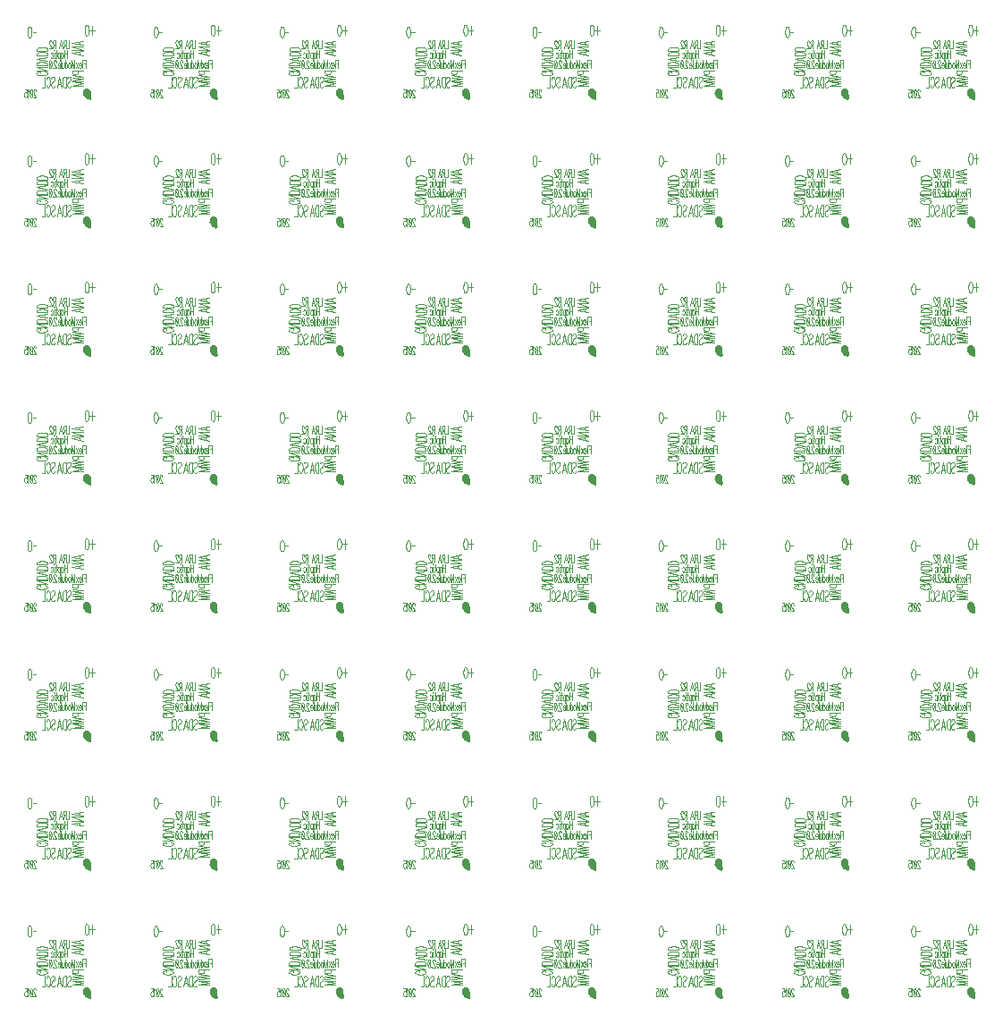
<source format=gbo>
G04 DipTrace 3.0.0.2*
G04 BottomSilk.gbr*
%MOIN*%
G04 #@! TF.FileFunction,Legend,Bot*
G04 #@! TF.Part,Single*
%ADD10C,0.009843*%
%ADD29O,0.028478X0.033987*%
%ADD55C,0.003281*%
%ADD56C,0.004374*%
%FSLAX26Y26*%
G04*
G70*
G90*
G75*
G01*
G04 BotSilk*
%LPD*%
G36*
X824154Y538652D2*
X799870Y563584D1*
X818901Y577236D1*
X823888Y571064D1*
X824154Y538652D1*
G37*
D29*
X813061Y566014D3*
X824279Y543244D2*
D10*
G02X803939Y563059I2670J23088D01*
G01*
X824806Y544161D2*
G03X822443Y568572I-38192J8623D01*
G01*
X739125Y619659D2*
D56*
X741027Y623506D1*
X743901Y625407D1*
X747725D1*
X750599Y623506D1*
X752523Y619659D1*
Y615857D1*
X751550Y612010D1*
X750599Y610109D1*
X748698Y608207D1*
X742950Y604361D1*
X741027Y602459D1*
X740076Y600514D1*
X739125Y596711D1*
Y590963D1*
X741027Y587161D1*
X743901Y585215D1*
X747725D1*
X750599Y587161D1*
X752523Y590963D1*
X734751Y625407D2*
Y585215D1*
X728052D1*
X725178Y587161D1*
X723255Y590963D1*
X722304Y594810D1*
X721354Y600514D1*
Y610109D1*
X722304Y615857D1*
X723255Y619659D1*
X725178Y623506D1*
X728052Y625407D1*
X734751D1*
X701658Y585215D2*
X709330Y625407D1*
X716979Y585215D1*
X714105Y598612D2*
X704532D1*
X679507Y619751D2*
X681409Y623598D1*
X684283Y625499D1*
X688107D1*
X690981Y623598D1*
X692905Y619751D1*
Y615948D1*
X691932Y612102D1*
X690981Y610200D1*
X689080Y608299D1*
X683332Y604452D1*
X681409Y602551D1*
X680458Y600606D1*
X679507Y596803D1*
Y591055D1*
X681409Y587253D1*
X684283Y585307D1*
X688107D1*
X690981Y587253D1*
X692905Y591055D1*
X660785Y615948D2*
X661736Y619751D1*
X663659Y623598D1*
X665560Y625499D1*
X669385D1*
X671308Y623598D1*
X673210Y619751D1*
X674182Y615948D1*
X675133Y610200D1*
Y600606D1*
X674182Y594902D1*
X673210Y591055D1*
X671308Y587253D1*
X669385Y585307D1*
X665560D1*
X663659Y587253D1*
X661736Y591055D1*
X660785Y594902D1*
X656411Y625499D2*
Y585307D1*
X644937D1*
X665339Y684537D2*
X625147Y692187D1*
X665339Y699836D1*
Y704210D2*
X625147Y704211D1*
Y710909D1*
X627092Y713783D1*
X630895Y715707D1*
X634742Y716657D1*
X640445Y717608D1*
X650040D1*
X655788Y716657D1*
X659591Y715707D1*
X663438Y713783D1*
X665339Y710909D1*
Y704210D1*
Y721982D2*
X625147D1*
Y728681D1*
X627092Y731555D1*
X630895Y733478D1*
X634742Y734429D1*
X640446Y735380D1*
X650040D1*
X655788Y734429D1*
X659591Y733478D1*
X663438Y731555D1*
X665339Y728681D1*
Y721982D1*
X654364Y645042D2*
X658167Y644091D1*
X662014Y642168D1*
X663915Y640267D1*
Y636442D1*
X662014Y634519D1*
X658167Y632618D1*
X654364Y631645D1*
X648616Y630694D1*
X639022D1*
X633318Y631645D1*
X629471Y632618D1*
X625668Y634519D1*
X623723Y636442D1*
Y640267D1*
X625668Y642168D1*
X629471Y644091D1*
X633318Y645042D1*
X639022D1*
Y640267D1*
X663915Y662814D2*
X623723D1*
X663915Y649417D1*
X623723D1*
X663915Y667188D2*
X623723D1*
Y673887D1*
X625668Y676761D1*
X629471Y678684D1*
X633318Y679635D1*
X639022Y680586D1*
X648616D1*
X654364Y679635D1*
X658167Y678684D1*
X662014Y676761D1*
X663915Y673887D1*
Y667188D1*
X596390Y771754D2*
X594467Y773656D1*
X592566Y777502D1*
X591593Y781305D1*
X590642Y787053D1*
Y796648D1*
X591593Y802352D1*
X592566Y806198D1*
X594467Y810001D1*
X596390Y811946D1*
X600215D1*
X602116Y810001D1*
X604039Y806198D1*
X604990Y802352D1*
X605941Y796648D1*
Y787053D1*
X604990Y781305D1*
X604039Y777502D1*
X602116Y773656D1*
X600215Y771754D1*
X596390D1*
X610315Y791872D2*
X621369D1*
X809231Y778536D2*
X807308Y780438D1*
X805407Y784285D1*
X804434Y788087D1*
X803483Y793835D1*
Y803430D1*
X804434Y809134D1*
X805407Y812980D1*
X807308Y816783D1*
X809231Y818728D1*
X813056D1*
X814957Y816783D1*
X816881Y812980D1*
X817831Y809134D1*
X818782Y803430D1*
Y793835D1*
X817831Y788087D1*
X816881Y784284D1*
X814957Y780438D1*
X813056Y778536D1*
X809231D1*
X831756Y781433D2*
Y815877D1*
X823156Y798677D2*
X840378D1*
X778968Y648938D2*
Y640316D1*
X777066Y637464D1*
X775121Y636491D1*
X771318Y635540D1*
X765570D1*
X761768Y636491D1*
X759822Y637464D1*
X757921Y640316D1*
Y648938D1*
X798113D1*
X757921Y631166D2*
X798113Y626368D1*
X757921Y621593D1*
X798113Y616818D1*
X757921Y612021D1*
X798113Y592347D2*
X757921D1*
X798113Y599997D1*
X757921Y607646D1*
X798113D1*
X796900Y743457D2*
X756708Y751129D1*
X796900Y758778D1*
X783503Y755904D2*
Y746331D1*
X756708Y725686D2*
X796900D1*
X756708Y739083D1*
X796900D1*
Y705991D2*
X756708Y713662D1*
X796900Y721311D1*
X783503Y718437D2*
Y708865D1*
X745484Y760495D2*
D55*
Y730351D1*
X736878D1*
X733598Y746136D2*
X727148D1*
X724992Y747595D1*
X724263Y749021D1*
X723550Y751873D1*
Y754758D1*
X724263Y757610D1*
X724992Y759069D1*
X727148Y760495D1*
X733598D1*
Y730351D1*
X728574Y746136D2*
X723550Y730351D1*
X708778D2*
X714532Y760495D1*
X720269Y730351D1*
X718113Y740399D2*
X710934D1*
X621931Y571501D2*
Y572927D1*
X621218Y575812D1*
X620505Y577238D1*
X619063Y578664D1*
X616194D1*
X614768Y577238D1*
X614055Y575812D1*
X613326Y572927D1*
Y570075D1*
X614055Y567190D1*
X615481Y562912D1*
X622661Y548553D1*
X612613D1*
X605021Y578664D2*
X607176Y577238D1*
X608619Y572927D1*
X609332Y565764D1*
Y561453D1*
X608619Y554290D1*
X607176Y549979D1*
X605021Y548553D1*
X603595D1*
X601439Y549979D1*
X600013Y554290D1*
X599284Y561453D1*
Y565764D1*
X600013Y572927D1*
X601439Y577238D1*
X603595Y578664D1*
X605021D1*
X600013Y572927D2*
X608619Y554290D1*
X596003Y572927D2*
X594560Y574386D1*
X592405Y578664D1*
Y548553D1*
X580519Y578664D2*
X587682D1*
X588395Y565764D1*
X587682Y567190D1*
X585526Y568649D1*
X583387D1*
X581232Y567190D1*
X579789Y564338D1*
X579076Y560027D1*
Y557175D1*
X579789Y552864D1*
X581232Y549979D1*
X583387Y548553D1*
X585526D1*
X587682Y549979D1*
X588395Y551438D1*
X589124Y554290D1*
X798480Y688075D2*
X807815D1*
Y657931D1*
Y673716D2*
X802078D1*
X795199Y688075D2*
Y657931D1*
X791918Y669405D2*
X783312D1*
Y672290D1*
X784025Y675175D1*
X784738Y676601D1*
X786181Y678027D1*
X788336D1*
X789762Y676601D1*
X791205Y673716D1*
X791918Y669405D1*
Y666553D1*
X791205Y662242D1*
X789762Y659390D1*
X788336Y657931D1*
X786181D1*
X784738Y659390D1*
X783312Y662242D1*
X780032Y678027D2*
X772139Y657931D1*
Y678027D2*
X780032Y657931D1*
X694752Y746472D2*
X688302D1*
X686147Y747931D1*
X685417Y749357D1*
X684704Y752209D1*
Y755094D1*
X685417Y757946D1*
X686147Y759405D1*
X688302Y760831D1*
X694752D1*
Y730687D1*
X689728Y746472D2*
X684704Y730687D1*
X680694Y753635D2*
Y755061D1*
X679981Y757946D1*
X679268Y759372D1*
X677825Y760798D1*
X674957D1*
X673531Y759372D1*
X672818Y757946D1*
X672088Y755061D1*
Y752209D1*
X672818Y749324D1*
X674244Y745046D1*
X681423Y730687D1*
X671375D1*
X754692Y657327D2*
Y687471D1*
X760429Y657327D1*
X766166Y687471D1*
Y657327D1*
X747829Y677423D2*
X749255Y675997D1*
X750698Y673112D1*
X751411Y668801D1*
Y665949D1*
X750698Y661638D1*
X749255Y658786D1*
X747829Y657327D1*
X745674D1*
X744231Y658786D1*
X742805Y661638D1*
X742076Y665949D1*
Y668801D1*
X742805Y673112D1*
X744231Y675997D1*
X745674Y677423D1*
X747829D1*
X730190Y687471D2*
Y657327D1*
Y673112D2*
X731616Y675997D1*
X733058Y677423D1*
X735214D1*
X736640Y675997D1*
X738082Y673112D1*
X738795Y668801D1*
Y665949D1*
X738082Y661638D1*
X736640Y658786D1*
X735214Y657327D1*
X733058D1*
X731616Y658786D1*
X730190Y661638D1*
X726909Y677423D2*
Y663064D1*
X726196Y658786D1*
X724753Y657327D1*
X722598D1*
X721172Y658786D1*
X719016Y663064D1*
Y677423D2*
Y657327D1*
X715735Y687471D2*
Y657327D1*
X712455Y668801D2*
X703849D1*
Y671686D1*
X704562Y674571D1*
X705275Y675997D1*
X706718Y677423D1*
X708873D1*
X710299Y675997D1*
X711742Y673112D1*
X712455Y668801D1*
Y665949D1*
X711742Y661638D1*
X710299Y658786D1*
X708873Y657327D1*
X706718D1*
X705275Y658786D1*
X703849Y661638D1*
X737202Y724847D2*
Y694703D1*
X727154Y724847D2*
Y694703D1*
X737202Y710488D2*
X727154D1*
X715267Y714799D2*
Y694703D1*
Y710488D2*
X716693Y713373D1*
X718136Y714799D1*
X720275D1*
X721717Y713373D1*
X723143Y710488D1*
X723873Y706177D1*
Y703325D1*
X723143Y699014D1*
X721717Y696162D1*
X720275Y694703D1*
X718136D1*
X716693Y696162D1*
X715267Y699014D1*
X711987Y714799D2*
Y684655D1*
Y710488D2*
X710544Y713340D1*
X709118Y714799D1*
X706963D1*
X705520Y713340D1*
X704094Y710488D1*
X703365Y706177D1*
Y703292D1*
X704094Y699014D1*
X705520Y696129D1*
X706963Y694703D1*
X709118D1*
X710544Y696129D1*
X711987Y699014D1*
X697928Y724847D2*
Y700440D1*
X697215Y696162D1*
X695773Y694703D1*
X694347D1*
X700084Y714799D2*
X695060D1*
X691066Y724847D2*
X690353Y723421D1*
X689623Y724847D1*
X690353Y726306D1*
X691066Y724847D1*
X690353Y714799D2*
Y694703D1*
X677720Y710488D2*
X679163Y713373D1*
X680606Y714799D1*
X682744D1*
X684187Y713373D1*
X685613Y710488D1*
X686343Y706177D1*
Y703325D1*
X685613Y699014D1*
X684187Y696162D1*
X682744Y694703D1*
X680606D1*
X679163Y696162D1*
X677720Y699014D1*
X697772Y679788D2*
Y681214D1*
X697059Y684099D1*
X696346Y685525D1*
X694904Y686951D1*
X692035D1*
X690609Y685525D1*
X689896Y684099D1*
X689167Y681214D1*
Y678362D1*
X689896Y675477D1*
X691322Y671200D1*
X698502Y656841D1*
X688454D1*
X684460Y659726D2*
X685173Y658266D1*
X684460Y656841D1*
X683730Y658266D1*
X684460Y659726D1*
X676139Y686951D2*
X678294Y685525D1*
X679737Y681214D1*
X680450Y674051D1*
Y669740D1*
X679737Y662577D1*
X678294Y658266D1*
X676139Y656841D1*
X674713D1*
X672557Y658266D1*
X671131Y662577D1*
X670402Y669740D1*
Y674051D1*
X671131Y681214D1*
X672557Y685525D1*
X674713Y686951D1*
X676139D1*
X671131Y681214D2*
X679737Y662577D1*
G36*
X1295020Y538652D2*
X1270736Y563584D1*
X1289767Y577236D1*
X1294754Y571064D1*
X1295020Y538652D1*
G37*
D29*
X1283927Y566014D3*
X1295146Y543244D2*
D10*
G02X1274805Y563059I2670J23088D01*
G01*
X1295672Y544161D2*
G03X1293309Y568572I-38192J8623D01*
G01*
X1209991Y619659D2*
D56*
X1211893Y623506D1*
X1214767Y625407D1*
X1218591D1*
X1221465Y623506D1*
X1223389Y619659D1*
Y615857D1*
X1222416Y612010D1*
X1221465Y610109D1*
X1219564Y608207D1*
X1213816Y604361D1*
X1211893Y602459D1*
X1210942Y600514D1*
X1209991Y596711D1*
Y590963D1*
X1211893Y587161D1*
X1214767Y585215D1*
X1218591D1*
X1221465Y587161D1*
X1223389Y590963D1*
X1205617Y625407D2*
Y585215D1*
X1198918D1*
X1196044Y587161D1*
X1194121Y590963D1*
X1193170Y594810D1*
X1192220Y600514D1*
Y610109D1*
X1193170Y615857D1*
X1194121Y619659D1*
X1196044Y623506D1*
X1198918Y625407D1*
X1205617D1*
X1172524Y585215D2*
X1180196Y625407D1*
X1187845Y585215D1*
X1184971Y598612D2*
X1175399D1*
X1150374Y619751D2*
X1152275Y623598D1*
X1155149Y625499D1*
X1158973D1*
X1161847Y623598D1*
X1163771Y619751D1*
Y615948D1*
X1162798Y612102D1*
X1161847Y610200D1*
X1159946Y608299D1*
X1154198Y604452D1*
X1152275Y602551D1*
X1151324Y600606D1*
X1150374Y596803D1*
Y591055D1*
X1152275Y587253D1*
X1155149Y585307D1*
X1158973D1*
X1161847Y587253D1*
X1163771Y591055D1*
X1131651Y615948D2*
X1132602Y619751D1*
X1134525Y623598D1*
X1136426Y625499D1*
X1140251D1*
X1142174Y623598D1*
X1144076Y619751D1*
X1145048Y615948D1*
X1145999Y610200D1*
Y600606D1*
X1145048Y594902D1*
X1144076Y591055D1*
X1142174Y587253D1*
X1140251Y585307D1*
X1136426D1*
X1134525Y587253D1*
X1132602Y591055D1*
X1131651Y594902D1*
X1127277Y625499D2*
Y585307D1*
X1115803D1*
X1136205Y684537D2*
X1096013Y692187D1*
X1136205Y699836D1*
Y704210D2*
X1096013Y704211D1*
Y710909D1*
X1097958Y713783D1*
X1101761Y715707D1*
X1105608Y716657D1*
X1111312Y717608D1*
X1120906D1*
X1126654Y716657D1*
X1130457Y715707D1*
X1134304Y713783D1*
X1136205Y710909D1*
Y704210D1*
Y721982D2*
X1096013D1*
Y728681D1*
X1097959Y731555D1*
X1101761Y733478D1*
X1105608Y734429D1*
X1111312Y735380D1*
X1120906D1*
X1126654Y734429D1*
X1130457Y733478D1*
X1134304Y731555D1*
X1136205Y728681D1*
Y721982D1*
X1125231Y645042D2*
X1129033Y644091D1*
X1132880Y642168D1*
X1134781Y640267D1*
Y636442D1*
X1132880Y634519D1*
X1129033Y632618D1*
X1125231Y631645D1*
X1119483Y630694D1*
X1109888D1*
X1104184Y631645D1*
X1100337Y632618D1*
X1096535Y634519D1*
X1094589Y636442D1*
Y640267D1*
X1096535Y642168D1*
X1100337Y644091D1*
X1104184Y645042D1*
X1109888D1*
Y640267D1*
X1134781Y662814D2*
X1094589D1*
X1134781Y649417D1*
X1094589D1*
X1134781Y667188D2*
X1094589D1*
Y673887D1*
X1096535Y676761D1*
X1100337Y678684D1*
X1104184Y679635D1*
X1109888Y680586D1*
X1119483D1*
X1125231Y679635D1*
X1129033Y678684D1*
X1132880Y676761D1*
X1134781Y673887D1*
Y667188D1*
X1067256Y771754D2*
X1065333Y773656D1*
X1063432Y777502D1*
X1062459Y781305D1*
X1061508Y787053D1*
Y796648D1*
X1062459Y802352D1*
X1063432Y806198D1*
X1065333Y810001D1*
X1067256Y811946D1*
X1071081D1*
X1072982Y810001D1*
X1074906Y806198D1*
X1075856Y802352D1*
X1076807Y796648D1*
Y787053D1*
X1075856Y781305D1*
X1074906Y777502D1*
X1072982Y773656D1*
X1071081Y771754D1*
X1067256D1*
X1081181Y791872D2*
X1092235D1*
X1280097Y778536D2*
X1278174Y780438D1*
X1276273Y784285D1*
X1275300Y788087D1*
X1274349Y793835D1*
Y803430D1*
X1275300Y809134D1*
X1276273Y812980D1*
X1278174Y816783D1*
X1280097Y818728D1*
X1283922D1*
X1285823Y816783D1*
X1287747Y812980D1*
X1288697Y809134D1*
X1289648Y803430D1*
Y793835D1*
X1288697Y788087D1*
X1287747Y784284D1*
X1285823Y780438D1*
X1283922Y778536D1*
X1280097D1*
X1302622Y781433D2*
Y815877D1*
X1294022Y798677D2*
X1311244D1*
X1249834Y648938D2*
Y640316D1*
X1247932Y637464D1*
X1245987Y636491D1*
X1242184Y635540D1*
X1236436D1*
X1232634Y636491D1*
X1230688Y637464D1*
X1228787Y640316D1*
Y648938D1*
X1268979D1*
X1228787Y631166D2*
X1268979Y626368D1*
X1228787Y621593D1*
X1268979Y616818D1*
X1228787Y612021D1*
X1268979Y592347D2*
X1228787D1*
X1268979Y599997D1*
X1228787Y607646D1*
X1268979D1*
X1267767Y743457D2*
X1227575Y751129D1*
X1267767Y758778D1*
X1254369Y755904D2*
Y746331D1*
X1227575Y725686D2*
X1267767D1*
X1227575Y739083D1*
X1267767D1*
X1267766Y705991D2*
X1227574Y713662D1*
X1267767Y721311D1*
X1254369Y718437D2*
Y708865D1*
X1216350Y760495D2*
D55*
Y730351D1*
X1207745D1*
X1204464Y746136D2*
X1198014D1*
X1195858Y747595D1*
X1195129Y749021D1*
X1194416Y751873D1*
Y754758D1*
X1195129Y757610D1*
X1195858Y759069D1*
X1198014Y760495D1*
X1204464D1*
Y730351D1*
X1199440Y746136D2*
X1194416Y730351D1*
X1179644D2*
X1185398Y760495D1*
X1191135Y730351D1*
X1188979Y740399D2*
X1181800D1*
X1092797Y571501D2*
Y572927D1*
X1092084Y575812D1*
X1091371Y577238D1*
X1089929Y578664D1*
X1087060D1*
X1085634Y577238D1*
X1084921Y575812D1*
X1084192Y572927D1*
Y570075D1*
X1084921Y567190D1*
X1086347Y562912D1*
X1093527Y548553D1*
X1083479D1*
X1075887Y578664D2*
X1078042Y577238D1*
X1079485Y572927D1*
X1080198Y565764D1*
Y561453D1*
X1079485Y554290D1*
X1078042Y549979D1*
X1075887Y548553D1*
X1074461D1*
X1072305Y549979D1*
X1070880Y554290D1*
X1070150Y561453D1*
Y565764D1*
X1070880Y572927D1*
X1072305Y577238D1*
X1074461Y578664D1*
X1075887D1*
X1070880Y572927D2*
X1079485Y554290D1*
X1066869Y572927D2*
X1065427Y574386D1*
X1063271Y578664D1*
Y548553D1*
X1051385Y578664D2*
X1058548D1*
X1059261Y565764D1*
X1058548Y567190D1*
X1056392Y568649D1*
X1054253D1*
X1052098Y567190D1*
X1050655Y564338D1*
X1049942Y560027D1*
Y557175D1*
X1050655Y552864D1*
X1052098Y549979D1*
X1054253Y548553D1*
X1056392D1*
X1058548Y549979D1*
X1059261Y551438D1*
X1059990Y554290D1*
X1269346Y688075D2*
X1278681D1*
Y657931D1*
Y673716D2*
X1272944D1*
X1266065Y688075D2*
Y657931D1*
X1262784Y669405D2*
X1254179D1*
Y672290D1*
X1254892Y675175D1*
X1255605Y676601D1*
X1257047Y678027D1*
X1259203D1*
X1260629Y676601D1*
X1262071Y673716D1*
X1262784Y669405D1*
Y666553D1*
X1262071Y662242D1*
X1260629Y659390D1*
X1259203Y657931D1*
X1257047D1*
X1255605Y659390D1*
X1254179Y662242D1*
X1250898Y678027D2*
X1243005Y657931D1*
Y678027D2*
X1250898Y657931D1*
X1165618Y746472D2*
X1159168D1*
X1157013Y747931D1*
X1156283Y749357D1*
X1155570Y752209D1*
Y755094D1*
X1156283Y757946D1*
X1157013Y759405D1*
X1159168Y760831D1*
X1165618D1*
Y730687D1*
X1160594Y746472D2*
X1155570Y730687D1*
X1151560Y753635D2*
Y755061D1*
X1150847Y757946D1*
X1150134Y759372D1*
X1148691Y760798D1*
X1145823D1*
X1144397Y759372D1*
X1143684Y757946D1*
X1142954Y755061D1*
Y752209D1*
X1143684Y749324D1*
X1145110Y745046D1*
X1152289Y730687D1*
X1142241D1*
X1225558Y657327D2*
Y687471D1*
X1231295Y657327D1*
X1237032Y687471D1*
Y657327D1*
X1218696Y677423D2*
X1220122Y675997D1*
X1221564Y673112D1*
X1222277Y668801D1*
Y665949D1*
X1221564Y661638D1*
X1220122Y658786D1*
X1218696Y657327D1*
X1216540D1*
X1215098Y658786D1*
X1213672Y661638D1*
X1212942Y665949D1*
Y668801D1*
X1213672Y673112D1*
X1215098Y675997D1*
X1216540Y677423D1*
X1218696D1*
X1201056Y687471D2*
Y657327D1*
Y673112D2*
X1202482Y675997D1*
X1203924Y677423D1*
X1206080D1*
X1207506Y675997D1*
X1208948Y673112D1*
X1209661Y668801D1*
Y665949D1*
X1208948Y661638D1*
X1207506Y658786D1*
X1206080Y657327D1*
X1203924D1*
X1202482Y658786D1*
X1201056Y661638D1*
X1197775Y677423D2*
Y663064D1*
X1197062Y658786D1*
X1195619Y657327D1*
X1193464D1*
X1192038Y658786D1*
X1189882Y663064D1*
Y677423D2*
Y657327D1*
X1186602Y687471D2*
Y657327D1*
X1183321Y668801D2*
X1174715D1*
Y671686D1*
X1175428Y674571D1*
X1176141Y675997D1*
X1177584Y677423D1*
X1179739D1*
X1181165Y675997D1*
X1182608Y673112D1*
X1183321Y668801D1*
Y665949D1*
X1182608Y661638D1*
X1181165Y658786D1*
X1179739Y657327D1*
X1177584D1*
X1176141Y658786D1*
X1174715Y661638D1*
X1208068Y724847D2*
Y694703D1*
X1198020Y724847D2*
Y694703D1*
X1208068Y710488D2*
X1198020D1*
X1186134Y714799D2*
Y694703D1*
Y710488D2*
X1187560Y713373D1*
X1189002Y714799D1*
X1191141D1*
X1192584Y713373D1*
X1194009Y710488D1*
X1194739Y706177D1*
Y703325D1*
X1194009Y699014D1*
X1192584Y696162D1*
X1191141Y694703D1*
X1189002D1*
X1187560Y696162D1*
X1186134Y699014D1*
X1182853Y714799D2*
Y684655D1*
Y710488D2*
X1181410Y713340D1*
X1179984Y714799D1*
X1177829D1*
X1176386Y713340D1*
X1174960Y710488D1*
X1174231Y706177D1*
Y703292D1*
X1174960Y699014D1*
X1176386Y696129D1*
X1177829Y694703D1*
X1179984D1*
X1181410Y696129D1*
X1182853Y699014D1*
X1168794Y724847D2*
Y700440D1*
X1168081Y696162D1*
X1166639Y694703D1*
X1165213D1*
X1170950Y714799D2*
X1165926D1*
X1161932Y724847D2*
X1161219Y723421D1*
X1160490Y724847D1*
X1161219Y726306D1*
X1161932Y724847D1*
X1161219Y714799D2*
Y694703D1*
X1148587Y710488D2*
X1150029Y713373D1*
X1151472Y714799D1*
X1153611D1*
X1155053Y713373D1*
X1156479Y710488D1*
X1157209Y706177D1*
Y703325D1*
X1156479Y699014D1*
X1155053Y696162D1*
X1153611Y694703D1*
X1151472D1*
X1150029Y696162D1*
X1148587Y699014D1*
X1168638Y679788D2*
Y681214D1*
X1167925Y684099D1*
X1167212Y685525D1*
X1165770Y686951D1*
X1162901D1*
X1161475Y685525D1*
X1160762Y684099D1*
X1160033Y681214D1*
Y678362D1*
X1160762Y675477D1*
X1162188Y671200D1*
X1169368Y656841D1*
X1159320D1*
X1155326Y659726D2*
X1156039Y658266D1*
X1155326Y656841D1*
X1154597Y658266D1*
X1155326Y659726D1*
X1147005Y686951D2*
X1149160Y685525D1*
X1150603Y681214D1*
X1151316Y674051D1*
Y669740D1*
X1150603Y662577D1*
X1149160Y658266D1*
X1147005Y656841D1*
X1145579D1*
X1143423Y658266D1*
X1141997Y662577D1*
X1141268Y669740D1*
Y674051D1*
X1141997Y681214D1*
X1143423Y685525D1*
X1145579Y686951D1*
X1147005D1*
X1141997Y681214D2*
X1150603Y662577D1*
G36*
X1765886Y538652D2*
X1741602Y563584D1*
X1760633Y577236D1*
X1765620Y571064D1*
X1765886Y538652D1*
G37*
D29*
X1754793Y566014D3*
X1766012Y543244D2*
D10*
G02X1745671Y563059I2670J23088D01*
G01*
X1766539Y544161D2*
G03X1764175Y568572I-38192J8623D01*
G01*
X1680858Y619659D2*
D56*
X1682759Y623506D1*
X1685633Y625407D1*
X1689458D1*
X1692332Y623506D1*
X1694255Y619659D1*
Y615857D1*
X1693282Y612010D1*
X1692332Y610109D1*
X1690430Y608207D1*
X1684682Y604361D1*
X1682759Y602459D1*
X1681808Y600514D1*
X1680858Y596711D1*
Y590963D1*
X1682759Y587161D1*
X1685633Y585215D1*
X1689458D1*
X1692332Y587161D1*
X1694255Y590963D1*
X1676483Y625407D2*
Y585215D1*
X1669784D1*
X1666910Y587161D1*
X1664987Y590963D1*
X1664036Y594810D1*
X1663086Y600514D1*
Y610109D1*
X1664036Y615857D1*
X1664987Y619659D1*
X1666910Y623506D1*
X1669784Y625407D1*
X1676483D1*
X1643391Y585215D2*
X1651062Y625407D1*
X1658711Y585215D1*
X1655837Y598612D2*
X1646265D1*
X1621240Y619751D2*
X1623141Y623598D1*
X1626015Y625499D1*
X1629840D1*
X1632714Y623598D1*
X1634637Y619751D1*
Y615948D1*
X1633664Y612102D1*
X1632714Y610200D1*
X1630812Y608299D1*
X1625064Y604452D1*
X1623141Y602551D1*
X1622190Y600606D1*
X1621240Y596803D1*
Y591055D1*
X1623141Y587253D1*
X1626015Y585307D1*
X1629840D1*
X1632714Y587253D1*
X1634637Y591055D1*
X1602517Y615948D2*
X1603468Y619751D1*
X1605391Y623598D1*
X1607293Y625499D1*
X1611117D1*
X1613041Y623598D1*
X1614942Y619751D1*
X1615915Y615948D1*
X1616865Y610200D1*
Y600606D1*
X1615915Y594902D1*
X1614942Y591055D1*
X1613041Y587253D1*
X1611117Y585307D1*
X1607293D1*
X1605391Y587253D1*
X1603468Y591055D1*
X1602517Y594902D1*
X1598143Y625499D2*
Y585307D1*
X1586669D1*
X1607071Y684537D2*
X1566879Y692187D1*
X1607071Y699836D1*
Y704210D2*
X1566879Y704211D1*
Y710909D1*
X1568825Y713783D1*
X1572627Y715707D1*
X1576474Y716657D1*
X1582178Y717608D1*
X1591773D1*
X1597521Y716657D1*
X1601323Y715707D1*
X1605170Y713783D1*
X1607071Y710909D1*
Y704210D1*
Y721982D2*
X1566879D1*
Y728681D1*
X1568825Y731555D1*
X1572627Y733478D1*
X1576474Y734429D1*
X1582178Y735380D1*
X1591773D1*
X1597521Y734429D1*
X1601323Y733478D1*
X1605170Y731555D1*
X1607071Y728681D1*
Y721982D1*
X1596097Y645042D2*
X1599899Y644091D1*
X1603746Y642168D1*
X1605647Y640267D1*
Y636442D1*
X1603746Y634519D1*
X1599899Y632618D1*
X1596097Y631645D1*
X1590349Y630694D1*
X1580754D1*
X1575050Y631645D1*
X1571203Y632618D1*
X1567401Y634519D1*
X1565455Y636442D1*
Y640267D1*
X1567401Y642168D1*
X1571203Y644091D1*
X1575050Y645042D1*
X1580754D1*
Y640267D1*
X1605647Y662814D2*
X1565455D1*
X1605647Y649417D1*
X1565455D1*
X1605647Y667188D2*
X1565455D1*
Y673887D1*
X1567401Y676761D1*
X1571203Y678684D1*
X1575050Y679635D1*
X1580754Y680586D1*
X1590349D1*
X1596097Y679635D1*
X1599899Y678684D1*
X1603746Y676761D1*
X1605647Y673887D1*
Y667188D1*
X1538122Y771754D2*
X1536199Y773656D1*
X1534298Y777502D1*
X1533325Y781305D1*
X1532374Y787053D1*
Y796648D1*
X1533325Y802352D1*
X1534298Y806198D1*
X1536199Y810001D1*
X1538123Y811946D1*
X1541947D1*
X1543848Y810001D1*
X1545772Y806198D1*
X1546722Y802352D1*
X1547673Y796648D1*
Y787053D1*
X1546722Y781305D1*
X1545772Y777502D1*
X1543848Y773656D1*
X1541947Y771754D1*
X1538122D1*
X1552047Y791872D2*
X1563101D1*
X1750964Y778536D2*
X1749040Y780438D1*
X1747139Y784285D1*
X1746166Y788087D1*
X1745216Y793835D1*
Y803430D1*
X1746166Y809134D1*
X1747139Y812980D1*
X1749040Y816783D1*
X1750964Y818728D1*
X1754788D1*
X1756690Y816783D1*
X1758613Y812980D1*
X1759564Y809134D1*
X1760514Y803430D1*
Y793835D1*
X1759563Y788087D1*
X1758613Y784284D1*
X1756689Y780438D1*
X1754788Y778536D1*
X1750964D1*
X1773488Y781433D2*
X1773489Y815877D1*
X1764889Y798677D2*
X1782111D1*
X1720700Y648938D2*
Y640316D1*
X1718799Y637464D1*
X1716853Y636491D1*
X1713051Y635540D1*
X1707303D1*
X1703500Y636491D1*
X1701555Y637464D1*
X1699653Y640316D1*
Y648938D1*
X1739845D1*
X1699653Y631166D2*
X1739845Y626368D1*
X1699653Y621593D1*
X1739845Y616818D1*
X1699653Y612021D1*
X1739845Y592347D2*
X1699653D1*
X1739845Y599997D1*
X1699653Y607646D1*
X1739845D1*
X1738633Y743457D2*
X1698441Y751129D1*
X1738633Y758778D1*
X1725235Y755904D2*
Y746331D1*
X1698441Y725686D2*
X1738633D1*
X1698441Y739083D1*
X1738633D1*
Y705991D2*
X1698441Y713662D1*
X1738633Y721311D1*
X1725235Y718437D2*
Y708865D1*
X1687216Y760495D2*
D55*
Y730351D1*
X1678611D1*
X1675330Y746136D2*
X1668880D1*
X1666724Y747595D1*
X1665995Y749021D1*
X1665282Y751873D1*
Y754758D1*
X1665995Y757610D1*
X1666724Y759069D1*
X1668880Y760495D1*
X1675330D1*
Y730351D1*
X1670306Y746136D2*
X1665282Y730351D1*
X1650510D2*
X1656264Y760495D1*
X1662001Y730351D1*
X1659846Y740399D2*
X1652666D1*
X1563663Y571501D2*
Y572927D1*
X1562950Y575812D1*
X1562237Y577238D1*
X1560795Y578664D1*
X1557926D1*
X1556500Y577238D1*
X1555788Y575812D1*
X1555058Y572927D1*
Y570075D1*
X1555788Y567190D1*
X1557213Y562912D1*
X1564393Y548553D1*
X1554345D1*
X1546753Y578664D2*
X1548909Y577238D1*
X1550351Y572927D1*
X1551064Y565764D1*
Y561453D1*
X1550351Y554290D1*
X1548909Y549979D1*
X1546753Y548553D1*
X1545327D1*
X1543172Y549979D1*
X1541746Y554290D1*
X1541016Y561453D1*
Y565764D1*
X1541746Y572927D1*
X1543172Y577238D1*
X1545327Y578664D1*
X1546753D1*
X1541746Y572927D2*
X1550351Y554290D1*
X1537735Y572927D2*
X1536293Y574386D1*
X1534137Y578664D1*
Y548553D1*
X1522251Y578664D2*
X1529414D1*
X1530127Y565764D1*
X1529414Y567190D1*
X1527258Y568649D1*
X1525119D1*
X1522964Y567190D1*
X1521521Y564338D1*
X1520808Y560027D1*
Y557175D1*
X1521521Y552864D1*
X1522964Y549979D1*
X1525119Y548553D1*
X1527258D1*
X1529414Y549979D1*
X1530127Y551438D1*
X1530856Y554290D1*
X1740212Y688075D2*
X1749547D1*
Y657931D1*
Y673716D2*
X1743810D1*
X1736931Y688075D2*
Y657931D1*
X1733650Y669405D2*
X1725045D1*
Y672290D1*
X1725758Y675175D1*
X1726471Y676601D1*
X1727913Y678027D1*
X1730069D1*
X1731495Y676601D1*
X1732937Y673716D1*
X1733650Y669405D1*
Y666553D1*
X1732937Y662242D1*
X1731495Y659390D1*
X1730069Y657931D1*
X1727913D1*
X1726471Y659390D1*
X1725045Y662242D1*
X1721764Y678027D2*
X1713871Y657931D1*
Y678027D2*
X1721764Y657931D1*
X1636484Y746472D2*
X1630034D1*
X1627879Y747931D1*
X1627149Y749357D1*
X1626436Y752209D1*
Y755094D1*
X1627149Y757946D1*
X1627879Y759405D1*
X1630034Y760831D1*
X1636484D1*
Y730687D1*
X1631460Y746472D2*
X1626436Y730687D1*
X1622426Y753635D2*
Y755061D1*
X1621713Y757946D1*
X1621000Y759372D1*
X1619558Y760798D1*
X1616689D1*
X1615263Y759372D1*
X1614550Y757946D1*
X1613821Y755061D1*
Y752209D1*
X1614550Y749324D1*
X1615976Y745046D1*
X1623156Y730687D1*
X1613108D1*
X1696424Y657327D2*
Y687471D1*
X1702161Y657327D1*
X1707898Y687471D1*
Y657327D1*
X1689562Y677423D2*
X1690988Y675997D1*
X1692430Y673112D1*
X1693143Y668801D1*
Y665949D1*
X1692430Y661638D1*
X1690988Y658786D1*
X1689562Y657327D1*
X1687406D1*
X1685964Y658786D1*
X1684538Y661638D1*
X1683808Y665949D1*
Y668801D1*
X1684538Y673112D1*
X1685964Y675997D1*
X1687406Y677423D1*
X1689562D1*
X1671922Y687471D2*
Y657327D1*
Y673112D2*
X1673348Y675997D1*
X1674790Y677423D1*
X1676946D1*
X1678372Y675997D1*
X1679814Y673112D1*
X1680527Y668801D1*
Y665949D1*
X1679814Y661638D1*
X1678372Y658786D1*
X1676946Y657327D1*
X1674790D1*
X1673348Y658786D1*
X1671922Y661638D1*
X1668641Y677423D2*
Y663064D1*
X1667928Y658786D1*
X1666485Y657327D1*
X1664330D1*
X1662904Y658786D1*
X1660749Y663064D1*
Y677423D2*
Y657327D1*
X1657468Y687471D2*
Y657327D1*
X1654187Y668801D2*
X1645581D1*
Y671686D1*
X1646294Y674571D1*
X1647007Y675997D1*
X1648450Y677423D1*
X1650605D1*
X1652031Y675997D1*
X1653474Y673112D1*
X1654187Y668801D1*
Y665949D1*
X1653474Y661638D1*
X1652031Y658786D1*
X1650605Y657327D1*
X1648450D1*
X1647007Y658786D1*
X1645581Y661638D1*
X1678934Y724847D2*
Y694703D1*
X1668886Y724847D2*
Y694703D1*
X1678934Y710488D2*
X1668886D1*
X1657000Y714799D2*
Y694703D1*
Y710488D2*
X1658426Y713373D1*
X1659868Y714799D1*
X1662007D1*
X1663450Y713373D1*
X1664876Y710488D1*
X1665605Y706177D1*
Y703325D1*
X1664876Y699014D1*
X1663450Y696162D1*
X1662007Y694703D1*
X1659868D1*
X1658426Y696162D1*
X1657000Y699014D1*
X1653719Y714799D2*
Y684655D1*
Y710488D2*
X1652276Y713340D1*
X1650850Y714799D1*
X1648695D1*
X1647252Y713340D1*
X1645826Y710488D1*
X1645097Y706177D1*
Y703292D1*
X1645826Y699014D1*
X1647252Y696129D1*
X1648695Y694703D1*
X1650850D1*
X1652276Y696129D1*
X1653719Y699014D1*
X1639660Y724847D2*
Y700440D1*
X1638948Y696162D1*
X1637505Y694703D1*
X1636079D1*
X1641816Y714799D2*
X1636792D1*
X1632798Y724847D2*
X1632085Y723421D1*
X1631356Y724847D1*
X1632085Y726306D1*
X1632798Y724847D1*
X1632085Y714799D2*
Y694703D1*
X1619453Y710488D2*
X1620895Y713373D1*
X1622338Y714799D1*
X1624477D1*
X1625919Y713373D1*
X1627345Y710488D1*
X1628075Y706177D1*
Y703325D1*
X1627345Y699014D1*
X1625919Y696162D1*
X1624477Y694703D1*
X1622338D1*
X1620895Y696162D1*
X1619453Y699014D1*
X1639505Y679788D2*
Y681214D1*
X1638792Y684099D1*
X1638079Y685525D1*
X1636636Y686951D1*
X1633768D1*
X1632342Y685525D1*
X1631629Y684099D1*
X1630899Y681214D1*
Y678362D1*
X1631629Y675477D1*
X1633055Y671200D1*
X1640234Y656841D1*
X1630186D1*
X1626192Y659726D2*
X1626905Y658266D1*
X1626192Y656841D1*
X1625463Y658266D1*
X1626192Y659726D1*
X1617871Y686951D2*
X1620026Y685525D1*
X1621469Y681214D1*
X1622182Y674051D1*
Y669740D1*
X1621469Y662577D1*
X1620026Y658266D1*
X1617871Y656841D1*
X1616445D1*
X1614289Y658266D1*
X1612863Y662577D1*
X1612134Y669740D1*
Y674051D1*
X1612863Y681214D1*
X1614289Y685525D1*
X1616445Y686951D1*
X1617871D1*
X1612863Y681214D2*
X1621469Y662577D1*
G36*
X2236752Y538652D2*
X2212469Y563584D1*
X2231499Y577236D1*
X2236486Y571064D1*
X2236752Y538652D1*
G37*
D29*
X2225659Y566014D3*
X2236878Y543244D2*
D10*
G02X2216538Y563059I2670J23088D01*
G01*
X2237405Y544161D2*
G03X2235042Y568572I-38192J8623D01*
G01*
X2151724Y619659D2*
D56*
X2153625Y623506D1*
X2156499Y625407D1*
X2160324D1*
X2163198Y623506D1*
X2165121Y619659D1*
Y615857D1*
X2164148Y612010D1*
X2163198Y610109D1*
X2161296Y608207D1*
X2155548Y604361D1*
X2153625Y602459D1*
X2152674Y600514D1*
X2151724Y596711D1*
Y590963D1*
X2153625Y587161D1*
X2156499Y585215D1*
X2160324D1*
X2163198Y587161D1*
X2165121Y590963D1*
X2147349Y625407D2*
Y585215D1*
X2140651D1*
X2137777Y587161D1*
X2135853Y590963D1*
X2134903Y594810D1*
X2133952Y600514D1*
Y610109D1*
X2134903Y615857D1*
X2135853Y619659D1*
X2137777Y623506D1*
X2140651Y625407D1*
X2147349D1*
X2114257Y585215D2*
X2121928Y625407D1*
X2129577Y585215D1*
X2126703Y598612D2*
X2117131D1*
X2092106Y619751D2*
X2094007Y623598D1*
X2096881Y625499D1*
X2100706D1*
X2103580Y623598D1*
X2105503Y619751D1*
Y615948D1*
X2104530Y612102D1*
X2103580Y610200D1*
X2101679Y608299D1*
X2095930Y604452D1*
X2094007Y602551D1*
X2093056Y600606D1*
X2092106Y596803D1*
Y591055D1*
X2094007Y587253D1*
X2096881Y585307D1*
X2100706D1*
X2103580Y587253D1*
X2105503Y591055D1*
X2073383Y615948D2*
X2074334Y619751D1*
X2076257Y623598D1*
X2078159Y625499D1*
X2081983D1*
X2083907Y623598D1*
X2085808Y619751D1*
X2086781Y615948D1*
X2087731Y610200D1*
Y600606D1*
X2086781Y594902D1*
X2085808Y591055D1*
X2083907Y587253D1*
X2081983Y585307D1*
X2078159D1*
X2076257Y587253D1*
X2074334Y591055D1*
X2073383Y594902D1*
X2069009Y625499D2*
Y585307D1*
X2057535D1*
X2077937Y684537D2*
X2037745Y692187D1*
X2077937Y699836D1*
Y704210D2*
X2037745Y704211D1*
Y710909D1*
X2039691Y713783D1*
X2043493Y715707D1*
X2047340Y716657D1*
X2053044Y717608D1*
X2062639D1*
X2068387Y716657D1*
X2072189Y715707D1*
X2076036Y713783D1*
X2077937Y710909D1*
Y704210D1*
Y721982D2*
X2037745D1*
Y728681D1*
X2039691Y731555D1*
X2043493Y733478D1*
X2047340Y734429D1*
X2053044Y735380D1*
X2062639D1*
X2068387Y734429D1*
X2072189Y733478D1*
X2076036Y731555D1*
X2077937Y728681D1*
Y721982D1*
X2066963Y645042D2*
X2070765Y644091D1*
X2074612Y642168D1*
X2076513Y640267D1*
Y636442D1*
X2074612Y634519D1*
X2070765Y632618D1*
X2066963Y631645D1*
X2061215Y630694D1*
X2051620D1*
X2045916Y631645D1*
X2042069Y632618D1*
X2038267Y634519D1*
X2036321Y636442D1*
Y640267D1*
X2038267Y642168D1*
X2042069Y644091D1*
X2045916Y645042D1*
X2051620D1*
Y640267D1*
X2076513Y662814D2*
X2036321D1*
X2076513Y649417D1*
X2036321D1*
X2076513Y667188D2*
X2036321D1*
Y673887D1*
X2038267Y676761D1*
X2042069Y678684D1*
X2045916Y679635D1*
X2051620Y680586D1*
X2061215D1*
X2066963Y679635D1*
X2070765Y678684D1*
X2074612Y676761D1*
X2076513Y673887D1*
Y667188D1*
X2008989Y771754D2*
X2007065Y773656D1*
X2005164Y777502D1*
X2004191Y781305D1*
X2003241Y787053D1*
Y796648D1*
X2004191Y802352D1*
X2005164Y806198D1*
X2007065Y810001D1*
X2008989Y811946D1*
X2012813D1*
X2014715Y810001D1*
X2016638Y806198D1*
X2017589Y802352D1*
X2018539Y796648D1*
Y787053D1*
X2017589Y781305D1*
X2016638Y777502D1*
X2014715Y773656D1*
X2012813Y771754D1*
X2008989D1*
X2022914Y791872D2*
X2033967D1*
X2221830Y778536D2*
X2219906Y780438D1*
X2218005Y784285D1*
X2217032Y788087D1*
X2216082Y793835D1*
Y803430D1*
X2217032Y809134D1*
X2218005Y812980D1*
X2219906Y816783D1*
X2221830Y818728D1*
X2225654D1*
X2227556Y816783D1*
X2229479Y812980D1*
X2230430Y809134D1*
X2231380Y803430D1*
Y793835D1*
X2230430Y788087D1*
X2229479Y784284D1*
X2227556Y780438D1*
X2225654Y778536D1*
X2221830D1*
X2244355Y781433D2*
Y815877D1*
X2235755Y798677D2*
X2252977D1*
X2191566Y648938D2*
Y640316D1*
X2189665Y637464D1*
X2187719Y636491D1*
X2183917Y635540D1*
X2178169D1*
X2174366Y636491D1*
X2172421Y637464D1*
X2170519Y640316D1*
Y648938D1*
X2210711D1*
X2170519Y631166D2*
X2210711Y626368D1*
X2170519Y621593D1*
X2210711Y616818D1*
X2170519Y612021D1*
X2210711Y592347D2*
X2170519D1*
X2210711Y599997D1*
X2170519Y607646D1*
X2210711D1*
X2209499Y743457D2*
X2169307Y751129D1*
X2209499Y758778D1*
X2196101Y755904D2*
Y746331D1*
X2169307Y725686D2*
X2209499D1*
X2169307Y739083D1*
X2209499D1*
Y705991D2*
X2169307Y713662D1*
X2209499Y721311D1*
X2196101Y718437D2*
Y708865D1*
X2158082Y760495D2*
D55*
Y730351D1*
X2149477D1*
X2146196Y746136D2*
X2139746D1*
X2137591Y747595D1*
X2136861Y749021D1*
X2136148Y751873D1*
Y754758D1*
X2136861Y757610D1*
X2137591Y759069D1*
X2139746Y760495D1*
X2146196D1*
Y730351D1*
X2141172Y746136D2*
X2136148Y730351D1*
X2121377D2*
X2127130Y760495D1*
X2132867Y730351D1*
X2130712Y740399D2*
X2123532D1*
X2034530Y571501D2*
Y572927D1*
X2033817Y575812D1*
X2033104Y577238D1*
X2031661Y578664D1*
X2028793D1*
X2027367Y577238D1*
X2026654Y575812D1*
X2025924Y572927D1*
Y570075D1*
X2026654Y567190D1*
X2028080Y562912D1*
X2035259Y548553D1*
X2025211D1*
X2017619Y578664D2*
X2019775Y577238D1*
X2021217Y572927D1*
X2021930Y565764D1*
Y561453D1*
X2021217Y554290D1*
X2019775Y549979D1*
X2017619Y548553D1*
X2016193D1*
X2014038Y549979D1*
X2012612Y554290D1*
X2011882Y561453D1*
Y565764D1*
X2012612Y572927D1*
X2014038Y577238D1*
X2016193Y578664D1*
X2017619D1*
X2012612Y572927D2*
X2021217Y554290D1*
X2008601Y572927D2*
X2007159Y574386D1*
X2005003Y578664D1*
Y548553D1*
X1993117Y578664D2*
X2000280D1*
X2000993Y565764D1*
X2000280Y567190D1*
X1998124Y568649D1*
X1995986D1*
X1993830Y567190D1*
X1992388Y564338D1*
X1991675Y560027D1*
Y557175D1*
X1992388Y552864D1*
X1993830Y549979D1*
X1995986Y548553D1*
X1998124D1*
X2000280Y549979D1*
X2000993Y551438D1*
X2001723Y554290D1*
X2211078Y688075D2*
X2220413D1*
Y657931D1*
Y673716D2*
X2214676D1*
X2207797Y688075D2*
Y657931D1*
X2204516Y669405D2*
X2195911D1*
Y672290D1*
X2196624Y675175D1*
X2197337Y676601D1*
X2198779Y678027D1*
X2200935D1*
X2202361Y676601D1*
X2203803Y673716D1*
X2204516Y669405D1*
Y666553D1*
X2203803Y662242D1*
X2202361Y659390D1*
X2200935Y657931D1*
X2198779D1*
X2197337Y659390D1*
X2195911Y662242D1*
X2192630Y678027D2*
X2184738Y657931D1*
Y678027D2*
X2192630Y657931D1*
X2107351Y746472D2*
X2100901D1*
X2098745Y747931D1*
X2098016Y749357D1*
X2097303Y752209D1*
Y755094D1*
X2098016Y757946D1*
X2098745Y759405D1*
X2100901Y760831D1*
X2107351D1*
Y730687D1*
X2102327Y746472D2*
X2097303Y730687D1*
X2093292Y753635D2*
Y755061D1*
X2092579Y757946D1*
X2091866Y759372D1*
X2090424Y760798D1*
X2087555D1*
X2086129Y759372D1*
X2085416Y757946D1*
X2084687Y755061D1*
Y752209D1*
X2085416Y749324D1*
X2086842Y745046D1*
X2094022Y730687D1*
X2083974D1*
X2167290Y657327D2*
Y687471D1*
X2173027Y657327D1*
X2178764Y687471D1*
Y657327D1*
X2160428Y677423D2*
X2161854Y675997D1*
X2163296Y673112D1*
X2164009Y668801D1*
Y665949D1*
X2163296Y661638D1*
X2161854Y658786D1*
X2160428Y657327D1*
X2158272D1*
X2156830Y658786D1*
X2155404Y661638D1*
X2154674Y665949D1*
Y668801D1*
X2155404Y673112D1*
X2156830Y675997D1*
X2158272Y677423D1*
X2160428D1*
X2142788Y687471D2*
Y657327D1*
Y673112D2*
X2144214Y675997D1*
X2145656Y677423D1*
X2147812D1*
X2149238Y675997D1*
X2150680Y673112D1*
X2151393Y668801D1*
Y665949D1*
X2150680Y661638D1*
X2149238Y658786D1*
X2147812Y657327D1*
X2145656D1*
X2144214Y658786D1*
X2142788Y661638D1*
X2139507Y677423D2*
Y663064D1*
X2138794Y658786D1*
X2137352Y657327D1*
X2135196D1*
X2133770Y658786D1*
X2131615Y663064D1*
Y677423D2*
Y657327D1*
X2128334Y687471D2*
Y657327D1*
X2125053Y668801D2*
X2116448D1*
Y671686D1*
X2117160Y674571D1*
X2117873Y675997D1*
X2119316Y677423D1*
X2121472D1*
X2122897Y675997D1*
X2124340Y673112D1*
X2125053Y668801D1*
Y665949D1*
X2124340Y661638D1*
X2122897Y658786D1*
X2121472Y657327D1*
X2119316D1*
X2117873Y658786D1*
X2116448Y661638D1*
X2149800Y724847D2*
Y694703D1*
X2139752Y724847D2*
Y694703D1*
X2149800Y710488D2*
X2139752D1*
X2127866Y714799D2*
Y694703D1*
Y710488D2*
X2129292Y713373D1*
X2130734Y714799D1*
X2132873D1*
X2134316Y713373D1*
X2135742Y710488D1*
X2136471Y706177D1*
Y703325D1*
X2135742Y699014D1*
X2134316Y696162D1*
X2132873Y694703D1*
X2130734D1*
X2129292Y696162D1*
X2127866Y699014D1*
X2124585Y714799D2*
Y684655D1*
Y710488D2*
X2123142Y713340D1*
X2121717Y714799D1*
X2119561D1*
X2118118Y713340D1*
X2116693Y710488D1*
X2115963Y706177D1*
Y703292D1*
X2116693Y699014D1*
X2118118Y696129D1*
X2119561Y694703D1*
X2121717D1*
X2123142Y696129D1*
X2124585Y699014D1*
X2110527Y724847D2*
Y700440D1*
X2109814Y696162D1*
X2108371Y694703D1*
X2106945D1*
X2112682Y714799D2*
X2107658D1*
X2103664Y724847D2*
X2102951Y723421D1*
X2102222Y724847D1*
X2102951Y726306D1*
X2103664Y724847D1*
X2102951Y714799D2*
Y694703D1*
X2090319Y710488D2*
X2091761Y713373D1*
X2093204Y714799D1*
X2095343D1*
X2096785Y713373D1*
X2098211Y710488D1*
X2098941Y706177D1*
Y703325D1*
X2098211Y699014D1*
X2096785Y696162D1*
X2095343Y694703D1*
X2093204D1*
X2091761Y696162D1*
X2090319Y699014D1*
X2110371Y679788D2*
Y681214D1*
X2109658Y684099D1*
X2108945Y685525D1*
X2107502Y686951D1*
X2104634D1*
X2103208Y685525D1*
X2102495Y684099D1*
X2101765Y681214D1*
Y678362D1*
X2102495Y675477D1*
X2103921Y671200D1*
X2111100Y656841D1*
X2101052D1*
X2097058Y659726D2*
X2097771Y658266D1*
X2097058Y656841D1*
X2096329Y658266D1*
X2097058Y659726D1*
X2088737Y686951D2*
X2090892Y685525D1*
X2092335Y681214D1*
X2093048Y674051D1*
Y669740D1*
X2092335Y662577D1*
X2090892Y658266D1*
X2088737Y656841D1*
X2087311D1*
X2085156Y658266D1*
X2083730Y662577D1*
X2083000Y669740D1*
Y674051D1*
X2083730Y681214D1*
X2085156Y685525D1*
X2087311Y686951D1*
X2088737D1*
X2083730Y681214D2*
X2092335Y662577D1*
G36*
X2707619Y538652D2*
X2683335Y563584D1*
X2702365Y577236D1*
X2707353Y571064D1*
X2707619Y538652D1*
G37*
D29*
X2696525Y566014D3*
X2707744Y543244D2*
D10*
G02X2687404Y563059I2670J23088D01*
G01*
X2708271Y544161D2*
G03X2705908Y568572I-38192J8623D01*
G01*
X2622590Y619659D2*
D56*
X2624491Y623506D1*
X2627365Y625407D1*
X2631190D1*
X2634064Y623506D1*
X2635987Y619659D1*
Y615857D1*
X2635014Y612010D1*
X2634064Y610109D1*
X2632163Y608207D1*
X2626415Y604361D1*
X2624491Y602459D1*
X2623541Y600514D1*
X2622590Y596711D1*
Y590963D1*
X2624491Y587161D1*
X2627365Y585215D1*
X2631190D1*
X2634064Y587161D1*
X2635987Y590963D1*
X2618215Y625407D2*
Y585215D1*
X2611517D1*
X2608643Y587161D1*
X2606719Y590963D1*
X2605769Y594810D1*
X2604818Y600514D1*
Y610109D1*
X2605769Y615857D1*
X2606719Y619659D1*
X2608643Y623506D1*
X2611517Y625407D1*
X2618215D1*
X2585123Y585215D2*
X2592794Y625407D1*
X2600444Y585215D1*
X2597570Y598612D2*
X2587997D1*
X2562972Y619751D2*
X2564873Y623598D1*
X2567747Y625499D1*
X2571572D1*
X2574446Y623598D1*
X2576369Y619751D1*
Y615948D1*
X2575397Y612102D1*
X2574446Y610200D1*
X2572545Y608299D1*
X2566797Y604452D1*
X2564873Y602551D1*
X2563923Y600606D1*
X2562972Y596803D1*
Y591055D1*
X2564873Y587253D1*
X2567747Y585307D1*
X2571572D1*
X2574446Y587253D1*
X2576369Y591055D1*
X2544250Y615948D2*
X2545200Y619751D1*
X2547124Y623598D1*
X2549025Y625499D1*
X2552849D1*
X2554773Y623598D1*
X2556674Y619751D1*
X2557647Y615948D1*
X2558598Y610200D1*
Y600606D1*
X2557647Y594902D1*
X2556674Y591055D1*
X2554773Y587253D1*
X2552849Y585307D1*
X2549025D1*
X2547124Y587253D1*
X2545200Y591055D1*
X2544250Y594902D1*
X2539875Y625499D2*
Y585307D1*
X2528401D1*
X2548803Y684537D2*
X2508611Y692187D1*
X2548803Y699836D1*
Y704210D2*
X2508611Y704211D1*
Y710909D1*
X2510557Y713783D1*
X2514359Y715707D1*
X2518206Y716657D1*
X2523910Y717608D1*
X2533505D1*
X2539253Y716657D1*
X2543055Y715707D1*
X2546902Y713783D1*
X2548803Y710909D1*
Y704210D1*
Y721982D2*
X2508611D1*
Y728681D1*
X2510557Y731555D1*
X2514360Y733478D1*
X2518206Y734429D1*
X2523910Y735380D1*
X2533505D1*
X2539253Y734429D1*
X2543055Y733478D1*
X2546902Y731555D1*
X2548803Y728681D1*
Y721982D1*
X2537829Y645042D2*
X2541632Y644091D1*
X2545478Y642168D1*
X2547380Y640267D1*
Y636442D1*
X2545478Y634519D1*
X2541632Y632618D1*
X2537829Y631645D1*
X2532081Y630694D1*
X2522486D1*
X2516782Y631645D1*
X2512936Y632618D1*
X2509133Y634519D1*
X2507188Y636442D1*
Y640267D1*
X2509133Y642168D1*
X2512936Y644091D1*
X2516782Y645042D1*
X2522486D1*
Y640267D1*
X2547380Y662814D2*
X2507188D1*
X2547380Y649417D1*
X2507188D1*
X2547380Y667188D2*
X2507188D1*
Y673887D1*
X2509133Y676761D1*
X2512936Y678684D1*
X2516782Y679635D1*
X2522486Y680586D1*
X2532081D1*
X2537829Y679635D1*
X2541632Y678684D1*
X2545478Y676761D1*
X2547380Y673887D1*
Y667188D1*
X2479855Y771754D2*
X2477931Y773656D1*
X2476030Y777502D1*
X2475057Y781305D1*
X2474107Y787053D1*
Y796648D1*
X2475057Y802352D1*
X2476030Y806198D1*
X2477931Y810001D1*
X2479855Y811946D1*
X2483679D1*
X2485581Y810001D1*
X2487504Y806198D1*
X2488455Y802352D1*
X2489405Y796648D1*
Y787053D1*
X2488455Y781305D1*
X2487504Y777502D1*
X2485581Y773656D1*
X2483679Y771754D1*
X2479855D1*
X2493780Y791872D2*
X2504834D1*
X2692696Y778536D2*
X2690772Y780438D1*
X2688871Y784285D1*
X2687898Y788087D1*
X2686948Y793835D1*
Y803430D1*
X2687899Y809134D1*
X2688871Y812980D1*
X2690773Y816783D1*
X2692696Y818728D1*
X2696521D1*
X2698422Y816783D1*
X2700345Y812980D1*
X2701296Y809134D1*
X2702246Y803430D1*
Y793835D1*
X2701296Y788087D1*
X2700345Y784284D1*
X2698422Y780438D1*
X2696520Y778536D1*
X2692696D1*
X2715221Y781433D2*
Y815877D1*
X2706621Y798677D2*
X2723843D1*
X2662432Y648938D2*
Y640316D1*
X2660531Y637464D1*
X2658585Y636491D1*
X2654783Y635540D1*
X2649035D1*
X2645232Y636491D1*
X2643287Y637464D1*
X2641386Y640316D1*
Y648938D1*
X2681578D1*
X2641386Y631166D2*
X2681578Y626368D1*
X2641386Y621593D1*
X2681578Y616818D1*
X2641386Y612021D1*
X2681577Y592347D2*
X2641385D1*
X2681578Y599997D1*
X2641386Y607646D1*
X2681578D1*
X2680365Y743457D2*
X2640173Y751129D1*
X2680365Y758778D1*
X2666968Y755904D2*
Y746331D1*
X2640173Y725686D2*
X2680365D1*
X2640173Y739083D1*
X2680365D1*
Y705991D2*
X2640173Y713662D1*
X2680365Y721311D1*
X2666968Y718437D2*
Y708865D1*
X2628948Y760495D2*
D55*
Y730351D1*
X2620343D1*
X2617062Y746136D2*
X2610612D1*
X2608457Y747595D1*
X2607727Y749021D1*
X2607014Y751873D1*
Y754758D1*
X2607727Y757610D1*
X2608457Y759069D1*
X2610612Y760495D1*
X2617062D1*
Y730351D1*
X2612038Y746136D2*
X2607014Y730351D1*
X2592243D2*
X2597996Y760495D1*
X2603733Y730351D1*
X2601578Y740399D2*
X2594398D1*
X2505396Y571501D2*
Y572927D1*
X2504683Y575812D1*
X2503970Y577238D1*
X2502527Y578664D1*
X2499659D1*
X2498233Y577238D1*
X2497520Y575812D1*
X2496790Y572927D1*
Y570075D1*
X2497520Y567190D1*
X2498946Y562912D1*
X2506125Y548553D1*
X2496077D1*
X2488485Y578664D2*
X2490641Y577238D1*
X2492083Y572927D1*
X2492796Y565764D1*
Y561453D1*
X2492083Y554290D1*
X2490641Y549979D1*
X2488485Y548553D1*
X2487059D1*
X2484904Y549979D1*
X2483478Y554290D1*
X2482748Y561453D1*
Y565764D1*
X2483478Y572927D1*
X2484904Y577238D1*
X2487059Y578664D1*
X2488485D1*
X2483478Y572927D2*
X2492083Y554290D1*
X2479468Y572927D2*
X2478025Y574386D1*
X2475870Y578664D1*
Y548553D1*
X2463983Y578664D2*
X2471146D1*
X2471859Y565764D1*
X2471146Y567190D1*
X2468991Y568649D1*
X2466852D1*
X2464696Y567190D1*
X2463254Y564338D1*
X2462541Y560027D1*
Y557175D1*
X2463254Y552864D1*
X2464696Y549979D1*
X2466852Y548553D1*
X2468991D1*
X2471146Y549979D1*
X2471859Y551438D1*
X2472589Y554290D1*
X2681944Y688075D2*
X2691279D1*
Y657931D1*
Y673716D2*
X2685542D1*
X2678663Y688075D2*
Y657931D1*
X2675382Y669405D2*
X2666777D1*
Y672290D1*
X2667490Y675175D1*
X2668203Y676601D1*
X2669645Y678027D1*
X2671801D1*
X2673227Y676601D1*
X2674669Y673716D1*
X2675382Y669405D1*
Y666553D1*
X2674669Y662242D1*
X2673227Y659390D1*
X2671801Y657931D1*
X2669645D1*
X2668203Y659390D1*
X2666777Y662242D1*
X2663496Y678027D2*
X2655604Y657931D1*
Y678027D2*
X2663496Y657931D1*
X2578217Y746472D2*
X2571767D1*
X2569611Y747931D1*
X2568882Y749357D1*
X2568169Y752209D1*
Y755094D1*
X2568882Y757946D1*
X2569611Y759405D1*
X2571767Y760831D1*
X2578217D1*
Y730687D1*
X2573193Y746472D2*
X2568169Y730687D1*
X2564158Y753635D2*
Y755061D1*
X2563445Y757946D1*
X2562732Y759372D1*
X2561290Y760798D1*
X2558421D1*
X2556995Y759372D1*
X2556282Y757946D1*
X2555553Y755061D1*
Y752209D1*
X2556282Y749324D1*
X2557708Y745046D1*
X2564888Y730687D1*
X2554840D1*
X2638156Y657327D2*
Y687471D1*
X2643893Y657327D1*
X2649630Y687471D1*
Y657327D1*
X2631294Y677423D2*
X2632720Y675997D1*
X2634162Y673112D1*
X2634875Y668801D1*
Y665949D1*
X2634162Y661638D1*
X2632720Y658786D1*
X2631294Y657327D1*
X2629138D1*
X2627696Y658786D1*
X2626270Y661638D1*
X2625540Y665949D1*
Y668801D1*
X2626270Y673112D1*
X2627696Y675997D1*
X2629138Y677423D1*
X2631294D1*
X2613654Y687471D2*
Y657327D1*
Y673112D2*
X2615080Y675997D1*
X2616523Y677423D1*
X2618678D1*
X2620104Y675997D1*
X2621547Y673112D1*
X2622260Y668801D1*
Y665949D1*
X2621547Y661638D1*
X2620104Y658786D1*
X2618678Y657327D1*
X2616523D1*
X2615080Y658786D1*
X2613654Y661638D1*
X2610373Y677423D2*
Y663064D1*
X2609660Y658786D1*
X2608218Y657327D1*
X2606062D1*
X2604636Y658786D1*
X2602481Y663064D1*
Y677423D2*
Y657327D1*
X2599200Y687471D2*
Y657327D1*
X2595919Y668801D2*
X2587314D1*
Y671686D1*
X2588027Y674571D1*
X2588740Y675997D1*
X2590182Y677423D1*
X2592338D1*
X2593764Y675997D1*
X2595206Y673112D1*
X2595919Y668801D1*
Y665949D1*
X2595206Y661638D1*
X2593764Y658786D1*
X2592338Y657327D1*
X2590182D1*
X2588740Y658786D1*
X2587314Y661638D1*
X2620666Y724847D2*
Y694703D1*
X2610618Y724847D2*
Y694703D1*
X2620666Y710488D2*
X2610618D1*
X2598732Y714799D2*
Y694703D1*
Y710488D2*
X2600158Y713373D1*
X2601600Y714799D1*
X2603739D1*
X2605182Y713373D1*
X2606608Y710488D1*
X2607337Y706177D1*
Y703325D1*
X2606608Y699014D1*
X2605182Y696162D1*
X2603739Y694703D1*
X2601600D1*
X2600158Y696162D1*
X2598732Y699014D1*
X2595451Y714799D2*
Y684655D1*
Y710488D2*
X2594009Y713340D1*
X2592583Y714799D1*
X2590427D1*
X2588985Y713340D1*
X2587559Y710488D1*
X2586829Y706177D1*
Y703292D1*
X2587559Y699014D1*
X2588985Y696129D1*
X2590427Y694703D1*
X2592583D1*
X2594009Y696129D1*
X2595451Y699014D1*
X2581393Y724847D2*
Y700440D1*
X2580680Y696162D1*
X2579237Y694703D1*
X2577811D1*
X2583548Y714799D2*
X2578524D1*
X2574530Y724847D2*
X2573817Y723421D1*
X2573088Y724847D1*
X2573817Y726306D1*
X2574530Y724847D1*
X2573817Y714799D2*
Y694703D1*
X2561185Y710488D2*
X2562628Y713373D1*
X2564070Y714799D1*
X2566209D1*
X2567652Y713373D1*
X2569078Y710488D1*
X2569807Y706177D1*
Y703325D1*
X2569078Y699014D1*
X2567652Y696162D1*
X2566209Y694703D1*
X2564070D1*
X2562628Y696162D1*
X2561185Y699014D1*
X2581237Y679788D2*
Y681214D1*
X2580524Y684099D1*
X2579811Y685525D1*
X2578368Y686951D1*
X2575500D1*
X2574074Y685525D1*
X2573361Y684099D1*
X2572631Y681214D1*
Y678362D1*
X2573361Y675477D1*
X2574787Y671200D1*
X2581966Y656841D1*
X2571918D1*
X2567925Y659726D2*
X2568638Y658266D1*
X2567925Y656841D1*
X2567195Y658266D1*
X2567925Y659726D1*
X2559603Y686951D2*
X2561759Y685525D1*
X2563201Y681214D1*
X2563914Y674051D1*
Y669740D1*
X2563201Y662577D1*
X2561759Y658266D1*
X2559603Y656841D1*
X2558177D1*
X2556022Y658266D1*
X2554596Y662577D1*
X2553866Y669740D1*
Y674051D1*
X2554596Y681214D1*
X2556022Y685525D1*
X2558177Y686951D1*
X2559603D1*
X2554596Y681214D2*
X2563201Y662577D1*
G36*
X3178485Y538652D2*
X3154201Y563584D1*
X3173232Y577236D1*
X3178219Y571064D1*
X3178485Y538652D1*
G37*
D29*
X3167391Y566014D3*
X3178610Y543244D2*
D10*
G02X3158270Y563059I2670J23088D01*
G01*
X3179137Y544161D2*
G03X3176774Y568572I-38192J8623D01*
G01*
X3093456Y619659D2*
D56*
X3095357Y623506D1*
X3098231Y625407D1*
X3102056D1*
X3104930Y623506D1*
X3106853Y619659D1*
Y615857D1*
X3105881Y612010D1*
X3104930Y610109D1*
X3103029Y608207D1*
X3097281Y604361D1*
X3095357Y602459D1*
X3094407Y600514D1*
X3093456Y596711D1*
Y590963D1*
X3095357Y587161D1*
X3098231Y585215D1*
X3102056D1*
X3104930Y587161D1*
X3106853Y590963D1*
X3089082Y625407D2*
Y585215D1*
X3082383D1*
X3079509Y587161D1*
X3077586Y590963D1*
X3076635Y594810D1*
X3075684Y600514D1*
Y610109D1*
X3076635Y615857D1*
X3077586Y619659D1*
X3079509Y623506D1*
X3082383Y625407D1*
X3089082D1*
X3055989Y585215D2*
X3063660Y625407D1*
X3071310Y585215D1*
X3068436Y598612D2*
X3058863D1*
X3033838Y619751D2*
X3035739Y623598D1*
X3038613Y625499D1*
X3042438D1*
X3045312Y623598D1*
X3047235Y619751D1*
Y615948D1*
X3046263Y612102D1*
X3045312Y610200D1*
X3043411Y608299D1*
X3037663Y604452D1*
X3035739Y602551D1*
X3034789Y600606D1*
X3033838Y596803D1*
Y591055D1*
X3035739Y587253D1*
X3038613Y585307D1*
X3042438D1*
X3045312Y587253D1*
X3047235Y591055D1*
X3015116Y615948D2*
X3016066Y619751D1*
X3017990Y623598D1*
X3019891Y625499D1*
X3023716D1*
X3025639Y623598D1*
X3027540Y619751D1*
X3028513Y615948D1*
X3029464Y610200D1*
Y600606D1*
X3028513Y594902D1*
X3027540Y591055D1*
X3025639Y587253D1*
X3023716Y585307D1*
X3019891D1*
X3017990Y587253D1*
X3016066Y591055D1*
X3015116Y594902D1*
X3010741Y625499D2*
Y585307D1*
X2999267D1*
X3019670Y684537D2*
X2979478Y692187D1*
X3019670Y699836D1*
Y704210D2*
X2979478Y704211D1*
Y710909D1*
X2981423Y713783D1*
X2985226Y715707D1*
X2989072Y716657D1*
X2994776Y717608D1*
X3004371D1*
X3010119Y716657D1*
X3013922Y715707D1*
X3017768Y713783D1*
X3019670Y710909D1*
Y704210D1*
Y721982D2*
X2979478D1*
Y728681D1*
X2981423Y731555D1*
X2985226Y733478D1*
X2989072Y734429D1*
X2994776Y735380D1*
X3004371D1*
X3010119Y734429D1*
X3013922Y733478D1*
X3017768Y731555D1*
X3019670Y728681D1*
Y721982D1*
X3008695Y645042D2*
X3012498Y644091D1*
X3016344Y642168D1*
X3018246Y640267D1*
Y636442D1*
X3016344Y634519D1*
X3012498Y632618D1*
X3008695Y631645D1*
X3002947Y630694D1*
X2993352D1*
X2987648Y631645D1*
X2983802Y632618D1*
X2979999Y634519D1*
X2978054Y636442D1*
Y640267D1*
X2979999Y642168D1*
X2983802Y644091D1*
X2987648Y645042D1*
X2993352D1*
Y640267D1*
X3018246Y662814D2*
X2978054D1*
X3018246Y649417D1*
X2978054D1*
X3018246Y667188D2*
X2978054D1*
Y673887D1*
X2979999Y676761D1*
X2983802Y678684D1*
X2987649Y679635D1*
X2993352Y680586D1*
X3002947D1*
X3008695Y679635D1*
X3012498Y678684D1*
X3016344Y676761D1*
X3018246Y673887D1*
Y667188D1*
X2950721Y771754D2*
X2948797Y773656D1*
X2946896Y777502D1*
X2945923Y781305D1*
X2944973Y787053D1*
Y796648D1*
X2945924Y802352D1*
X2946896Y806198D1*
X2948798Y810001D1*
X2950721Y811946D1*
X2954546D1*
X2956447Y810001D1*
X2958370Y806198D1*
X2959321Y802352D1*
X2960271Y796648D1*
Y787053D1*
X2959321Y781305D1*
X2958370Y777502D1*
X2956447Y773656D1*
X2954546Y771754D1*
X2950721D1*
X2964646Y791872D2*
X2975700D1*
X3163562Y778536D2*
X3161639Y780438D1*
X3159737Y784285D1*
X3158765Y788087D1*
X3157814Y793835D1*
Y803430D1*
X3158765Y809134D1*
X3159737Y812980D1*
X3161639Y816783D1*
X3163562Y818728D1*
X3167387D1*
X3169288Y816783D1*
X3171211Y812980D1*
X3172162Y809134D1*
X3173113Y803430D1*
Y793835D1*
X3172162Y788087D1*
X3171211Y784284D1*
X3169288Y780438D1*
X3167387Y778536D1*
X3163562D1*
X3186087Y781433D2*
Y815877D1*
X3177487Y798677D2*
X3194709D1*
X3133298Y648938D2*
Y640316D1*
X3131397Y637464D1*
X3129452Y636491D1*
X3125649Y635540D1*
X3119901D1*
X3116098Y636491D1*
X3114153Y637464D1*
X3112252Y640316D1*
Y648938D1*
X3152444D1*
X3112252Y631166D2*
X3152444Y626368D1*
X3112252Y621593D1*
X3152444Y616818D1*
X3112252Y612021D1*
X3152444Y592347D2*
X3112252D1*
X3152444Y599997D1*
X3112252Y607646D1*
X3152444D1*
X3151231Y743457D2*
X3111039Y751129D1*
X3151231Y758778D1*
X3137834Y755904D2*
Y746331D1*
X3111039Y725686D2*
X3151231D1*
X3111039Y739083D1*
X3151231D1*
Y705991D2*
X3111039Y713662D1*
X3151231Y721311D1*
X3137834Y718437D2*
Y708865D1*
X3099815Y760495D2*
D55*
Y730351D1*
X3091209D1*
X3087928Y746136D2*
X3081478D1*
X3079323Y747595D1*
X3078593Y749021D1*
X3077880Y751873D1*
Y754758D1*
X3078593Y757610D1*
X3079323Y759069D1*
X3081478Y760495D1*
X3087928D1*
Y730351D1*
X3082904Y746136D2*
X3077880Y730351D1*
X3063109D2*
X3068862Y760495D1*
X3074599Y730351D1*
X3072444Y740399D2*
X3065264D1*
X2976262Y571501D2*
Y572927D1*
X2975549Y575812D1*
X2974836Y577238D1*
X2973393Y578664D1*
X2970525D1*
X2969099Y577238D1*
X2968386Y575812D1*
X2967656Y572927D1*
Y570075D1*
X2968386Y567190D1*
X2969812Y562912D1*
X2976991Y548553D1*
X2966943D1*
X2959352Y578664D2*
X2961507Y577238D1*
X2962950Y572927D1*
X2963663Y565764D1*
Y561453D1*
X2962950Y554290D1*
X2961507Y549979D1*
X2959352Y548553D1*
X2957926D1*
X2955770Y549979D1*
X2954344Y554290D1*
X2953615Y561453D1*
Y565764D1*
X2954344Y572927D1*
X2955770Y577238D1*
X2957926Y578664D1*
X2959352D1*
X2954344Y572927D2*
X2962950Y554290D1*
X2950334Y572927D2*
X2948891Y574386D1*
X2946736Y578664D1*
Y548553D1*
X2934849Y578664D2*
X2942012D1*
X2942725Y565764D1*
X2942012Y567190D1*
X2939857Y568649D1*
X2937718D1*
X2935562Y567190D1*
X2934120Y564338D1*
X2933407Y560027D1*
Y557175D1*
X2934120Y552864D1*
X2935562Y549979D1*
X2937718Y548553D1*
X2939857D1*
X2942012Y549979D1*
X2942725Y551438D1*
X2943455Y554290D1*
X3152810Y688075D2*
X3162145D1*
Y657931D1*
Y673716D2*
X3156408D1*
X3149529Y688075D2*
Y657931D1*
X3146249Y669405D2*
X3137643D1*
Y672290D1*
X3138356Y675175D1*
X3139069Y676601D1*
X3140512Y678027D1*
X3142667D1*
X3144093Y676601D1*
X3145536Y673716D1*
X3146249Y669405D1*
Y666553D1*
X3145536Y662242D1*
X3144093Y659390D1*
X3142667Y657931D1*
X3140512D1*
X3139069Y659390D1*
X3137643Y662242D1*
X3134362Y678027D2*
X3126470Y657931D1*
Y678027D2*
X3134362Y657931D1*
X3049083Y746472D2*
X3042633D1*
X3040477Y747931D1*
X3039748Y749357D1*
X3039035Y752209D1*
Y755094D1*
X3039748Y757946D1*
X3040477Y759405D1*
X3042633Y760831D1*
X3049083D1*
Y730687D1*
X3044059Y746472D2*
X3039035Y730687D1*
X3035024Y753635D2*
Y755061D1*
X3034312Y757946D1*
X3033599Y759372D1*
X3032156Y760798D1*
X3029288D1*
X3027862Y759372D1*
X3027149Y757946D1*
X3026419Y755061D1*
Y752209D1*
X3027149Y749324D1*
X3028575Y745046D1*
X3035754Y730687D1*
X3025706D1*
X3109022Y657327D2*
Y687471D1*
X3114759Y657327D1*
X3120496Y687471D1*
Y657327D1*
X3102160Y677423D2*
X3103586Y675997D1*
X3105029Y673112D1*
X3105742Y668801D1*
Y665949D1*
X3105029Y661638D1*
X3103586Y658786D1*
X3102160Y657327D1*
X3100005D1*
X3098562Y658786D1*
X3097136Y661638D1*
X3096407Y665949D1*
Y668801D1*
X3097136Y673112D1*
X3098562Y675997D1*
X3100005Y677423D1*
X3102160D1*
X3084520Y687471D2*
Y657327D1*
Y673112D2*
X3085946Y675997D1*
X3087389Y677423D1*
X3089544D1*
X3090970Y675997D1*
X3092413Y673112D1*
X3093126Y668801D1*
Y665949D1*
X3092413Y661638D1*
X3090970Y658786D1*
X3089544Y657327D1*
X3087389D1*
X3085946Y658786D1*
X3084520Y661638D1*
X3081239Y677423D2*
Y663064D1*
X3080526Y658786D1*
X3079084Y657327D1*
X3076928D1*
X3075502Y658786D1*
X3073347Y663064D1*
Y677423D2*
Y657327D1*
X3070066Y687471D2*
Y657327D1*
X3066785Y668801D2*
X3058180D1*
Y671686D1*
X3058893Y674571D1*
X3059606Y675997D1*
X3061048Y677423D1*
X3063204D1*
X3064630Y675997D1*
X3066072Y673112D1*
X3066785Y668801D1*
Y665949D1*
X3066072Y661638D1*
X3064630Y658786D1*
X3063204Y657327D1*
X3061048D1*
X3059606Y658786D1*
X3058180Y661638D1*
X3091532Y724847D2*
Y694703D1*
X3081484Y724847D2*
Y694703D1*
X3091532Y710488D2*
X3081484D1*
X3069598Y714799D2*
Y694703D1*
Y710488D2*
X3071024Y713373D1*
X3072467Y714799D1*
X3074606D1*
X3076048Y713373D1*
X3077474Y710488D1*
X3078204Y706177D1*
Y703325D1*
X3077474Y699014D1*
X3076048Y696162D1*
X3074606Y694703D1*
X3072467D1*
X3071024Y696162D1*
X3069598Y699014D1*
X3066317Y714799D2*
Y684655D1*
Y710488D2*
X3064875Y713340D1*
X3063449Y714799D1*
X3061293D1*
X3059851Y713340D1*
X3058425Y710488D1*
X3057695Y706177D1*
Y703292D1*
X3058425Y699014D1*
X3059851Y696129D1*
X3061293Y694703D1*
X3063449D1*
X3064875Y696129D1*
X3066317Y699014D1*
X3052259Y724847D2*
Y700440D1*
X3051546Y696162D1*
X3050103Y694703D1*
X3048677D1*
X3054414Y714799D2*
X3049390D1*
X3045397Y724847D2*
X3044684Y723421D1*
X3043954Y724847D1*
X3044684Y726306D1*
X3045397Y724847D1*
X3044684Y714799D2*
Y694703D1*
X3032051Y710488D2*
X3033494Y713373D1*
X3034936Y714799D1*
X3037075D1*
X3038518Y713373D1*
X3039944Y710488D1*
X3040673Y706177D1*
Y703325D1*
X3039944Y699014D1*
X3038518Y696162D1*
X3037075Y694703D1*
X3034936D1*
X3033494Y696162D1*
X3032051Y699014D1*
X3052103Y679788D2*
Y681214D1*
X3051390Y684099D1*
X3050677Y685525D1*
X3049234Y686951D1*
X3046366D1*
X3044940Y685525D1*
X3044227Y684099D1*
X3043497Y681214D1*
Y678362D1*
X3044227Y675477D1*
X3045653Y671200D1*
X3052833Y656841D1*
X3042784D1*
X3038791Y659726D2*
X3039504Y658266D1*
X3038791Y656841D1*
X3038061Y658266D1*
X3038791Y659726D1*
X3030469Y686951D2*
X3032625Y685525D1*
X3034067Y681214D1*
X3034780Y674051D1*
Y669740D1*
X3034067Y662577D1*
X3032625Y658266D1*
X3030469Y656841D1*
X3029043D1*
X3026888Y658266D1*
X3025462Y662577D1*
X3024732Y669740D1*
Y674051D1*
X3025462Y681214D1*
X3026888Y685525D1*
X3029043Y686951D1*
X3030469D1*
X3025462Y681214D2*
X3034067Y662577D1*
G36*
X3649351Y538652D2*
X3625067Y563584D1*
X3644098Y577236D1*
X3649085Y571064D1*
X3649351Y538652D1*
G37*
D29*
X3638258Y566014D3*
X3649476Y543244D2*
D10*
G02X3629136Y563059I2670J23088D01*
G01*
X3650003Y544161D2*
G03X3647640Y568572I-38192J8623D01*
G01*
X3564322Y619659D2*
D56*
X3566223Y623506D1*
X3569097Y625407D1*
X3572922D1*
X3575796Y623506D1*
X3577719Y619659D1*
Y615857D1*
X3576747Y612010D1*
X3575796Y610109D1*
X3573895Y608207D1*
X3568147Y604361D1*
X3566223Y602459D1*
X3565273Y600514D1*
X3564322Y596711D1*
Y590963D1*
X3566223Y587161D1*
X3569097Y585215D1*
X3572922D1*
X3575796Y587161D1*
X3577719Y590963D1*
X3559948Y625407D2*
Y585215D1*
X3553249D1*
X3550375Y587161D1*
X3548452Y590963D1*
X3547501Y594810D1*
X3546550Y600514D1*
Y610109D1*
X3547501Y615857D1*
X3548452Y619659D1*
X3550375Y623506D1*
X3553249Y625407D1*
X3559948D1*
X3526855Y585215D2*
X3534527Y625407D1*
X3542176Y585215D1*
X3539302Y598612D2*
X3529729D1*
X3504704Y619751D2*
X3506606Y623598D1*
X3509480Y625499D1*
X3513304D1*
X3516178Y623598D1*
X3518102Y619751D1*
Y615948D1*
X3517129Y612102D1*
X3516178Y610200D1*
X3514277Y608299D1*
X3508529Y604452D1*
X3506606Y602551D1*
X3505655Y600606D1*
X3504704Y596803D1*
Y591055D1*
X3506606Y587253D1*
X3509480Y585307D1*
X3513304D1*
X3516178Y587253D1*
X3518102Y591055D1*
X3485982Y615948D2*
X3486932Y619751D1*
X3488856Y623598D1*
X3490757Y625499D1*
X3494582D1*
X3496505Y623598D1*
X3498406Y619751D1*
X3499379Y615948D1*
X3500330Y610200D1*
Y600606D1*
X3499379Y594902D1*
X3498406Y591055D1*
X3496505Y587253D1*
X3494582Y585307D1*
X3490757D1*
X3488856Y587253D1*
X3486932Y591055D1*
X3485982Y594902D1*
X3481607Y625499D2*
Y585307D1*
X3470133D1*
X3490536Y684537D2*
X3450344Y692187D1*
X3490536Y699836D1*
Y704210D2*
X3450344Y704211D1*
Y710909D1*
X3452289Y713783D1*
X3456092Y715707D1*
X3459938Y716657D1*
X3465642Y717608D1*
X3475237D1*
X3480985Y716657D1*
X3484788Y715707D1*
X3488634Y713783D1*
X3490536Y710909D1*
Y704210D1*
Y721982D2*
X3450344D1*
Y728681D1*
X3452289Y731555D1*
X3456092Y733478D1*
X3459939Y734429D1*
X3465642Y735380D1*
X3475237D1*
X3480985Y734429D1*
X3484788Y733478D1*
X3488634Y731555D1*
X3490536Y728681D1*
Y721982D1*
X3479561Y645042D2*
X3483364Y644091D1*
X3487211Y642168D1*
X3489112Y640267D1*
Y636442D1*
X3487211Y634519D1*
X3483364Y632618D1*
X3479561Y631645D1*
X3473813Y630694D1*
X3464218D1*
X3458515Y631645D1*
X3454668Y632618D1*
X3450865Y634519D1*
X3448920Y636442D1*
Y640267D1*
X3450865Y642168D1*
X3454668Y644091D1*
X3458515Y645042D1*
X3464218D1*
Y640267D1*
X3489112Y662814D2*
X3448920D1*
X3489112Y649417D1*
X3448920D1*
X3489112Y667188D2*
X3448920D1*
Y673887D1*
X3450865Y676761D1*
X3454668Y678684D1*
X3458515Y679635D1*
X3464218Y680586D1*
X3473813D1*
X3479561Y679635D1*
X3483364Y678684D1*
X3487211Y676761D1*
X3489112Y673887D1*
Y667188D1*
X3421587Y771754D2*
X3419664Y773656D1*
X3417762Y777502D1*
X3416790Y781305D1*
X3415839Y787053D1*
Y796648D1*
X3416790Y802352D1*
X3417762Y806198D1*
X3419664Y810001D1*
X3421587Y811946D1*
X3425412D1*
X3427313Y810001D1*
X3429236Y806198D1*
X3430187Y802352D1*
X3431138Y796648D1*
Y787053D1*
X3430187Y781305D1*
X3429236Y777502D1*
X3427313Y773656D1*
X3425412Y771754D1*
X3421587D1*
X3435512Y791872D2*
X3446566D1*
X3634428Y778536D2*
X3632505Y780438D1*
X3630603Y784285D1*
X3629631Y788087D1*
X3628680Y793835D1*
Y803430D1*
X3629631Y809134D1*
X3630604Y812980D1*
X3632505Y816783D1*
X3634428Y818728D1*
X3638253D1*
X3640154Y816783D1*
X3642077Y812980D1*
X3643028Y809134D1*
X3643979Y803430D1*
Y793835D1*
X3643028Y788087D1*
X3642077Y784284D1*
X3640154Y780438D1*
X3638253Y778536D1*
X3634428D1*
X3656953Y781433D2*
Y815877D1*
X3648353Y798677D2*
X3665575D1*
X3604164Y648938D2*
Y640316D1*
X3602263Y637464D1*
X3600318Y636491D1*
X3596515Y635540D1*
X3590767D1*
X3586965Y636491D1*
X3585019Y637464D1*
X3583118Y640316D1*
Y648938D1*
X3623310D1*
X3583118Y631166D2*
X3623310Y626368D1*
X3583118Y621593D1*
X3623310Y616818D1*
X3583118Y612021D1*
X3623310Y592347D2*
X3583118D1*
X3623310Y599997D1*
X3583118Y607646D1*
X3623310D1*
X3622097Y743457D2*
X3581905Y751129D1*
X3622097Y758778D1*
X3608700Y755904D2*
Y746331D1*
X3581905Y725686D2*
X3622097D1*
X3581905Y739083D1*
X3622097D1*
Y705991D2*
X3581905Y713662D1*
X3622097Y721311D1*
X3608700Y718437D2*
Y708865D1*
X3570681Y760495D2*
D55*
Y730351D1*
X3562075D1*
X3558794Y746136D2*
X3552344D1*
X3550189Y747595D1*
X3549459Y749021D1*
X3548746Y751873D1*
Y754758D1*
X3549459Y757610D1*
X3550189Y759069D1*
X3552344Y760495D1*
X3558794D1*
Y730351D1*
X3553770Y746136D2*
X3548746Y730351D1*
X3533975D2*
X3539729Y760495D1*
X3545466Y730351D1*
X3543310Y740399D2*
X3536131D1*
X3447128Y571501D2*
Y572927D1*
X3446415Y575812D1*
X3445702Y577238D1*
X3444259Y578664D1*
X3441391D1*
X3439965Y577238D1*
X3439252Y575812D1*
X3438523Y572927D1*
Y570075D1*
X3439252Y567190D1*
X3440678Y562912D1*
X3447858Y548553D1*
X3437810D1*
X3430218Y578664D2*
X3432373Y577238D1*
X3433816Y572927D1*
X3434529Y565764D1*
Y561453D1*
X3433816Y554290D1*
X3432373Y549979D1*
X3430218Y548553D1*
X3428792D1*
X3426636Y549979D1*
X3425210Y554290D1*
X3424481Y561453D1*
Y565764D1*
X3425210Y572927D1*
X3426636Y577238D1*
X3428792Y578664D1*
X3430218D1*
X3425210Y572927D2*
X3433816Y554290D1*
X3421200Y572927D2*
X3419757Y574386D1*
X3417602Y578664D1*
Y548553D1*
X3405716Y578664D2*
X3412878D1*
X3413591Y565764D1*
X3412878Y567190D1*
X3410723Y568649D1*
X3408584D1*
X3406428Y567190D1*
X3404986Y564338D1*
X3404273Y560027D1*
Y557175D1*
X3404986Y552864D1*
X3406428Y549979D1*
X3408584Y548553D1*
X3410723D1*
X3412878Y549979D1*
X3413591Y551438D1*
X3414321Y554290D1*
X3623676Y688075D2*
X3633011D1*
Y657931D1*
Y673716D2*
X3627274D1*
X3620396Y688075D2*
Y657931D1*
X3617115Y669405D2*
X3608509D1*
Y672290D1*
X3609222Y675175D1*
X3609935Y676601D1*
X3611378Y678027D1*
X3613533D1*
X3614959Y676601D1*
X3616402Y673716D1*
X3617115Y669405D1*
Y666553D1*
X3616402Y662242D1*
X3614959Y659390D1*
X3613533Y657931D1*
X3611378D1*
X3609935Y659390D1*
X3608509Y662242D1*
X3605228Y678027D2*
X3597336Y657931D1*
Y678027D2*
X3605228Y657931D1*
X3519949Y746472D2*
X3513499D1*
X3511344Y747931D1*
X3510614Y749357D1*
X3509901Y752209D1*
Y755094D1*
X3510614Y757946D1*
X3511344Y759405D1*
X3513499Y760831D1*
X3519949D1*
Y730687D1*
X3514925Y746472D2*
X3509901Y730687D1*
X3505891Y753635D2*
Y755061D1*
X3505178Y757946D1*
X3504465Y759372D1*
X3503022Y760798D1*
X3500154D1*
X3498728Y759372D1*
X3498015Y757946D1*
X3497285Y755061D1*
Y752209D1*
X3498015Y749324D1*
X3499441Y745046D1*
X3506620Y730687D1*
X3496572D1*
X3579889Y657327D2*
Y687471D1*
X3585626Y657327D1*
X3591363Y687471D1*
Y657327D1*
X3573026Y677423D2*
X3574452Y675997D1*
X3575895Y673112D1*
X3576608Y668801D1*
Y665949D1*
X3575895Y661638D1*
X3574452Y658786D1*
X3573026Y657327D1*
X3570871D1*
X3569428Y658786D1*
X3568002Y661638D1*
X3567273Y665949D1*
Y668801D1*
X3568002Y673112D1*
X3569428Y675997D1*
X3570871Y677423D1*
X3573026D1*
X3555386Y687471D2*
Y657327D1*
Y673112D2*
X3556812Y675997D1*
X3558255Y677423D1*
X3560410D1*
X3561836Y675997D1*
X3563279Y673112D1*
X3563992Y668801D1*
Y665949D1*
X3563279Y661638D1*
X3561836Y658786D1*
X3560410Y657327D1*
X3558255D1*
X3556812Y658786D1*
X3555386Y661638D1*
X3552106Y677423D2*
Y663064D1*
X3551393Y658786D1*
X3549950Y657327D1*
X3547795D1*
X3546369Y658786D1*
X3544213Y663064D1*
Y677423D2*
Y657327D1*
X3540932Y687471D2*
Y657327D1*
X3537651Y668801D2*
X3529046D1*
Y671686D1*
X3529759Y674571D1*
X3530472Y675997D1*
X3531914Y677423D1*
X3534070D1*
X3535496Y675997D1*
X3536938Y673112D1*
X3537651Y668801D1*
Y665949D1*
X3536938Y661638D1*
X3535496Y658786D1*
X3534070Y657327D1*
X3531914D1*
X3530472Y658786D1*
X3529046Y661638D1*
X3562399Y724847D2*
Y694703D1*
X3552351Y724847D2*
Y694703D1*
X3562399Y710488D2*
X3552351D1*
X3540464Y714799D2*
Y694703D1*
Y710488D2*
X3541890Y713373D1*
X3543333Y714799D1*
X3545472D1*
X3546914Y713373D1*
X3548340Y710488D1*
X3549070Y706177D1*
Y703325D1*
X3548340Y699014D1*
X3546914Y696162D1*
X3545472Y694703D1*
X3543333D1*
X3541890Y696162D1*
X3540464Y699014D1*
X3537183Y714799D2*
Y684655D1*
Y710488D2*
X3535741Y713340D1*
X3534315Y714799D1*
X3532159D1*
X3530717Y713340D1*
X3529291Y710488D1*
X3528561Y706177D1*
Y703292D1*
X3529291Y699014D1*
X3530717Y696129D1*
X3532159Y694703D1*
X3534315D1*
X3535741Y696129D1*
X3537183Y699014D1*
X3523125Y724847D2*
Y700440D1*
X3522412Y696162D1*
X3520970Y694703D1*
X3519544D1*
X3525281Y714799D2*
X3520257D1*
X3516263Y724847D2*
X3515550Y723421D1*
X3514820Y724847D1*
X3515550Y726306D1*
X3516263Y724847D1*
X3515550Y714799D2*
Y694703D1*
X3502917Y710488D2*
X3504360Y713373D1*
X3505802Y714799D1*
X3507941D1*
X3509384Y713373D1*
X3510810Y710488D1*
X3511539Y706177D1*
Y703325D1*
X3510810Y699014D1*
X3509384Y696162D1*
X3507941Y694703D1*
X3505802D1*
X3504360Y696162D1*
X3502917Y699014D1*
X3522969Y679788D2*
Y681214D1*
X3522256Y684099D1*
X3521543Y685525D1*
X3520101Y686951D1*
X3517232D1*
X3515806Y685525D1*
X3515093Y684099D1*
X3514364Y681214D1*
Y678362D1*
X3515093Y675477D1*
X3516519Y671200D1*
X3523699Y656841D1*
X3513651D1*
X3509657Y659726D2*
X3510370Y658266D1*
X3509657Y656841D1*
X3508927Y658266D1*
X3509657Y659726D1*
X3501335Y686951D2*
X3503491Y685525D1*
X3504933Y681214D1*
X3505646Y674051D1*
Y669740D1*
X3504933Y662577D1*
X3503491Y658266D1*
X3501335Y656841D1*
X3499909D1*
X3497754Y658266D1*
X3496328Y662577D1*
X3495598Y669740D1*
Y674051D1*
X3496328Y681214D1*
X3497754Y685525D1*
X3499909Y686951D1*
X3501335D1*
X3496328Y681214D2*
X3504933Y662577D1*
G36*
X4120217Y538652D2*
X4095933Y563584D1*
X4114964Y577236D1*
X4119951Y571064D1*
X4120217Y538652D1*
G37*
D29*
X4109124Y566014D3*
X4120342Y543244D2*
D10*
G02X4100002Y563059I2670J23088D01*
G01*
X4120869Y544161D2*
G03X4118506Y568572I-38192J8623D01*
G01*
X4035188Y619659D2*
D56*
X4037090Y623506D1*
X4039964Y625407D1*
X4043788D1*
X4046662Y623506D1*
X4048586Y619659D1*
Y615857D1*
X4047613Y612010D1*
X4046662Y610109D1*
X4044761Y608207D1*
X4039013Y604361D1*
X4037090Y602459D1*
X4036139Y600514D1*
X4035188Y596711D1*
Y590963D1*
X4037090Y587161D1*
X4039964Y585215D1*
X4043788D1*
X4046662Y587161D1*
X4048586Y590963D1*
X4030814Y625407D2*
Y585215D1*
X4024115D1*
X4021241Y587161D1*
X4019318Y590963D1*
X4018367Y594810D1*
X4017417Y600514D1*
Y610109D1*
X4018367Y615857D1*
X4019318Y619659D1*
X4021241Y623506D1*
X4024115Y625407D1*
X4030814D1*
X3997721Y585215D2*
X4005393Y625407D1*
X4013042Y585215D1*
X4010168Y598612D2*
X4000595D1*
X3975570Y619751D2*
X3977472Y623598D1*
X3980346Y625499D1*
X3984170D1*
X3987044Y623598D1*
X3988968Y619751D1*
Y615948D1*
X3987995Y612102D1*
X3987044Y610200D1*
X3985143Y608299D1*
X3979395Y604452D1*
X3977472Y602551D1*
X3976521Y600606D1*
X3975570Y596803D1*
Y591055D1*
X3977472Y587253D1*
X3980346Y585307D1*
X3984170D1*
X3987044Y587253D1*
X3988968Y591055D1*
X3956848Y615948D2*
X3957799Y619751D1*
X3959722Y623598D1*
X3961623Y625499D1*
X3965448D1*
X3967371Y623598D1*
X3969273Y619751D1*
X3970245Y615948D1*
X3971196Y610200D1*
Y600606D1*
X3970245Y594902D1*
X3969273Y591055D1*
X3967371Y587253D1*
X3965448Y585307D1*
X3961623D1*
X3959722Y587253D1*
X3957799Y591055D1*
X3956848Y594902D1*
X3952474Y625499D2*
Y585307D1*
X3941000D1*
X3961402Y684537D2*
X3921210Y692187D1*
X3961402Y699836D1*
Y704210D2*
X3921210Y704211D1*
Y710909D1*
X3923155Y713783D1*
X3926958Y715707D1*
X3930805Y716657D1*
X3936508Y717608D1*
X3946103D1*
X3951851Y716657D1*
X3955654Y715707D1*
X3959501Y713783D1*
X3961402Y710909D1*
Y704210D1*
Y721982D2*
X3921210D1*
Y728681D1*
X3923155Y731555D1*
X3926958Y733478D1*
X3930805Y734429D1*
X3936509Y735380D1*
X3946103D1*
X3951851Y734429D1*
X3955654Y733478D1*
X3959501Y731555D1*
X3961402Y728681D1*
Y721982D1*
X3950427Y645042D2*
X3954230Y644091D1*
X3958077Y642168D1*
X3959978Y640267D1*
Y636442D1*
X3958077Y634519D1*
X3954230Y632618D1*
X3950427Y631645D1*
X3944679Y630694D1*
X3935085D1*
X3929381Y631645D1*
X3925534Y632618D1*
X3921731Y634519D1*
X3919786Y636442D1*
Y640267D1*
X3921731Y642168D1*
X3925534Y644091D1*
X3929381Y645042D1*
X3935085D1*
Y640267D1*
X3959978Y662814D2*
X3919786D1*
X3959978Y649417D1*
X3919786D1*
X3959978Y667188D2*
X3919786D1*
Y673887D1*
X3921731Y676761D1*
X3925534Y678684D1*
X3929381Y679635D1*
X3935085Y680586D1*
X3944679D1*
X3950427Y679635D1*
X3954230Y678684D1*
X3958077Y676761D1*
X3959978Y673887D1*
Y667188D1*
X3892453Y771754D2*
X3890530Y773656D1*
X3888629Y777502D1*
X3887656Y781305D1*
X3886705Y787053D1*
Y796648D1*
X3887656Y802352D1*
X3888629Y806198D1*
X3890530Y810001D1*
X3892453Y811946D1*
X3896278D1*
X3898179Y810001D1*
X3900102Y806198D1*
X3901053Y802352D1*
X3902004Y796648D1*
Y787053D1*
X3901053Y781305D1*
X3900102Y777502D1*
X3898179Y773656D1*
X3896278Y771754D1*
X3892453D1*
X3906378Y791872D2*
X3917432D1*
X4105294Y778536D2*
X4103371Y780438D1*
X4101470Y784285D1*
X4100497Y788087D1*
X4099546Y793835D1*
Y803430D1*
X4100497Y809134D1*
X4101470Y812980D1*
X4103371Y816783D1*
X4105294Y818728D1*
X4109119D1*
X4111020Y816783D1*
X4112944Y812980D1*
X4113894Y809134D1*
X4114845Y803430D1*
Y793835D1*
X4113894Y788087D1*
X4112944Y784284D1*
X4111020Y780438D1*
X4109119Y778536D1*
X4105294D1*
X4127819Y781433D2*
Y815877D1*
X4119219Y798677D2*
X4136441D1*
X4075031Y648938D2*
Y640316D1*
X4073129Y637464D1*
X4071184Y636491D1*
X4067381Y635540D1*
X4061633D1*
X4057831Y636491D1*
X4055885Y637464D1*
X4053984Y640316D1*
Y648938D1*
X4094176D1*
X4053984Y631166D2*
X4094176Y626368D1*
X4053984Y621593D1*
X4094176Y616818D1*
X4053984Y612021D1*
X4094176Y592347D2*
X4053984D1*
X4094176Y599997D1*
X4053984Y607646D1*
X4094176D1*
X4092963Y743457D2*
X4052771Y751129D1*
X4092963Y758778D1*
X4079566Y755904D2*
Y746331D1*
X4052771Y725686D2*
X4092963D1*
X4052771Y739083D1*
X4092963D1*
Y705991D2*
X4052771Y713662D1*
X4092963Y721311D1*
X4079566Y718437D2*
Y708865D1*
X4041547Y760495D2*
D55*
Y730351D1*
X4032941D1*
X4029661Y746136D2*
X4023211D1*
X4021055Y747595D1*
X4020326Y749021D1*
X4019613Y751873D1*
Y754758D1*
X4020326Y757610D1*
X4021055Y759069D1*
X4023211Y760495D1*
X4029661D1*
Y730351D1*
X4024637Y746136D2*
X4019613Y730351D1*
X4004841D2*
X4010595Y760495D1*
X4016332Y730351D1*
X4014176Y740399D2*
X4006997D1*
X3917994Y571501D2*
Y572927D1*
X3917281Y575812D1*
X3916568Y577238D1*
X3915126Y578664D1*
X3912257D1*
X3910831Y577238D1*
X3910118Y575812D1*
X3909389Y572927D1*
Y570075D1*
X3910118Y567190D1*
X3911544Y562912D1*
X3918724Y548553D1*
X3908676D1*
X3901084Y578664D2*
X3903239Y577238D1*
X3904682Y572927D1*
X3905395Y565764D1*
Y561453D1*
X3904682Y554290D1*
X3903239Y549979D1*
X3901084Y548553D1*
X3899658D1*
X3897502Y549979D1*
X3896076Y554290D1*
X3895347Y561453D1*
Y565764D1*
X3896076Y572927D1*
X3897502Y577238D1*
X3899658Y578664D1*
X3901084D1*
X3896076Y572927D2*
X3904682Y554290D1*
X3892066Y572927D2*
X3890623Y574386D1*
X3888468Y578664D1*
Y548553D1*
X3876582Y578664D2*
X3883745D1*
X3884458Y565764D1*
X3883745Y567190D1*
X3881589Y568649D1*
X3879450D1*
X3877295Y567190D1*
X3875852Y564338D1*
X3875139Y560027D1*
Y557175D1*
X3875852Y552864D1*
X3877295Y549979D1*
X3879450Y548553D1*
X3881589D1*
X3883745Y549979D1*
X3884458Y551438D1*
X3885187Y554290D1*
X4094543Y688075D2*
X4103878D1*
Y657931D1*
Y673716D2*
X4098141D1*
X4091262Y688075D2*
Y657931D1*
X4087981Y669405D2*
X4079375D1*
Y672290D1*
X4080088Y675175D1*
X4080801Y676601D1*
X4082244Y678027D1*
X4084399D1*
X4085825Y676601D1*
X4087268Y673716D1*
X4087981Y669405D1*
Y666553D1*
X4087268Y662242D1*
X4085825Y659390D1*
X4084399Y657931D1*
X4082244D1*
X4080801Y659390D1*
X4079375Y662242D1*
X4076095Y678027D2*
X4068202Y657931D1*
Y678027D2*
X4076095Y657931D1*
X3990815Y746472D2*
X3984365D1*
X3982210Y747931D1*
X3981480Y749357D1*
X3980767Y752209D1*
Y755094D1*
X3981480Y757946D1*
X3982210Y759405D1*
X3984365Y760831D1*
X3990815D1*
Y730687D1*
X3985791Y746472D2*
X3980767Y730687D1*
X3976757Y753635D2*
Y755061D1*
X3976044Y757946D1*
X3975331Y759372D1*
X3973888Y760798D1*
X3971020D1*
X3969594Y759372D1*
X3968881Y757946D1*
X3968151Y755061D1*
Y752209D1*
X3968881Y749324D1*
X3970307Y745046D1*
X3977486Y730687D1*
X3967438D1*
X4050755Y657327D2*
Y687471D1*
X4056492Y657327D1*
X4062229Y687471D1*
Y657327D1*
X4043892Y677423D2*
X4045318Y675997D1*
X4046761Y673112D1*
X4047474Y668801D1*
Y665949D1*
X4046761Y661638D1*
X4045318Y658786D1*
X4043892Y657327D1*
X4041737D1*
X4040294Y658786D1*
X4038868Y661638D1*
X4038139Y665949D1*
Y668801D1*
X4038868Y673112D1*
X4040294Y675997D1*
X4041737Y677423D1*
X4043892D1*
X4026253Y687471D2*
Y657327D1*
Y673112D2*
X4027679Y675997D1*
X4029121Y677423D1*
X4031277D1*
X4032703Y675997D1*
X4034145Y673112D1*
X4034858Y668801D1*
Y665949D1*
X4034145Y661638D1*
X4032703Y658786D1*
X4031277Y657327D1*
X4029121D1*
X4027679Y658786D1*
X4026253Y661638D1*
X4022972Y677423D2*
Y663064D1*
X4022259Y658786D1*
X4020816Y657327D1*
X4018661D1*
X4017235Y658786D1*
X4015079Y663064D1*
Y677423D2*
Y657327D1*
X4011798Y687471D2*
Y657327D1*
X4008518Y668801D2*
X3999912D1*
Y671686D1*
X4000625Y674571D1*
X4001338Y675997D1*
X4002781Y677423D1*
X4004936D1*
X4006362Y675997D1*
X4007805Y673112D1*
X4008518Y668801D1*
Y665949D1*
X4007805Y661638D1*
X4006362Y658786D1*
X4004936Y657327D1*
X4002781D1*
X4001338Y658786D1*
X3999912Y661638D1*
X4033265Y724847D2*
Y694703D1*
X4023217Y724847D2*
Y694703D1*
X4033265Y710488D2*
X4023217D1*
X4011330Y714799D2*
Y694703D1*
Y710488D2*
X4012756Y713373D1*
X4014199Y714799D1*
X4016338D1*
X4017780Y713373D1*
X4019206Y710488D1*
X4019936Y706177D1*
Y703325D1*
X4019206Y699014D1*
X4017780Y696162D1*
X4016338Y694703D1*
X4014199D1*
X4012756Y696162D1*
X4011330Y699014D1*
X4008050Y714799D2*
Y684655D1*
Y710488D2*
X4006607Y713340D1*
X4005181Y714799D1*
X4003026D1*
X4001583Y713340D1*
X4000157Y710488D1*
X3999428Y706177D1*
Y703292D1*
X4000157Y699014D1*
X4001583Y696129D1*
X4003026Y694703D1*
X4005181D1*
X4006607Y696129D1*
X4008050Y699014D1*
X3993991Y724847D2*
Y700440D1*
X3993278Y696162D1*
X3991836Y694703D1*
X3990410D1*
X3996147Y714799D2*
X3991123D1*
X3987129Y724847D2*
X3986416Y723421D1*
X3985686Y724847D1*
X3986416Y726306D1*
X3987129Y724847D1*
X3986416Y714799D2*
Y694703D1*
X3973783Y710488D2*
X3975226Y713373D1*
X3976669Y714799D1*
X3978807D1*
X3980250Y713373D1*
X3981676Y710488D1*
X3982406Y706177D1*
Y703325D1*
X3981676Y699014D1*
X3980250Y696162D1*
X3978807Y694703D1*
X3976669D1*
X3975226Y696162D1*
X3973783Y699014D1*
X3993835Y679788D2*
Y681214D1*
X3993122Y684099D1*
X3992409Y685525D1*
X3990967Y686951D1*
X3988098D1*
X3986672Y685525D1*
X3985959Y684099D1*
X3985230Y681214D1*
Y678362D1*
X3985959Y675477D1*
X3987385Y671200D1*
X3994565Y656841D1*
X3984517D1*
X3980523Y659726D2*
X3981236Y658266D1*
X3980523Y656841D1*
X3979793Y658266D1*
X3980523Y659726D1*
X3972202Y686951D2*
X3974357Y685525D1*
X3975800Y681214D1*
X3976513Y674051D1*
Y669740D1*
X3975800Y662577D1*
X3974357Y658266D1*
X3972202Y656841D1*
X3970776D1*
X3968620Y658266D1*
X3967194Y662577D1*
X3966465Y669740D1*
Y674051D1*
X3967194Y681214D1*
X3968620Y685525D1*
X3970776Y686951D1*
X3972202D1*
X3967194Y681214D2*
X3975800Y662577D1*
G36*
X824154Y1017392D2*
X799870Y1042324D1*
X818901Y1055976D1*
X823888Y1049804D1*
X824154Y1017392D1*
G37*
D29*
X813061Y1044754D3*
X824279Y1021985D2*
D10*
G02X803939Y1041799I2670J23088D01*
G01*
X824806Y1022901D2*
G03X822443Y1047312I-38192J8623D01*
G01*
X739125Y1098399D2*
D56*
X741027Y1102246D1*
X743901Y1104147D1*
X747725D1*
X750599Y1102246D1*
X752523Y1098399D1*
Y1094597D1*
X751550Y1090750D1*
X750599Y1088849D1*
X748698Y1086947D1*
X742950Y1083101D1*
X741027Y1081199D1*
X740076Y1079254D1*
X739125Y1075451D1*
Y1069703D1*
X741027Y1065901D1*
X743901Y1063955D1*
X747725D1*
X750599Y1065901D1*
X752523Y1069703D1*
X734751Y1104147D2*
Y1063955D1*
X728052D1*
X725178Y1065901D1*
X723255Y1069703D1*
X722304Y1073550D1*
X721354Y1079254D1*
Y1088849D1*
X722304Y1094597D1*
X723255Y1098399D1*
X725178Y1102246D1*
X728052Y1104147D1*
X734751D1*
X701658Y1063955D2*
X709330Y1104147D1*
X716979Y1063955D1*
X714105Y1077353D2*
X704532D1*
X679507Y1098491D2*
X681409Y1102338D1*
X684283Y1104239D1*
X688107D1*
X690981Y1102338D1*
X692905Y1098491D1*
Y1094689D1*
X691932Y1090842D1*
X690981Y1088941D1*
X689080Y1087039D1*
X683332Y1083193D1*
X681409Y1081291D1*
X680458Y1079346D1*
X679507Y1075543D1*
Y1069795D1*
X681409Y1065993D1*
X684283Y1064047D1*
X688107D1*
X690981Y1065993D1*
X692905Y1069795D1*
X660785Y1094689D2*
X661736Y1098491D1*
X663659Y1102338D1*
X665560Y1104239D1*
X669385D1*
X671308Y1102338D1*
X673210Y1098491D1*
X674182Y1094689D1*
X675133Y1088941D1*
Y1079346D1*
X674182Y1073642D1*
X673210Y1069795D1*
X671308Y1065993D1*
X669385Y1064047D1*
X665560D1*
X663659Y1065993D1*
X661736Y1069795D1*
X660785Y1073642D1*
X656411Y1104239D2*
Y1064047D1*
X644937D1*
X665339Y1163278D2*
X625147Y1170927D1*
X665339Y1178576D1*
Y1182951D2*
X625147D1*
Y1189649D1*
X627092Y1192523D1*
X630895Y1194447D1*
X634742Y1195397D1*
X640445Y1196348D1*
X650040D1*
X655788Y1195397D1*
X659591Y1194447D1*
X663438Y1192523D1*
X665339Y1189649D1*
Y1182951D1*
Y1200722D2*
X625147D1*
Y1207421D1*
X627092Y1210295D1*
X630895Y1212218D1*
X634742Y1213169D1*
X640446Y1214120D1*
X650040D1*
X655788Y1213169D1*
X659591Y1212218D1*
X663438Y1210295D1*
X665339Y1207421D1*
Y1200722D1*
X654364Y1123782D2*
X658167Y1122832D1*
X662014Y1120908D1*
X663915Y1119007D1*
Y1115182D1*
X662014Y1113259D1*
X658167Y1111358D1*
X654364Y1110385D1*
X648616Y1109434D1*
X639022D1*
X633318Y1110385D1*
X629471Y1111358D1*
X625668Y1113259D1*
X623723Y1115182D1*
Y1119007D1*
X625668Y1120908D1*
X629471Y1122832D1*
X633318Y1123782D1*
X639022D1*
Y1119007D1*
X663915Y1141554D2*
X623723D1*
X663915Y1128157D1*
X623723D1*
X663915Y1145928D2*
X623723D1*
Y1152627D1*
X625668Y1155501D1*
X629471Y1157424D1*
X633318Y1158375D1*
X639022Y1159326D1*
X648616D1*
X654364Y1158375D1*
X658167Y1157424D1*
X662014Y1155501D1*
X663915Y1152627D1*
Y1145928D1*
X596390Y1250494D2*
X594467Y1252396D1*
X592566Y1256243D1*
X591593Y1260045D1*
X590642Y1265793D1*
Y1275388D1*
X591593Y1281092D1*
X592566Y1284938D1*
X594467Y1288741D1*
X596390Y1290686D1*
X600215D1*
X602116Y1288741D1*
X604039Y1284938D1*
X604990Y1281092D1*
X605941Y1275388D1*
Y1265793D1*
X604990Y1260045D1*
X604039Y1256242D1*
X602116Y1252396D1*
X600215Y1250494D1*
X596390D1*
X610315Y1270613D2*
X621369D1*
X809231Y1257277D2*
X807308Y1259178D1*
X805407Y1263025D1*
X804434Y1266827D1*
X803483Y1272575D1*
Y1282170D1*
X804434Y1287874D1*
X805407Y1291721D1*
X807308Y1295523D1*
X809231Y1297469D1*
X813056D1*
X814957Y1295523D1*
X816881Y1291721D1*
X817831Y1287874D1*
X818782Y1282170D1*
Y1272575D1*
X817831Y1266827D1*
X816881Y1263025D1*
X814957Y1259178D1*
X813056Y1257277D1*
X809231D1*
X831756Y1260173D2*
Y1294617D1*
X823156Y1277417D2*
X840378D1*
X778968Y1127678D2*
Y1119056D1*
X777066Y1116204D1*
X775121Y1115231D1*
X771318Y1114280D1*
X765570D1*
X761768Y1115231D1*
X759822Y1116204D1*
X757921Y1119056D1*
Y1127678D1*
X798113D1*
X757921Y1109906D2*
X798113Y1105109D1*
X757921Y1100333D1*
X798113Y1095558D1*
X757921Y1090761D1*
X798113Y1071088D2*
X757921D1*
X798113Y1078737D1*
X757921Y1086386D1*
X798113D1*
X796900Y1222198D2*
X756708Y1229869D1*
X796900Y1237518D1*
X783503Y1234644D2*
Y1225072D1*
X756708Y1204426D2*
X796900D1*
X756708Y1217823D1*
X796900D1*
Y1184731D2*
X756708Y1192402D1*
X796900Y1200051D1*
X783503Y1197177D2*
Y1187605D1*
X745484Y1239235D2*
D55*
Y1209091D1*
X736878D1*
X733598Y1224876D2*
X727148D1*
X724992Y1226335D1*
X724263Y1227761D1*
X723550Y1230613D1*
Y1233498D1*
X724263Y1236350D1*
X724992Y1237809D1*
X727148Y1239235D1*
X733598D1*
Y1209091D1*
X728574Y1224876D2*
X723550Y1209091D1*
X708778D2*
X714532Y1239235D1*
X720269Y1209091D1*
X718113Y1219139D2*
X710934D1*
X621931Y1050241D2*
Y1051667D1*
X621218Y1054552D1*
X620505Y1055978D1*
X619063Y1057404D1*
X616194D1*
X614768Y1055978D1*
X614055Y1054552D1*
X613326Y1051667D1*
Y1048815D1*
X614055Y1045930D1*
X615481Y1041652D1*
X622661Y1027293D1*
X612613D1*
X605021Y1057404D2*
X607176Y1055978D1*
X608619Y1051667D1*
X609332Y1044504D1*
Y1040193D1*
X608619Y1033030D1*
X607176Y1028719D1*
X605021Y1027293D1*
X603595D1*
X601439Y1028719D1*
X600013Y1033030D1*
X599284Y1040193D1*
Y1044504D1*
X600013Y1051667D1*
X601439Y1055978D1*
X603595Y1057404D1*
X605021D1*
X600013Y1051667D2*
X608619Y1033030D1*
X596003Y1051667D2*
X594560Y1053126D1*
X592405Y1057404D1*
Y1027293D1*
X580519Y1057404D2*
X587682D1*
X588395Y1044504D1*
X587682Y1045930D1*
X585526Y1047389D1*
X583387D1*
X581232Y1045930D1*
X579789Y1043078D1*
X579076Y1038767D1*
Y1035915D1*
X579789Y1031604D1*
X581232Y1028719D1*
X583387Y1027293D1*
X585526D1*
X587682Y1028719D1*
X588395Y1030178D1*
X589124Y1033030D1*
X798480Y1166815D2*
X807815D1*
Y1136671D1*
Y1152456D2*
X802078D1*
X795199Y1166815D2*
Y1136671D1*
X791918Y1148145D2*
X783312D1*
Y1151030D1*
X784025Y1153915D1*
X784738Y1155341D1*
X786181Y1156767D1*
X788336D1*
X789762Y1155341D1*
X791205Y1152456D1*
X791918Y1148145D1*
Y1145293D1*
X791205Y1140982D1*
X789762Y1138130D1*
X788336Y1136671D1*
X786181D1*
X784738Y1138130D1*
X783312Y1140982D1*
X780032Y1156767D2*
X772139Y1136671D1*
Y1156767D2*
X780032Y1136671D1*
X694752Y1225212D2*
X688302D1*
X686147Y1226671D1*
X685417Y1228097D1*
X684704Y1230949D1*
Y1233834D1*
X685417Y1236686D1*
X686147Y1238145D1*
X688302Y1239571D1*
X694752D1*
Y1209427D1*
X689728Y1225212D2*
X684704Y1209427D1*
X680694Y1232375D2*
Y1233801D1*
X679981Y1236686D1*
X679268Y1238112D1*
X677825Y1239538D1*
X674957D1*
X673531Y1238112D1*
X672818Y1236686D1*
X672088Y1233801D1*
Y1230949D1*
X672818Y1228064D1*
X674244Y1223786D1*
X681423Y1209427D1*
X671375D1*
X754692Y1136068D2*
Y1166212D1*
X760429Y1136068D1*
X766166Y1166212D1*
Y1136068D1*
X747829Y1156164D2*
X749255Y1154738D1*
X750698Y1151853D1*
X751411Y1147541D1*
Y1144690D1*
X750698Y1140379D1*
X749255Y1137527D1*
X747829Y1136068D1*
X745674D1*
X744231Y1137527D1*
X742805Y1140379D1*
X742076Y1144690D1*
Y1147541D1*
X742805Y1151853D1*
X744231Y1154738D1*
X745674Y1156164D1*
X747829D1*
X730190Y1166212D2*
Y1136068D1*
Y1151853D2*
X731616Y1154738D1*
X733058Y1156164D1*
X735214D1*
X736640Y1154738D1*
X738082Y1151853D1*
X738795Y1147541D1*
Y1144690D1*
X738082Y1140379D1*
X736640Y1137527D1*
X735214Y1136068D1*
X733058D1*
X731616Y1137527D1*
X730190Y1140379D1*
X726909Y1156164D2*
Y1141805D1*
X726196Y1137527D1*
X724753Y1136068D1*
X722598D1*
X721172Y1137527D1*
X719016Y1141805D1*
Y1156164D2*
Y1136068D1*
X715735Y1166212D2*
Y1136068D1*
X712455Y1147541D2*
X703849D1*
Y1150427D1*
X704562Y1153312D1*
X705275Y1154738D1*
X706718Y1156164D1*
X708873D1*
X710299Y1154738D1*
X711742Y1151853D1*
X712455Y1147541D1*
Y1144690D1*
X711742Y1140379D1*
X710299Y1137527D1*
X708873Y1136068D1*
X706718D1*
X705275Y1137527D1*
X703849Y1140379D1*
X737202Y1203587D2*
Y1173443D1*
X727154Y1203587D2*
Y1173443D1*
X737202Y1189228D2*
X727154D1*
X715267Y1193539D2*
Y1173443D1*
Y1189228D2*
X716693Y1192113D1*
X718136Y1193539D1*
X720275D1*
X721717Y1192113D1*
X723143Y1189228D1*
X723873Y1184917D1*
Y1182065D1*
X723143Y1177754D1*
X721717Y1174902D1*
X720275Y1173443D1*
X718136D1*
X716693Y1174902D1*
X715267Y1177754D1*
X711987Y1193539D2*
Y1163395D1*
Y1189228D2*
X710544Y1192080D1*
X709118Y1193539D1*
X706963D1*
X705520Y1192080D1*
X704094Y1189228D1*
X703365Y1184917D1*
Y1182032D1*
X704094Y1177754D1*
X705520Y1174869D1*
X706963Y1173443D1*
X709118D1*
X710544Y1174869D1*
X711987Y1177754D1*
X697928Y1203587D2*
Y1179180D1*
X697215Y1174902D1*
X695773Y1173443D1*
X694347D1*
X700084Y1193539D2*
X695060D1*
X691066Y1203587D2*
X690353Y1202161D1*
X689623Y1203587D1*
X690353Y1205046D1*
X691066Y1203587D1*
X690353Y1193539D2*
Y1173443D1*
X677720Y1189228D2*
X679163Y1192113D1*
X680606Y1193539D1*
X682744D1*
X684187Y1192113D1*
X685613Y1189228D1*
X686343Y1184917D1*
Y1182065D1*
X685613Y1177754D1*
X684187Y1174902D1*
X682744Y1173443D1*
X680606D1*
X679163Y1174902D1*
X677720Y1177754D1*
X697772Y1158529D2*
Y1159955D1*
X697059Y1162840D1*
X696346Y1164266D1*
X694904Y1165692D1*
X692035D1*
X690609Y1164266D1*
X689896Y1162840D1*
X689167Y1159955D1*
Y1157103D1*
X689896Y1154218D1*
X691322Y1149940D1*
X698502Y1135581D1*
X688454D1*
X684460Y1138466D2*
X685173Y1137007D1*
X684460Y1135581D1*
X683730Y1137007D1*
X684460Y1138466D1*
X676139Y1165692D2*
X678294Y1164266D1*
X679737Y1159955D1*
X680450Y1152792D1*
Y1148481D1*
X679737Y1141318D1*
X678294Y1137007D1*
X676139Y1135581D1*
X674713D1*
X672557Y1137007D1*
X671131Y1141318D1*
X670402Y1148481D1*
Y1152792D1*
X671131Y1159955D1*
X672557Y1164266D1*
X674713Y1165692D1*
X676139D1*
X671131Y1159955D2*
X679737Y1141318D1*
G36*
X1295020Y1017392D2*
X1270736Y1042324D1*
X1289767Y1055976D1*
X1294754Y1049804D1*
X1295020Y1017392D1*
G37*
D29*
X1283927Y1044754D3*
X1295146Y1021985D2*
D10*
G02X1274805Y1041799I2670J23088D01*
G01*
X1295672Y1022901D2*
G03X1293309Y1047312I-38192J8623D01*
G01*
X1209991Y1098399D2*
D56*
X1211893Y1102246D1*
X1214767Y1104147D1*
X1218591D1*
X1221465Y1102246D1*
X1223389Y1098399D1*
Y1094597D1*
X1222416Y1090750D1*
X1221465Y1088849D1*
X1219564Y1086947D1*
X1213816Y1083101D1*
X1211893Y1081199D1*
X1210942Y1079254D1*
X1209991Y1075451D1*
Y1069703D1*
X1211893Y1065901D1*
X1214767Y1063955D1*
X1218591D1*
X1221465Y1065901D1*
X1223389Y1069703D1*
X1205617Y1104147D2*
Y1063955D1*
X1198918D1*
X1196044Y1065901D1*
X1194121Y1069703D1*
X1193170Y1073550D1*
X1192220Y1079254D1*
Y1088849D1*
X1193170Y1094597D1*
X1194121Y1098399D1*
X1196044Y1102246D1*
X1198918Y1104147D1*
X1205617D1*
X1172524Y1063955D2*
X1180196Y1104147D1*
X1187845Y1063955D1*
X1184971Y1077353D2*
X1175399D1*
X1150374Y1098491D2*
X1152275Y1102338D1*
X1155149Y1104239D1*
X1158973D1*
X1161847Y1102338D1*
X1163771Y1098491D1*
Y1094689D1*
X1162798Y1090842D1*
X1161847Y1088941D1*
X1159946Y1087039D1*
X1154198Y1083193D1*
X1152275Y1081291D1*
X1151324Y1079346D1*
X1150374Y1075543D1*
Y1069795D1*
X1152275Y1065993D1*
X1155149Y1064047D1*
X1158973D1*
X1161847Y1065993D1*
X1163771Y1069795D1*
X1131651Y1094689D2*
X1132602Y1098491D1*
X1134525Y1102338D1*
X1136426Y1104239D1*
X1140251D1*
X1142174Y1102338D1*
X1144076Y1098491D1*
X1145048Y1094689D1*
X1145999Y1088941D1*
Y1079346D1*
X1145048Y1073642D1*
X1144076Y1069795D1*
X1142174Y1065993D1*
X1140251Y1064047D1*
X1136426D1*
X1134525Y1065993D1*
X1132602Y1069795D1*
X1131651Y1073642D1*
X1127277Y1104239D2*
Y1064047D1*
X1115803D1*
X1136205Y1163278D2*
X1096013Y1170927D1*
X1136205Y1178576D1*
Y1182951D2*
X1096013D1*
Y1189649D1*
X1097958Y1192523D1*
X1101761Y1194447D1*
X1105608Y1195397D1*
X1111312Y1196348D1*
X1120906D1*
X1126654Y1195397D1*
X1130457Y1194447D1*
X1134304Y1192523D1*
X1136205Y1189649D1*
Y1182951D1*
Y1200722D2*
X1096013D1*
Y1207421D1*
X1097959Y1210295D1*
X1101761Y1212218D1*
X1105608Y1213169D1*
X1111312Y1214120D1*
X1120906D1*
X1126654Y1213169D1*
X1130457Y1212218D1*
X1134304Y1210295D1*
X1136205Y1207421D1*
Y1200722D1*
X1125231Y1123782D2*
X1129033Y1122832D1*
X1132880Y1120908D1*
X1134781Y1119007D1*
Y1115182D1*
X1132880Y1113259D1*
X1129033Y1111358D1*
X1125231Y1110385D1*
X1119483Y1109434D1*
X1109888D1*
X1104184Y1110385D1*
X1100337Y1111358D1*
X1096535Y1113259D1*
X1094589Y1115182D1*
Y1119007D1*
X1096535Y1120908D1*
X1100337Y1122832D1*
X1104184Y1123782D1*
X1109888D1*
Y1119007D1*
X1134781Y1141554D2*
X1094589D1*
X1134781Y1128157D1*
X1094589D1*
X1134781Y1145928D2*
X1094589D1*
Y1152627D1*
X1096535Y1155501D1*
X1100337Y1157424D1*
X1104184Y1158375D1*
X1109888Y1159326D1*
X1119483D1*
X1125231Y1158375D1*
X1129033Y1157424D1*
X1132880Y1155501D1*
X1134781Y1152627D1*
Y1145928D1*
X1067256Y1250494D2*
X1065333Y1252396D1*
X1063432Y1256243D1*
X1062459Y1260045D1*
X1061508Y1265793D1*
Y1275388D1*
X1062459Y1281092D1*
X1063432Y1284938D1*
X1065333Y1288741D1*
X1067256Y1290686D1*
X1071081D1*
X1072982Y1288741D1*
X1074906Y1284938D1*
X1075856Y1281092D1*
X1076807Y1275388D1*
Y1265793D1*
X1075856Y1260045D1*
X1074906Y1256242D1*
X1072982Y1252396D1*
X1071081Y1250494D1*
X1067256D1*
X1081181Y1270613D2*
X1092235D1*
X1280097Y1257277D2*
X1278174Y1259178D1*
X1276273Y1263025D1*
X1275300Y1266827D1*
X1274349Y1272575D1*
Y1282170D1*
X1275300Y1287874D1*
X1276273Y1291721D1*
X1278174Y1295523D1*
X1280097Y1297469D1*
X1283922D1*
X1285823Y1295523D1*
X1287747Y1291721D1*
X1288697Y1287874D1*
X1289648Y1282170D1*
Y1272575D1*
X1288697Y1266827D1*
X1287747Y1263025D1*
X1285823Y1259178D1*
X1283922Y1257277D1*
X1280097D1*
X1302622Y1260173D2*
Y1294617D1*
X1294022Y1277417D2*
X1311244D1*
X1249834Y1127678D2*
Y1119056D1*
X1247932Y1116204D1*
X1245987Y1115231D1*
X1242184Y1114280D1*
X1236436D1*
X1232634Y1115231D1*
X1230688Y1116204D1*
X1228787Y1119056D1*
Y1127678D1*
X1268979D1*
X1228787Y1109906D2*
X1268979Y1105109D1*
X1228787Y1100333D1*
X1268979Y1095558D1*
X1228787Y1090761D1*
X1268979Y1071088D2*
X1228787D1*
X1268979Y1078737D1*
X1228787Y1086386D1*
X1268979D1*
X1267767Y1222198D2*
X1227575Y1229869D1*
X1267767Y1237518D1*
X1254369Y1234644D2*
Y1225072D1*
X1227575Y1204426D2*
X1267767D1*
X1227575Y1217823D1*
X1267767D1*
X1267766Y1184731D2*
X1227574Y1192402D1*
X1267767Y1200051D1*
X1254369Y1197177D2*
Y1187605D1*
X1216350Y1239235D2*
D55*
Y1209091D1*
X1207745D1*
X1204464Y1224876D2*
X1198014D1*
X1195858Y1226335D1*
X1195129Y1227761D1*
X1194416Y1230613D1*
Y1233498D1*
X1195129Y1236350D1*
X1195858Y1237809D1*
X1198014Y1239235D1*
X1204464D1*
Y1209091D1*
X1199440Y1224876D2*
X1194416Y1209091D1*
X1179644D2*
X1185398Y1239235D1*
X1191135Y1209091D1*
X1188979Y1219139D2*
X1181800D1*
X1092797Y1050241D2*
Y1051667D1*
X1092084Y1054552D1*
X1091371Y1055978D1*
X1089929Y1057404D1*
X1087060D1*
X1085634Y1055978D1*
X1084921Y1054552D1*
X1084192Y1051667D1*
Y1048815D1*
X1084921Y1045930D1*
X1086347Y1041652D1*
X1093527Y1027293D1*
X1083479D1*
X1075887Y1057404D2*
X1078042Y1055978D1*
X1079485Y1051667D1*
X1080198Y1044504D1*
Y1040193D1*
X1079485Y1033030D1*
X1078042Y1028719D1*
X1075887Y1027293D1*
X1074461D1*
X1072305Y1028719D1*
X1070880Y1033030D1*
X1070150Y1040193D1*
Y1044504D1*
X1070880Y1051667D1*
X1072305Y1055978D1*
X1074461Y1057404D1*
X1075887D1*
X1070880Y1051667D2*
X1079485Y1033030D1*
X1066869Y1051667D2*
X1065427Y1053126D1*
X1063271Y1057404D1*
Y1027293D1*
X1051385Y1057404D2*
X1058548D1*
X1059261Y1044504D1*
X1058548Y1045930D1*
X1056392Y1047389D1*
X1054253D1*
X1052098Y1045930D1*
X1050655Y1043078D1*
X1049942Y1038767D1*
Y1035915D1*
X1050655Y1031604D1*
X1052098Y1028719D1*
X1054253Y1027293D1*
X1056392D1*
X1058548Y1028719D1*
X1059261Y1030178D1*
X1059990Y1033030D1*
X1269346Y1166815D2*
X1278681D1*
Y1136671D1*
Y1152456D2*
X1272944D1*
X1266065Y1166815D2*
Y1136671D1*
X1262784Y1148145D2*
X1254179D1*
Y1151030D1*
X1254892Y1153915D1*
X1255605Y1155341D1*
X1257047Y1156767D1*
X1259203D1*
X1260629Y1155341D1*
X1262071Y1152456D1*
X1262784Y1148145D1*
Y1145293D1*
X1262071Y1140982D1*
X1260629Y1138130D1*
X1259203Y1136671D1*
X1257047D1*
X1255605Y1138130D1*
X1254179Y1140982D1*
X1250898Y1156767D2*
X1243005Y1136671D1*
Y1156767D2*
X1250898Y1136671D1*
X1165618Y1225212D2*
X1159168D1*
X1157013Y1226671D1*
X1156283Y1228097D1*
X1155570Y1230949D1*
Y1233834D1*
X1156283Y1236686D1*
X1157013Y1238145D1*
X1159168Y1239571D1*
X1165618D1*
Y1209427D1*
X1160594Y1225212D2*
X1155570Y1209427D1*
X1151560Y1232375D2*
Y1233801D1*
X1150847Y1236686D1*
X1150134Y1238112D1*
X1148691Y1239538D1*
X1145823D1*
X1144397Y1238112D1*
X1143684Y1236686D1*
X1142954Y1233801D1*
Y1230949D1*
X1143684Y1228064D1*
X1145110Y1223786D1*
X1152289Y1209427D1*
X1142241D1*
X1225558Y1136068D2*
Y1166212D1*
X1231295Y1136068D1*
X1237032Y1166212D1*
Y1136068D1*
X1218696Y1156164D2*
X1220122Y1154738D1*
X1221564Y1151853D1*
X1222277Y1147541D1*
Y1144690D1*
X1221564Y1140379D1*
X1220122Y1137527D1*
X1218696Y1136068D1*
X1216540D1*
X1215098Y1137527D1*
X1213672Y1140379D1*
X1212942Y1144690D1*
Y1147541D1*
X1213672Y1151853D1*
X1215098Y1154738D1*
X1216540Y1156164D1*
X1218696D1*
X1201056Y1166212D2*
Y1136068D1*
Y1151853D2*
X1202482Y1154738D1*
X1203924Y1156164D1*
X1206080D1*
X1207506Y1154738D1*
X1208948Y1151853D1*
X1209661Y1147541D1*
Y1144690D1*
X1208948Y1140379D1*
X1207506Y1137527D1*
X1206080Y1136068D1*
X1203924D1*
X1202482Y1137527D1*
X1201056Y1140379D1*
X1197775Y1156164D2*
Y1141805D1*
X1197062Y1137527D1*
X1195619Y1136068D1*
X1193464D1*
X1192038Y1137527D1*
X1189882Y1141805D1*
Y1156164D2*
Y1136068D1*
X1186602Y1166212D2*
Y1136068D1*
X1183321Y1147541D2*
X1174715D1*
Y1150427D1*
X1175428Y1153312D1*
X1176141Y1154738D1*
X1177584Y1156164D1*
X1179739D1*
X1181165Y1154738D1*
X1182608Y1151853D1*
X1183321Y1147541D1*
Y1144690D1*
X1182608Y1140379D1*
X1181165Y1137527D1*
X1179739Y1136068D1*
X1177584D1*
X1176141Y1137527D1*
X1174715Y1140379D1*
X1208068Y1203587D2*
Y1173443D1*
X1198020Y1203587D2*
Y1173443D1*
X1208068Y1189228D2*
X1198020D1*
X1186134Y1193539D2*
Y1173443D1*
Y1189228D2*
X1187560Y1192113D1*
X1189002Y1193539D1*
X1191141D1*
X1192584Y1192113D1*
X1194009Y1189228D1*
X1194739Y1184917D1*
Y1182065D1*
X1194009Y1177754D1*
X1192584Y1174902D1*
X1191141Y1173443D1*
X1189002D1*
X1187560Y1174902D1*
X1186134Y1177754D1*
X1182853Y1193539D2*
Y1163395D1*
Y1189228D2*
X1181410Y1192080D1*
X1179984Y1193539D1*
X1177829D1*
X1176386Y1192080D1*
X1174960Y1189228D1*
X1174231Y1184917D1*
Y1182032D1*
X1174960Y1177754D1*
X1176386Y1174869D1*
X1177829Y1173443D1*
X1179984D1*
X1181410Y1174869D1*
X1182853Y1177754D1*
X1168794Y1203587D2*
Y1179180D1*
X1168081Y1174902D1*
X1166639Y1173443D1*
X1165213D1*
X1170950Y1193539D2*
X1165926D1*
X1161932Y1203587D2*
X1161219Y1202161D1*
X1160490Y1203587D1*
X1161219Y1205046D1*
X1161932Y1203587D1*
X1161219Y1193539D2*
Y1173443D1*
X1148587Y1189228D2*
X1150029Y1192113D1*
X1151472Y1193539D1*
X1153611D1*
X1155053Y1192113D1*
X1156479Y1189228D1*
X1157209Y1184917D1*
Y1182065D1*
X1156479Y1177754D1*
X1155053Y1174902D1*
X1153611Y1173443D1*
X1151472D1*
X1150029Y1174902D1*
X1148587Y1177754D1*
X1168638Y1158529D2*
Y1159955D1*
X1167925Y1162840D1*
X1167212Y1164266D1*
X1165770Y1165692D1*
X1162901D1*
X1161475Y1164266D1*
X1160762Y1162840D1*
X1160033Y1159955D1*
Y1157103D1*
X1160762Y1154218D1*
X1162188Y1149940D1*
X1169368Y1135581D1*
X1159320D1*
X1155326Y1138466D2*
X1156039Y1137007D1*
X1155326Y1135581D1*
X1154597Y1137007D1*
X1155326Y1138466D1*
X1147005Y1165692D2*
X1149160Y1164266D1*
X1150603Y1159955D1*
X1151316Y1152792D1*
Y1148481D1*
X1150603Y1141318D1*
X1149160Y1137007D1*
X1147005Y1135581D1*
X1145579D1*
X1143423Y1137007D1*
X1141997Y1141318D1*
X1141268Y1148481D1*
Y1152792D1*
X1141997Y1159955D1*
X1143423Y1164266D1*
X1145579Y1165692D1*
X1147005D1*
X1141997Y1159955D2*
X1150603Y1141318D1*
G36*
X1765886Y1017392D2*
X1741602Y1042324D1*
X1760633Y1055976D1*
X1765620Y1049804D1*
X1765886Y1017392D1*
G37*
D29*
X1754793Y1044754D3*
X1766012Y1021985D2*
D10*
G02X1745671Y1041799I2670J23088D01*
G01*
X1766539Y1022901D2*
G03X1764175Y1047312I-38192J8623D01*
G01*
X1680858Y1098399D2*
D56*
X1682759Y1102246D1*
X1685633Y1104147D1*
X1689458D1*
X1692332Y1102246D1*
X1694255Y1098399D1*
Y1094597D1*
X1693282Y1090750D1*
X1692332Y1088849D1*
X1690430Y1086947D1*
X1684682Y1083101D1*
X1682759Y1081199D1*
X1681808Y1079254D1*
X1680858Y1075451D1*
Y1069703D1*
X1682759Y1065901D1*
X1685633Y1063955D1*
X1689458D1*
X1692332Y1065901D1*
X1694255Y1069703D1*
X1676483Y1104147D2*
Y1063955D1*
X1669784D1*
X1666910Y1065901D1*
X1664987Y1069703D1*
X1664036Y1073550D1*
X1663086Y1079254D1*
Y1088849D1*
X1664036Y1094597D1*
X1664987Y1098399D1*
X1666910Y1102246D1*
X1669784Y1104147D1*
X1676483D1*
X1643391Y1063955D2*
X1651062Y1104147D1*
X1658711Y1063955D1*
X1655837Y1077353D2*
X1646265D1*
X1621240Y1098491D2*
X1623141Y1102338D1*
X1626015Y1104239D1*
X1629840D1*
X1632714Y1102338D1*
X1634637Y1098491D1*
Y1094689D1*
X1633664Y1090842D1*
X1632714Y1088941D1*
X1630812Y1087039D1*
X1625064Y1083193D1*
X1623141Y1081291D1*
X1622190Y1079346D1*
X1621240Y1075543D1*
Y1069795D1*
X1623141Y1065993D1*
X1626015Y1064047D1*
X1629840D1*
X1632714Y1065993D1*
X1634637Y1069795D1*
X1602517Y1094689D2*
X1603468Y1098491D1*
X1605391Y1102338D1*
X1607293Y1104239D1*
X1611117D1*
X1613041Y1102338D1*
X1614942Y1098491D1*
X1615915Y1094689D1*
X1616865Y1088941D1*
Y1079346D1*
X1615915Y1073642D1*
X1614942Y1069795D1*
X1613041Y1065993D1*
X1611117Y1064047D1*
X1607293D1*
X1605391Y1065993D1*
X1603468Y1069795D1*
X1602517Y1073642D1*
X1598143Y1104239D2*
Y1064047D1*
X1586669D1*
X1607071Y1163278D2*
X1566879Y1170927D1*
X1607071Y1178576D1*
Y1182951D2*
X1566879D1*
Y1189649D1*
X1568825Y1192523D1*
X1572627Y1194447D1*
X1576474Y1195397D1*
X1582178Y1196348D1*
X1591773D1*
X1597521Y1195397D1*
X1601323Y1194447D1*
X1605170Y1192523D1*
X1607071Y1189649D1*
Y1182951D1*
Y1200722D2*
X1566879D1*
Y1207421D1*
X1568825Y1210295D1*
X1572627Y1212218D1*
X1576474Y1213169D1*
X1582178Y1214120D1*
X1591773D1*
X1597521Y1213169D1*
X1601323Y1212218D1*
X1605170Y1210295D1*
X1607071Y1207421D1*
Y1200722D1*
X1596097Y1123782D2*
X1599899Y1122832D1*
X1603746Y1120908D1*
X1605647Y1119007D1*
Y1115182D1*
X1603746Y1113259D1*
X1599899Y1111358D1*
X1596097Y1110385D1*
X1590349Y1109434D1*
X1580754D1*
X1575050Y1110385D1*
X1571203Y1111358D1*
X1567401Y1113259D1*
X1565455Y1115182D1*
Y1119007D1*
X1567401Y1120908D1*
X1571203Y1122832D1*
X1575050Y1123782D1*
X1580754D1*
Y1119007D1*
X1605647Y1141554D2*
X1565455D1*
X1605647Y1128157D1*
X1565455D1*
X1605647Y1145928D2*
X1565455D1*
Y1152627D1*
X1567401Y1155501D1*
X1571203Y1157424D1*
X1575050Y1158375D1*
X1580754Y1159326D1*
X1590349D1*
X1596097Y1158375D1*
X1599899Y1157424D1*
X1603746Y1155501D1*
X1605647Y1152627D1*
Y1145928D1*
X1538122Y1250494D2*
X1536199Y1252396D1*
X1534298Y1256243D1*
X1533325Y1260045D1*
X1532374Y1265793D1*
Y1275388D1*
X1533325Y1281092D1*
X1534298Y1284938D1*
X1536199Y1288741D1*
X1538123Y1290686D1*
X1541947D1*
X1543848Y1288741D1*
X1545772Y1284938D1*
X1546722Y1281092D1*
X1547673Y1275388D1*
Y1265793D1*
X1546722Y1260045D1*
X1545772Y1256242D1*
X1543848Y1252396D1*
X1541947Y1250494D1*
X1538122D1*
X1552047Y1270613D2*
X1563101D1*
X1750964Y1257277D2*
X1749040Y1259178D1*
X1747139Y1263025D1*
X1746166Y1266827D1*
X1745216Y1272575D1*
Y1282170D1*
X1746166Y1287874D1*
X1747139Y1291721D1*
X1749040Y1295523D1*
X1750964Y1297469D1*
X1754788D1*
X1756690Y1295523D1*
X1758613Y1291721D1*
X1759564Y1287874D1*
X1760514Y1282170D1*
Y1272575D1*
X1759563Y1266827D1*
X1758613Y1263025D1*
X1756689Y1259178D1*
X1754788Y1257277D1*
X1750964D1*
X1773488Y1260173D2*
X1773489Y1294617D1*
X1764889Y1277417D2*
X1782111D1*
X1720700Y1127678D2*
Y1119056D1*
X1718799Y1116204D1*
X1716853Y1115231D1*
X1713051Y1114280D1*
X1707303D1*
X1703500Y1115231D1*
X1701555Y1116204D1*
X1699653Y1119056D1*
Y1127678D1*
X1739845D1*
X1699653Y1109906D2*
X1739845Y1105109D1*
X1699653Y1100333D1*
X1739845Y1095558D1*
X1699653Y1090761D1*
X1739845Y1071088D2*
X1699653D1*
X1739845Y1078737D1*
X1699653Y1086386D1*
X1739845D1*
X1738633Y1222198D2*
X1698441Y1229869D1*
X1738633Y1237518D1*
X1725235Y1234644D2*
Y1225072D1*
X1698441Y1204426D2*
X1738633D1*
X1698441Y1217823D1*
X1738633D1*
Y1184731D2*
X1698441Y1192402D1*
X1738633Y1200051D1*
X1725235Y1197177D2*
Y1187605D1*
X1687216Y1239235D2*
D55*
Y1209091D1*
X1678611D1*
X1675330Y1224876D2*
X1668880D1*
X1666724Y1226335D1*
X1665995Y1227761D1*
X1665282Y1230613D1*
Y1233498D1*
X1665995Y1236350D1*
X1666724Y1237809D1*
X1668880Y1239235D1*
X1675330D1*
Y1209091D1*
X1670306Y1224876D2*
X1665282Y1209091D1*
X1650510D2*
X1656264Y1239235D1*
X1662001Y1209091D1*
X1659846Y1219139D2*
X1652666D1*
X1563663Y1050241D2*
Y1051667D1*
X1562950Y1054552D1*
X1562237Y1055978D1*
X1560795Y1057404D1*
X1557926D1*
X1556500Y1055978D1*
X1555788Y1054552D1*
X1555058Y1051667D1*
Y1048815D1*
X1555788Y1045930D1*
X1557213Y1041652D1*
X1564393Y1027293D1*
X1554345D1*
X1546753Y1057404D2*
X1548909Y1055978D1*
X1550351Y1051667D1*
X1551064Y1044504D1*
Y1040193D1*
X1550351Y1033030D1*
X1548909Y1028719D1*
X1546753Y1027293D1*
X1545327D1*
X1543172Y1028719D1*
X1541746Y1033030D1*
X1541016Y1040193D1*
Y1044504D1*
X1541746Y1051667D1*
X1543172Y1055978D1*
X1545327Y1057404D1*
X1546753D1*
X1541746Y1051667D2*
X1550351Y1033030D1*
X1537735Y1051667D2*
X1536293Y1053126D1*
X1534137Y1057404D1*
Y1027293D1*
X1522251Y1057404D2*
X1529414D1*
X1530127Y1044504D1*
X1529414Y1045930D1*
X1527258Y1047389D1*
X1525119D1*
X1522964Y1045930D1*
X1521521Y1043078D1*
X1520808Y1038767D1*
Y1035915D1*
X1521521Y1031604D1*
X1522964Y1028719D1*
X1525119Y1027293D1*
X1527258D1*
X1529414Y1028719D1*
X1530127Y1030178D1*
X1530856Y1033030D1*
X1740212Y1166815D2*
X1749547D1*
Y1136671D1*
Y1152456D2*
X1743810D1*
X1736931Y1166815D2*
Y1136671D1*
X1733650Y1148145D2*
X1725045D1*
Y1151030D1*
X1725758Y1153915D1*
X1726471Y1155341D1*
X1727913Y1156767D1*
X1730069D1*
X1731495Y1155341D1*
X1732937Y1152456D1*
X1733650Y1148145D1*
Y1145293D1*
X1732937Y1140982D1*
X1731495Y1138130D1*
X1730069Y1136671D1*
X1727913D1*
X1726471Y1138130D1*
X1725045Y1140982D1*
X1721764Y1156767D2*
X1713871Y1136671D1*
Y1156767D2*
X1721764Y1136671D1*
X1636484Y1225212D2*
X1630034D1*
X1627879Y1226671D1*
X1627149Y1228097D1*
X1626436Y1230949D1*
Y1233834D1*
X1627149Y1236686D1*
X1627879Y1238145D1*
X1630034Y1239571D1*
X1636484D1*
Y1209427D1*
X1631460Y1225212D2*
X1626436Y1209427D1*
X1622426Y1232375D2*
Y1233801D1*
X1621713Y1236686D1*
X1621000Y1238112D1*
X1619558Y1239538D1*
X1616689D1*
X1615263Y1238112D1*
X1614550Y1236686D1*
X1613821Y1233801D1*
Y1230949D1*
X1614550Y1228064D1*
X1615976Y1223786D1*
X1623156Y1209427D1*
X1613108D1*
X1696424Y1136068D2*
Y1166212D1*
X1702161Y1136068D1*
X1707898Y1166212D1*
Y1136068D1*
X1689562Y1156164D2*
X1690988Y1154738D1*
X1692430Y1151853D1*
X1693143Y1147541D1*
Y1144690D1*
X1692430Y1140379D1*
X1690988Y1137527D1*
X1689562Y1136068D1*
X1687406D1*
X1685964Y1137527D1*
X1684538Y1140379D1*
X1683808Y1144690D1*
Y1147541D1*
X1684538Y1151853D1*
X1685964Y1154738D1*
X1687406Y1156164D1*
X1689562D1*
X1671922Y1166212D2*
Y1136068D1*
Y1151853D2*
X1673348Y1154738D1*
X1674790Y1156164D1*
X1676946D1*
X1678372Y1154738D1*
X1679814Y1151853D1*
X1680527Y1147541D1*
Y1144690D1*
X1679814Y1140379D1*
X1678372Y1137527D1*
X1676946Y1136068D1*
X1674790D1*
X1673348Y1137527D1*
X1671922Y1140379D1*
X1668641Y1156164D2*
Y1141805D1*
X1667928Y1137527D1*
X1666485Y1136068D1*
X1664330D1*
X1662904Y1137527D1*
X1660749Y1141805D1*
Y1156164D2*
Y1136068D1*
X1657468Y1166212D2*
Y1136068D1*
X1654187Y1147541D2*
X1645581D1*
Y1150427D1*
X1646294Y1153312D1*
X1647007Y1154738D1*
X1648450Y1156164D1*
X1650605D1*
X1652031Y1154738D1*
X1653474Y1151853D1*
X1654187Y1147541D1*
Y1144690D1*
X1653474Y1140379D1*
X1652031Y1137527D1*
X1650605Y1136068D1*
X1648450D1*
X1647007Y1137527D1*
X1645581Y1140379D1*
X1678934Y1203587D2*
Y1173443D1*
X1668886Y1203587D2*
Y1173443D1*
X1678934Y1189228D2*
X1668886D1*
X1657000Y1193539D2*
Y1173443D1*
Y1189228D2*
X1658426Y1192113D1*
X1659868Y1193539D1*
X1662007D1*
X1663450Y1192113D1*
X1664876Y1189228D1*
X1665605Y1184917D1*
Y1182065D1*
X1664876Y1177754D1*
X1663450Y1174902D1*
X1662007Y1173443D1*
X1659868D1*
X1658426Y1174902D1*
X1657000Y1177754D1*
X1653719Y1193539D2*
Y1163395D1*
Y1189228D2*
X1652276Y1192080D1*
X1650850Y1193539D1*
X1648695D1*
X1647252Y1192080D1*
X1645826Y1189228D1*
X1645097Y1184917D1*
Y1182032D1*
X1645826Y1177754D1*
X1647252Y1174869D1*
X1648695Y1173443D1*
X1650850D1*
X1652276Y1174869D1*
X1653719Y1177754D1*
X1639660Y1203587D2*
Y1179180D1*
X1638948Y1174902D1*
X1637505Y1173443D1*
X1636079D1*
X1641816Y1193539D2*
X1636792D1*
X1632798Y1203587D2*
X1632085Y1202161D1*
X1631356Y1203587D1*
X1632085Y1205046D1*
X1632798Y1203587D1*
X1632085Y1193539D2*
Y1173443D1*
X1619453Y1189228D2*
X1620895Y1192113D1*
X1622338Y1193539D1*
X1624477D1*
X1625919Y1192113D1*
X1627345Y1189228D1*
X1628075Y1184917D1*
Y1182065D1*
X1627345Y1177754D1*
X1625919Y1174902D1*
X1624477Y1173443D1*
X1622338D1*
X1620895Y1174902D1*
X1619453Y1177754D1*
X1639505Y1158529D2*
Y1159955D1*
X1638792Y1162840D1*
X1638079Y1164266D1*
X1636636Y1165692D1*
X1633768D1*
X1632342Y1164266D1*
X1631629Y1162840D1*
X1630899Y1159955D1*
Y1157103D1*
X1631629Y1154218D1*
X1633055Y1149940D1*
X1640234Y1135581D1*
X1630186D1*
X1626192Y1138466D2*
X1626905Y1137007D1*
X1626192Y1135581D1*
X1625463Y1137007D1*
X1626192Y1138466D1*
X1617871Y1165692D2*
X1620026Y1164266D1*
X1621469Y1159955D1*
X1622182Y1152792D1*
Y1148481D1*
X1621469Y1141318D1*
X1620026Y1137007D1*
X1617871Y1135581D1*
X1616445D1*
X1614289Y1137007D1*
X1612863Y1141318D1*
X1612134Y1148481D1*
Y1152792D1*
X1612863Y1159955D1*
X1614289Y1164266D1*
X1616445Y1165692D1*
X1617871D1*
X1612863Y1159955D2*
X1621469Y1141318D1*
G36*
X2236752Y1017392D2*
X2212469Y1042324D1*
X2231499Y1055976D1*
X2236486Y1049804D1*
X2236752Y1017392D1*
G37*
D29*
X2225659Y1044754D3*
X2236878Y1021985D2*
D10*
G02X2216538Y1041799I2670J23088D01*
G01*
X2237405Y1022901D2*
G03X2235042Y1047312I-38192J8623D01*
G01*
X2151724Y1098399D2*
D56*
X2153625Y1102246D1*
X2156499Y1104147D1*
X2160324D1*
X2163198Y1102246D1*
X2165121Y1098399D1*
Y1094597D1*
X2164148Y1090750D1*
X2163198Y1088849D1*
X2161296Y1086947D1*
X2155548Y1083101D1*
X2153625Y1081199D1*
X2152674Y1079254D1*
X2151724Y1075451D1*
Y1069703D1*
X2153625Y1065901D1*
X2156499Y1063955D1*
X2160324D1*
X2163198Y1065901D1*
X2165121Y1069703D1*
X2147349Y1104147D2*
Y1063955D1*
X2140651D1*
X2137777Y1065901D1*
X2135853Y1069703D1*
X2134903Y1073550D1*
X2133952Y1079254D1*
Y1088849D1*
X2134903Y1094597D1*
X2135853Y1098399D1*
X2137777Y1102246D1*
X2140651Y1104147D1*
X2147349D1*
X2114257Y1063955D2*
X2121928Y1104147D1*
X2129577Y1063955D1*
X2126703Y1077353D2*
X2117131D1*
X2092106Y1098491D2*
X2094007Y1102338D1*
X2096881Y1104239D1*
X2100706D1*
X2103580Y1102338D1*
X2105503Y1098491D1*
Y1094689D1*
X2104530Y1090842D1*
X2103580Y1088941D1*
X2101679Y1087039D1*
X2095930Y1083193D1*
X2094007Y1081291D1*
X2093056Y1079346D1*
X2092106Y1075543D1*
Y1069795D1*
X2094007Y1065993D1*
X2096881Y1064047D1*
X2100706D1*
X2103580Y1065993D1*
X2105503Y1069795D1*
X2073383Y1094689D2*
X2074334Y1098491D1*
X2076257Y1102338D1*
X2078159Y1104239D1*
X2081983D1*
X2083907Y1102338D1*
X2085808Y1098491D1*
X2086781Y1094689D1*
X2087731Y1088941D1*
Y1079346D1*
X2086781Y1073642D1*
X2085808Y1069795D1*
X2083907Y1065993D1*
X2081983Y1064047D1*
X2078159D1*
X2076257Y1065993D1*
X2074334Y1069795D1*
X2073383Y1073642D1*
X2069009Y1104239D2*
Y1064047D1*
X2057535D1*
X2077937Y1163278D2*
X2037745Y1170927D1*
X2077937Y1178576D1*
Y1182951D2*
X2037745D1*
Y1189649D1*
X2039691Y1192523D1*
X2043493Y1194447D1*
X2047340Y1195397D1*
X2053044Y1196348D1*
X2062639D1*
X2068387Y1195397D1*
X2072189Y1194447D1*
X2076036Y1192523D1*
X2077937Y1189649D1*
Y1182951D1*
Y1200722D2*
X2037745D1*
Y1207421D1*
X2039691Y1210295D1*
X2043493Y1212218D1*
X2047340Y1213169D1*
X2053044Y1214120D1*
X2062639D1*
X2068387Y1213169D1*
X2072189Y1212218D1*
X2076036Y1210295D1*
X2077937Y1207421D1*
Y1200722D1*
X2066963Y1123782D2*
X2070765Y1122832D1*
X2074612Y1120908D1*
X2076513Y1119007D1*
Y1115182D1*
X2074612Y1113259D1*
X2070765Y1111358D1*
X2066963Y1110385D1*
X2061215Y1109434D1*
X2051620D1*
X2045916Y1110385D1*
X2042069Y1111358D1*
X2038267Y1113259D1*
X2036321Y1115182D1*
Y1119007D1*
X2038267Y1120908D1*
X2042069Y1122832D1*
X2045916Y1123782D1*
X2051620D1*
Y1119007D1*
X2076513Y1141554D2*
X2036321D1*
X2076513Y1128157D1*
X2036321D1*
X2076513Y1145928D2*
X2036321D1*
Y1152627D1*
X2038267Y1155501D1*
X2042069Y1157424D1*
X2045916Y1158375D1*
X2051620Y1159326D1*
X2061215D1*
X2066963Y1158375D1*
X2070765Y1157424D1*
X2074612Y1155501D1*
X2076513Y1152627D1*
Y1145928D1*
X2008989Y1250494D2*
X2007065Y1252396D1*
X2005164Y1256243D1*
X2004191Y1260045D1*
X2003241Y1265793D1*
Y1275388D1*
X2004191Y1281092D1*
X2005164Y1284938D1*
X2007065Y1288741D1*
X2008989Y1290686D1*
X2012813D1*
X2014715Y1288741D1*
X2016638Y1284938D1*
X2017589Y1281092D1*
X2018539Y1275388D1*
Y1265793D1*
X2017589Y1260045D1*
X2016638Y1256242D1*
X2014715Y1252396D1*
X2012813Y1250494D1*
X2008989D1*
X2022914Y1270613D2*
X2033967D1*
X2221830Y1257277D2*
X2219906Y1259178D1*
X2218005Y1263025D1*
X2217032Y1266827D1*
X2216082Y1272575D1*
Y1282170D1*
X2217032Y1287874D1*
X2218005Y1291721D1*
X2219906Y1295523D1*
X2221830Y1297469D1*
X2225654D1*
X2227556Y1295523D1*
X2229479Y1291721D1*
X2230430Y1287874D1*
X2231380Y1282170D1*
Y1272575D1*
X2230430Y1266827D1*
X2229479Y1263025D1*
X2227556Y1259178D1*
X2225654Y1257277D1*
X2221830D1*
X2244355Y1260173D2*
Y1294617D1*
X2235755Y1277417D2*
X2252977D1*
X2191566Y1127678D2*
Y1119056D1*
X2189665Y1116204D1*
X2187719Y1115231D1*
X2183917Y1114280D1*
X2178169D1*
X2174366Y1115231D1*
X2172421Y1116204D1*
X2170519Y1119056D1*
Y1127678D1*
X2210711D1*
X2170519Y1109906D2*
X2210711Y1105109D1*
X2170519Y1100333D1*
X2210711Y1095558D1*
X2170519Y1090761D1*
X2210711Y1071088D2*
X2170519D1*
X2210711Y1078737D1*
X2170519Y1086386D1*
X2210711D1*
X2209499Y1222198D2*
X2169307Y1229869D1*
X2209499Y1237518D1*
X2196101Y1234644D2*
Y1225072D1*
X2169307Y1204426D2*
X2209499D1*
X2169307Y1217823D1*
X2209499D1*
Y1184731D2*
X2169307Y1192402D1*
X2209499Y1200051D1*
X2196101Y1197177D2*
Y1187605D1*
X2158082Y1239235D2*
D55*
Y1209091D1*
X2149477D1*
X2146196Y1224876D2*
X2139746D1*
X2137591Y1226335D1*
X2136861Y1227761D1*
X2136148Y1230613D1*
Y1233498D1*
X2136861Y1236350D1*
X2137591Y1237809D1*
X2139746Y1239235D1*
X2146196D1*
Y1209091D1*
X2141172Y1224876D2*
X2136148Y1209091D1*
X2121377D2*
X2127130Y1239235D1*
X2132867Y1209091D1*
X2130712Y1219139D2*
X2123532D1*
X2034530Y1050241D2*
Y1051667D1*
X2033817Y1054552D1*
X2033104Y1055978D1*
X2031661Y1057404D1*
X2028793D1*
X2027367Y1055978D1*
X2026654Y1054552D1*
X2025924Y1051667D1*
Y1048815D1*
X2026654Y1045930D1*
X2028080Y1041652D1*
X2035259Y1027293D1*
X2025211D1*
X2017619Y1057404D2*
X2019775Y1055978D1*
X2021217Y1051667D1*
X2021930Y1044504D1*
Y1040193D1*
X2021217Y1033030D1*
X2019775Y1028719D1*
X2017619Y1027293D1*
X2016193D1*
X2014038Y1028719D1*
X2012612Y1033030D1*
X2011882Y1040193D1*
Y1044504D1*
X2012612Y1051667D1*
X2014038Y1055978D1*
X2016193Y1057404D1*
X2017619D1*
X2012612Y1051667D2*
X2021217Y1033030D1*
X2008601Y1051667D2*
X2007159Y1053126D1*
X2005003Y1057404D1*
Y1027293D1*
X1993117Y1057404D2*
X2000280D1*
X2000993Y1044504D1*
X2000280Y1045930D1*
X1998124Y1047389D1*
X1995986D1*
X1993830Y1045930D1*
X1992388Y1043078D1*
X1991675Y1038767D1*
Y1035915D1*
X1992388Y1031604D1*
X1993830Y1028719D1*
X1995986Y1027293D1*
X1998124D1*
X2000280Y1028719D1*
X2000993Y1030178D1*
X2001723Y1033030D1*
X2211078Y1166815D2*
X2220413D1*
Y1136671D1*
Y1152456D2*
X2214676D1*
X2207797Y1166815D2*
Y1136671D1*
X2204516Y1148145D2*
X2195911D1*
Y1151030D1*
X2196624Y1153915D1*
X2197337Y1155341D1*
X2198779Y1156767D1*
X2200935D1*
X2202361Y1155341D1*
X2203803Y1152456D1*
X2204516Y1148145D1*
Y1145293D1*
X2203803Y1140982D1*
X2202361Y1138130D1*
X2200935Y1136671D1*
X2198779D1*
X2197337Y1138130D1*
X2195911Y1140982D1*
X2192630Y1156767D2*
X2184738Y1136671D1*
Y1156767D2*
X2192630Y1136671D1*
X2107351Y1225212D2*
X2100901D1*
X2098745Y1226671D1*
X2098016Y1228097D1*
X2097303Y1230949D1*
Y1233834D1*
X2098016Y1236686D1*
X2098745Y1238145D1*
X2100901Y1239571D1*
X2107351D1*
Y1209427D1*
X2102327Y1225212D2*
X2097303Y1209427D1*
X2093292Y1232375D2*
Y1233801D1*
X2092579Y1236686D1*
X2091866Y1238112D1*
X2090424Y1239538D1*
X2087555D1*
X2086129Y1238112D1*
X2085416Y1236686D1*
X2084687Y1233801D1*
Y1230949D1*
X2085416Y1228064D1*
X2086842Y1223786D1*
X2094022Y1209427D1*
X2083974D1*
X2167290Y1136068D2*
Y1166212D1*
X2173027Y1136068D1*
X2178764Y1166212D1*
Y1136068D1*
X2160428Y1156164D2*
X2161854Y1154738D1*
X2163296Y1151853D1*
X2164009Y1147541D1*
Y1144690D1*
X2163296Y1140379D1*
X2161854Y1137527D1*
X2160428Y1136068D1*
X2158272D1*
X2156830Y1137527D1*
X2155404Y1140379D1*
X2154674Y1144690D1*
Y1147541D1*
X2155404Y1151853D1*
X2156830Y1154738D1*
X2158272Y1156164D1*
X2160428D1*
X2142788Y1166212D2*
Y1136068D1*
Y1151853D2*
X2144214Y1154738D1*
X2145656Y1156164D1*
X2147812D1*
X2149238Y1154738D1*
X2150680Y1151853D1*
X2151393Y1147541D1*
Y1144690D1*
X2150680Y1140379D1*
X2149238Y1137527D1*
X2147812Y1136068D1*
X2145656D1*
X2144214Y1137527D1*
X2142788Y1140379D1*
X2139507Y1156164D2*
Y1141805D1*
X2138794Y1137527D1*
X2137352Y1136068D1*
X2135196D1*
X2133770Y1137527D1*
X2131615Y1141805D1*
Y1156164D2*
Y1136068D1*
X2128334Y1166212D2*
Y1136068D1*
X2125053Y1147541D2*
X2116448D1*
Y1150427D1*
X2117160Y1153312D1*
X2117873Y1154738D1*
X2119316Y1156164D1*
X2121472D1*
X2122897Y1154738D1*
X2124340Y1151853D1*
X2125053Y1147541D1*
Y1144690D1*
X2124340Y1140379D1*
X2122897Y1137527D1*
X2121472Y1136068D1*
X2119316D1*
X2117873Y1137527D1*
X2116448Y1140379D1*
X2149800Y1203587D2*
Y1173443D1*
X2139752Y1203587D2*
Y1173443D1*
X2149800Y1189228D2*
X2139752D1*
X2127866Y1193539D2*
Y1173443D1*
Y1189228D2*
X2129292Y1192113D1*
X2130734Y1193539D1*
X2132873D1*
X2134316Y1192113D1*
X2135742Y1189228D1*
X2136471Y1184917D1*
Y1182065D1*
X2135742Y1177754D1*
X2134316Y1174902D1*
X2132873Y1173443D1*
X2130734D1*
X2129292Y1174902D1*
X2127866Y1177754D1*
X2124585Y1193539D2*
Y1163395D1*
Y1189228D2*
X2123142Y1192080D1*
X2121717Y1193539D1*
X2119561D1*
X2118118Y1192080D1*
X2116693Y1189228D1*
X2115963Y1184917D1*
Y1182032D1*
X2116693Y1177754D1*
X2118118Y1174869D1*
X2119561Y1173443D1*
X2121717D1*
X2123142Y1174869D1*
X2124585Y1177754D1*
X2110527Y1203587D2*
Y1179180D1*
X2109814Y1174902D1*
X2108371Y1173443D1*
X2106945D1*
X2112682Y1193539D2*
X2107658D1*
X2103664Y1203587D2*
X2102951Y1202161D1*
X2102222Y1203587D1*
X2102951Y1205046D1*
X2103664Y1203587D1*
X2102951Y1193539D2*
Y1173443D1*
X2090319Y1189228D2*
X2091761Y1192113D1*
X2093204Y1193539D1*
X2095343D1*
X2096785Y1192113D1*
X2098211Y1189228D1*
X2098941Y1184917D1*
Y1182065D1*
X2098211Y1177754D1*
X2096785Y1174902D1*
X2095343Y1173443D1*
X2093204D1*
X2091761Y1174902D1*
X2090319Y1177754D1*
X2110371Y1158529D2*
Y1159955D1*
X2109658Y1162840D1*
X2108945Y1164266D1*
X2107502Y1165692D1*
X2104634D1*
X2103208Y1164266D1*
X2102495Y1162840D1*
X2101765Y1159955D1*
Y1157103D1*
X2102495Y1154218D1*
X2103921Y1149940D1*
X2111100Y1135581D1*
X2101052D1*
X2097058Y1138466D2*
X2097771Y1137007D1*
X2097058Y1135581D1*
X2096329Y1137007D1*
X2097058Y1138466D1*
X2088737Y1165692D2*
X2090892Y1164266D1*
X2092335Y1159955D1*
X2093048Y1152792D1*
Y1148481D1*
X2092335Y1141318D1*
X2090892Y1137007D1*
X2088737Y1135581D1*
X2087311D1*
X2085156Y1137007D1*
X2083730Y1141318D1*
X2083000Y1148481D1*
Y1152792D1*
X2083730Y1159955D1*
X2085156Y1164266D1*
X2087311Y1165692D1*
X2088737D1*
X2083730Y1159955D2*
X2092335Y1141318D1*
G36*
X2707619Y1017392D2*
X2683335Y1042324D1*
X2702365Y1055976D1*
X2707353Y1049804D1*
X2707619Y1017392D1*
G37*
D29*
X2696525Y1044754D3*
X2707744Y1021985D2*
D10*
G02X2687404Y1041799I2670J23088D01*
G01*
X2708271Y1022901D2*
G03X2705908Y1047312I-38192J8623D01*
G01*
X2622590Y1098399D2*
D56*
X2624491Y1102246D1*
X2627365Y1104147D1*
X2631190D1*
X2634064Y1102246D1*
X2635987Y1098399D1*
Y1094597D1*
X2635014Y1090750D1*
X2634064Y1088849D1*
X2632163Y1086947D1*
X2626415Y1083101D1*
X2624491Y1081199D1*
X2623541Y1079254D1*
X2622590Y1075451D1*
Y1069703D1*
X2624491Y1065901D1*
X2627365Y1063955D1*
X2631190D1*
X2634064Y1065901D1*
X2635987Y1069703D1*
X2618215Y1104147D2*
Y1063955D1*
X2611517D1*
X2608643Y1065901D1*
X2606719Y1069703D1*
X2605769Y1073550D1*
X2604818Y1079254D1*
Y1088849D1*
X2605769Y1094597D1*
X2606719Y1098399D1*
X2608643Y1102246D1*
X2611517Y1104147D1*
X2618215D1*
X2585123Y1063955D2*
X2592794Y1104147D1*
X2600444Y1063955D1*
X2597570Y1077353D2*
X2587997D1*
X2562972Y1098491D2*
X2564873Y1102338D1*
X2567747Y1104239D1*
X2571572D1*
X2574446Y1102338D1*
X2576369Y1098491D1*
Y1094689D1*
X2575397Y1090842D1*
X2574446Y1088941D1*
X2572545Y1087039D1*
X2566797Y1083193D1*
X2564873Y1081291D1*
X2563923Y1079346D1*
X2562972Y1075543D1*
Y1069795D1*
X2564873Y1065993D1*
X2567747Y1064047D1*
X2571572D1*
X2574446Y1065993D1*
X2576369Y1069795D1*
X2544250Y1094689D2*
X2545200Y1098491D1*
X2547124Y1102338D1*
X2549025Y1104239D1*
X2552849D1*
X2554773Y1102338D1*
X2556674Y1098491D1*
X2557647Y1094689D1*
X2558598Y1088941D1*
Y1079346D1*
X2557647Y1073642D1*
X2556674Y1069795D1*
X2554773Y1065993D1*
X2552849Y1064047D1*
X2549025D1*
X2547124Y1065993D1*
X2545200Y1069795D1*
X2544250Y1073642D1*
X2539875Y1104239D2*
Y1064047D1*
X2528401D1*
X2548803Y1163278D2*
X2508611Y1170927D1*
X2548803Y1178576D1*
Y1182951D2*
X2508611D1*
Y1189649D1*
X2510557Y1192523D1*
X2514359Y1194447D1*
X2518206Y1195397D1*
X2523910Y1196348D1*
X2533505D1*
X2539253Y1195397D1*
X2543055Y1194447D1*
X2546902Y1192523D1*
X2548803Y1189649D1*
Y1182951D1*
Y1200722D2*
X2508611D1*
Y1207421D1*
X2510557Y1210295D1*
X2514360Y1212218D1*
X2518206Y1213169D1*
X2523910Y1214120D1*
X2533505D1*
X2539253Y1213169D1*
X2543055Y1212218D1*
X2546902Y1210295D1*
X2548803Y1207421D1*
Y1200722D1*
X2537829Y1123782D2*
X2541632Y1122832D1*
X2545478Y1120908D1*
X2547380Y1119007D1*
Y1115182D1*
X2545478Y1113259D1*
X2541632Y1111358D1*
X2537829Y1110385D1*
X2532081Y1109434D1*
X2522486D1*
X2516782Y1110385D1*
X2512936Y1111358D1*
X2509133Y1113259D1*
X2507188Y1115182D1*
Y1119007D1*
X2509133Y1120908D1*
X2512936Y1122832D1*
X2516782Y1123782D1*
X2522486D1*
Y1119007D1*
X2547380Y1141554D2*
X2507188D1*
X2547380Y1128157D1*
X2507188D1*
X2547380Y1145928D2*
X2507188D1*
Y1152627D1*
X2509133Y1155501D1*
X2512936Y1157424D1*
X2516782Y1158375D1*
X2522486Y1159326D1*
X2532081D1*
X2537829Y1158375D1*
X2541632Y1157424D1*
X2545478Y1155501D1*
X2547380Y1152627D1*
Y1145928D1*
X2479855Y1250494D2*
X2477931Y1252396D1*
X2476030Y1256243D1*
X2475057Y1260045D1*
X2474107Y1265793D1*
Y1275388D1*
X2475057Y1281092D1*
X2476030Y1284938D1*
X2477931Y1288741D1*
X2479855Y1290686D1*
X2483679D1*
X2485581Y1288741D1*
X2487504Y1284938D1*
X2488455Y1281092D1*
X2489405Y1275388D1*
Y1265793D1*
X2488455Y1260045D1*
X2487504Y1256242D1*
X2485581Y1252396D1*
X2483679Y1250494D1*
X2479855D1*
X2493780Y1270613D2*
X2504834D1*
X2692696Y1257277D2*
X2690772Y1259178D1*
X2688871Y1263025D1*
X2687898Y1266827D1*
X2686948Y1272575D1*
Y1282170D1*
X2687899Y1287874D1*
X2688871Y1291721D1*
X2690773Y1295523D1*
X2692696Y1297469D1*
X2696521D1*
X2698422Y1295523D1*
X2700345Y1291721D1*
X2701296Y1287874D1*
X2702246Y1282170D1*
Y1272575D1*
X2701296Y1266827D1*
X2700345Y1263025D1*
X2698422Y1259178D1*
X2696520Y1257277D1*
X2692696D1*
X2715221Y1260173D2*
Y1294617D1*
X2706621Y1277417D2*
X2723843D1*
X2662432Y1127678D2*
Y1119056D1*
X2660531Y1116204D1*
X2658585Y1115231D1*
X2654783Y1114280D1*
X2649035D1*
X2645232Y1115231D1*
X2643287Y1116204D1*
X2641386Y1119056D1*
Y1127678D1*
X2681578D1*
X2641386Y1109906D2*
X2681578Y1105109D1*
X2641386Y1100333D1*
X2681578Y1095558D1*
X2641386Y1090761D1*
X2681577Y1071088D2*
X2641385D1*
X2681578Y1078737D1*
X2641386Y1086386D1*
X2681578D1*
X2680365Y1222198D2*
X2640173Y1229869D1*
X2680365Y1237518D1*
X2666968Y1234644D2*
Y1225072D1*
X2640173Y1204426D2*
X2680365D1*
X2640173Y1217823D1*
X2680365D1*
Y1184731D2*
X2640173Y1192402D1*
X2680365Y1200051D1*
X2666968Y1197177D2*
Y1187605D1*
X2628948Y1239235D2*
D55*
Y1209091D1*
X2620343D1*
X2617062Y1224876D2*
X2610612D1*
X2608457Y1226335D1*
X2607727Y1227761D1*
X2607014Y1230613D1*
Y1233498D1*
X2607727Y1236350D1*
X2608457Y1237809D1*
X2610612Y1239235D1*
X2617062D1*
Y1209091D1*
X2612038Y1224876D2*
X2607014Y1209091D1*
X2592243D2*
X2597996Y1239235D1*
X2603733Y1209091D1*
X2601578Y1219139D2*
X2594398D1*
X2505396Y1050241D2*
Y1051667D1*
X2504683Y1054552D1*
X2503970Y1055978D1*
X2502527Y1057404D1*
X2499659D1*
X2498233Y1055978D1*
X2497520Y1054552D1*
X2496790Y1051667D1*
Y1048815D1*
X2497520Y1045930D1*
X2498946Y1041652D1*
X2506125Y1027293D1*
X2496077D1*
X2488485Y1057404D2*
X2490641Y1055978D1*
X2492083Y1051667D1*
X2492796Y1044504D1*
Y1040193D1*
X2492083Y1033030D1*
X2490641Y1028719D1*
X2488485Y1027293D1*
X2487059D1*
X2484904Y1028719D1*
X2483478Y1033030D1*
X2482748Y1040193D1*
Y1044504D1*
X2483478Y1051667D1*
X2484904Y1055978D1*
X2487059Y1057404D1*
X2488485D1*
X2483478Y1051667D2*
X2492083Y1033030D1*
X2479468Y1051667D2*
X2478025Y1053126D1*
X2475870Y1057404D1*
Y1027293D1*
X2463983Y1057404D2*
X2471146D1*
X2471859Y1044504D1*
X2471146Y1045930D1*
X2468991Y1047389D1*
X2466852D1*
X2464696Y1045930D1*
X2463254Y1043078D1*
X2462541Y1038767D1*
Y1035915D1*
X2463254Y1031604D1*
X2464696Y1028719D1*
X2466852Y1027293D1*
X2468991D1*
X2471146Y1028719D1*
X2471859Y1030178D1*
X2472589Y1033030D1*
X2681944Y1166815D2*
X2691279D1*
Y1136671D1*
Y1152456D2*
X2685542D1*
X2678663Y1166815D2*
Y1136671D1*
X2675382Y1148145D2*
X2666777D1*
Y1151030D1*
X2667490Y1153915D1*
X2668203Y1155341D1*
X2669645Y1156767D1*
X2671801D1*
X2673227Y1155341D1*
X2674669Y1152456D1*
X2675382Y1148145D1*
Y1145293D1*
X2674669Y1140982D1*
X2673227Y1138130D1*
X2671801Y1136671D1*
X2669645D1*
X2668203Y1138130D1*
X2666777Y1140982D1*
X2663496Y1156767D2*
X2655604Y1136671D1*
Y1156767D2*
X2663496Y1136671D1*
X2578217Y1225212D2*
X2571767D1*
X2569611Y1226671D1*
X2568882Y1228097D1*
X2568169Y1230949D1*
Y1233834D1*
X2568882Y1236686D1*
X2569611Y1238145D1*
X2571767Y1239571D1*
X2578217D1*
Y1209427D1*
X2573193Y1225212D2*
X2568169Y1209427D1*
X2564158Y1232375D2*
Y1233801D1*
X2563445Y1236686D1*
X2562732Y1238112D1*
X2561290Y1239538D1*
X2558421D1*
X2556995Y1238112D1*
X2556282Y1236686D1*
X2555553Y1233801D1*
Y1230949D1*
X2556282Y1228064D1*
X2557708Y1223786D1*
X2564888Y1209427D1*
X2554840D1*
X2638156Y1136068D2*
Y1166212D1*
X2643893Y1136068D1*
X2649630Y1166212D1*
Y1136068D1*
X2631294Y1156164D2*
X2632720Y1154738D1*
X2634162Y1151853D1*
X2634875Y1147541D1*
Y1144690D1*
X2634162Y1140379D1*
X2632720Y1137527D1*
X2631294Y1136068D1*
X2629138D1*
X2627696Y1137527D1*
X2626270Y1140379D1*
X2625540Y1144690D1*
Y1147541D1*
X2626270Y1151853D1*
X2627696Y1154738D1*
X2629138Y1156164D1*
X2631294D1*
X2613654Y1166212D2*
Y1136068D1*
Y1151853D2*
X2615080Y1154738D1*
X2616523Y1156164D1*
X2618678D1*
X2620104Y1154738D1*
X2621547Y1151853D1*
X2622260Y1147541D1*
Y1144690D1*
X2621547Y1140379D1*
X2620104Y1137527D1*
X2618678Y1136068D1*
X2616523D1*
X2615080Y1137527D1*
X2613654Y1140379D1*
X2610373Y1156164D2*
Y1141805D1*
X2609660Y1137527D1*
X2608218Y1136068D1*
X2606062D1*
X2604636Y1137527D1*
X2602481Y1141805D1*
Y1156164D2*
Y1136068D1*
X2599200Y1166212D2*
Y1136068D1*
X2595919Y1147541D2*
X2587314D1*
Y1150427D1*
X2588027Y1153312D1*
X2588740Y1154738D1*
X2590182Y1156164D1*
X2592338D1*
X2593764Y1154738D1*
X2595206Y1151853D1*
X2595919Y1147541D1*
Y1144690D1*
X2595206Y1140379D1*
X2593764Y1137527D1*
X2592338Y1136068D1*
X2590182D1*
X2588740Y1137527D1*
X2587314Y1140379D1*
X2620666Y1203587D2*
Y1173443D1*
X2610618Y1203587D2*
Y1173443D1*
X2620666Y1189228D2*
X2610618D1*
X2598732Y1193539D2*
Y1173443D1*
Y1189228D2*
X2600158Y1192113D1*
X2601600Y1193539D1*
X2603739D1*
X2605182Y1192113D1*
X2606608Y1189228D1*
X2607337Y1184917D1*
Y1182065D1*
X2606608Y1177754D1*
X2605182Y1174902D1*
X2603739Y1173443D1*
X2601600D1*
X2600158Y1174902D1*
X2598732Y1177754D1*
X2595451Y1193539D2*
Y1163395D1*
Y1189228D2*
X2594009Y1192080D1*
X2592583Y1193539D1*
X2590427D1*
X2588985Y1192080D1*
X2587559Y1189228D1*
X2586829Y1184917D1*
Y1182032D1*
X2587559Y1177754D1*
X2588985Y1174869D1*
X2590427Y1173443D1*
X2592583D1*
X2594009Y1174869D1*
X2595451Y1177754D1*
X2581393Y1203587D2*
Y1179180D1*
X2580680Y1174902D1*
X2579237Y1173443D1*
X2577811D1*
X2583548Y1193539D2*
X2578524D1*
X2574530Y1203587D2*
X2573817Y1202161D1*
X2573088Y1203587D1*
X2573817Y1205046D1*
X2574530Y1203587D1*
X2573817Y1193539D2*
Y1173443D1*
X2561185Y1189228D2*
X2562628Y1192113D1*
X2564070Y1193539D1*
X2566209D1*
X2567652Y1192113D1*
X2569078Y1189228D1*
X2569807Y1184917D1*
Y1182065D1*
X2569078Y1177754D1*
X2567652Y1174902D1*
X2566209Y1173443D1*
X2564070D1*
X2562628Y1174902D1*
X2561185Y1177754D1*
X2581237Y1158529D2*
Y1159955D1*
X2580524Y1162840D1*
X2579811Y1164266D1*
X2578368Y1165692D1*
X2575500D1*
X2574074Y1164266D1*
X2573361Y1162840D1*
X2572631Y1159955D1*
Y1157103D1*
X2573361Y1154218D1*
X2574787Y1149940D1*
X2581966Y1135581D1*
X2571918D1*
X2567925Y1138466D2*
X2568638Y1137007D1*
X2567925Y1135581D1*
X2567195Y1137007D1*
X2567925Y1138466D1*
X2559603Y1165692D2*
X2561759Y1164266D1*
X2563201Y1159955D1*
X2563914Y1152792D1*
Y1148481D1*
X2563201Y1141318D1*
X2561759Y1137007D1*
X2559603Y1135581D1*
X2558177D1*
X2556022Y1137007D1*
X2554596Y1141318D1*
X2553866Y1148481D1*
Y1152792D1*
X2554596Y1159955D1*
X2556022Y1164266D1*
X2558177Y1165692D1*
X2559603D1*
X2554596Y1159955D2*
X2563201Y1141318D1*
G36*
X3178485Y1017392D2*
X3154201Y1042324D1*
X3173232Y1055976D1*
X3178219Y1049804D1*
X3178485Y1017392D1*
G37*
D29*
X3167391Y1044754D3*
X3178610Y1021985D2*
D10*
G02X3158270Y1041799I2670J23088D01*
G01*
X3179137Y1022901D2*
G03X3176774Y1047312I-38192J8623D01*
G01*
X3093456Y1098399D2*
D56*
X3095357Y1102246D1*
X3098231Y1104147D1*
X3102056D1*
X3104930Y1102246D1*
X3106853Y1098399D1*
Y1094597D1*
X3105881Y1090750D1*
X3104930Y1088849D1*
X3103029Y1086947D1*
X3097281Y1083101D1*
X3095357Y1081199D1*
X3094407Y1079254D1*
X3093456Y1075451D1*
Y1069703D1*
X3095357Y1065901D1*
X3098231Y1063955D1*
X3102056D1*
X3104930Y1065901D1*
X3106853Y1069703D1*
X3089082Y1104147D2*
Y1063955D1*
X3082383D1*
X3079509Y1065901D1*
X3077586Y1069703D1*
X3076635Y1073550D1*
X3075684Y1079254D1*
Y1088849D1*
X3076635Y1094597D1*
X3077586Y1098399D1*
X3079509Y1102246D1*
X3082383Y1104147D1*
X3089082D1*
X3055989Y1063955D2*
X3063660Y1104147D1*
X3071310Y1063955D1*
X3068436Y1077353D2*
X3058863D1*
X3033838Y1098491D2*
X3035739Y1102338D1*
X3038613Y1104239D1*
X3042438D1*
X3045312Y1102338D1*
X3047235Y1098491D1*
Y1094689D1*
X3046263Y1090842D1*
X3045312Y1088941D1*
X3043411Y1087039D1*
X3037663Y1083193D1*
X3035739Y1081291D1*
X3034789Y1079346D1*
X3033838Y1075543D1*
Y1069795D1*
X3035739Y1065993D1*
X3038613Y1064047D1*
X3042438D1*
X3045312Y1065993D1*
X3047235Y1069795D1*
X3015116Y1094689D2*
X3016066Y1098491D1*
X3017990Y1102338D1*
X3019891Y1104239D1*
X3023716D1*
X3025639Y1102338D1*
X3027540Y1098491D1*
X3028513Y1094689D1*
X3029464Y1088941D1*
Y1079346D1*
X3028513Y1073642D1*
X3027540Y1069795D1*
X3025639Y1065993D1*
X3023716Y1064047D1*
X3019891D1*
X3017990Y1065993D1*
X3016066Y1069795D1*
X3015116Y1073642D1*
X3010741Y1104239D2*
Y1064047D1*
X2999267D1*
X3019670Y1163278D2*
X2979478Y1170927D1*
X3019670Y1178576D1*
Y1182951D2*
X2979478D1*
Y1189649D1*
X2981423Y1192523D1*
X2985226Y1194447D1*
X2989072Y1195397D1*
X2994776Y1196348D1*
X3004371D1*
X3010119Y1195397D1*
X3013922Y1194447D1*
X3017768Y1192523D1*
X3019670Y1189649D1*
Y1182951D1*
Y1200722D2*
X2979478D1*
Y1207421D1*
X2981423Y1210295D1*
X2985226Y1212218D1*
X2989072Y1213169D1*
X2994776Y1214120D1*
X3004371D1*
X3010119Y1213169D1*
X3013922Y1212218D1*
X3017768Y1210295D1*
X3019670Y1207421D1*
Y1200722D1*
X3008695Y1123782D2*
X3012498Y1122832D1*
X3016344Y1120908D1*
X3018246Y1119007D1*
Y1115182D1*
X3016344Y1113259D1*
X3012498Y1111358D1*
X3008695Y1110385D1*
X3002947Y1109434D1*
X2993352D1*
X2987648Y1110385D1*
X2983802Y1111358D1*
X2979999Y1113259D1*
X2978054Y1115182D1*
Y1119007D1*
X2979999Y1120908D1*
X2983802Y1122832D1*
X2987648Y1123782D1*
X2993352D1*
Y1119007D1*
X3018246Y1141554D2*
X2978054D1*
X3018246Y1128157D1*
X2978054D1*
X3018246Y1145928D2*
X2978054D1*
Y1152627D1*
X2979999Y1155501D1*
X2983802Y1157424D1*
X2987649Y1158375D1*
X2993352Y1159326D1*
X3002947D1*
X3008695Y1158375D1*
X3012498Y1157424D1*
X3016344Y1155501D1*
X3018246Y1152627D1*
Y1145928D1*
X2950721Y1250494D2*
X2948797Y1252396D1*
X2946896Y1256243D1*
X2945923Y1260045D1*
X2944973Y1265793D1*
Y1275388D1*
X2945924Y1281092D1*
X2946896Y1284938D1*
X2948798Y1288741D1*
X2950721Y1290686D1*
X2954546D1*
X2956447Y1288741D1*
X2958370Y1284938D1*
X2959321Y1281092D1*
X2960271Y1275388D1*
Y1265793D1*
X2959321Y1260045D1*
X2958370Y1256242D1*
X2956447Y1252396D1*
X2954546Y1250494D1*
X2950721D1*
X2964646Y1270613D2*
X2975700D1*
X3163562Y1257277D2*
X3161639Y1259178D1*
X3159737Y1263025D1*
X3158765Y1266827D1*
X3157814Y1272575D1*
Y1282170D1*
X3158765Y1287874D1*
X3159737Y1291721D1*
X3161639Y1295523D1*
X3163562Y1297469D1*
X3167387D1*
X3169288Y1295523D1*
X3171211Y1291721D1*
X3172162Y1287874D1*
X3173113Y1282170D1*
Y1272575D1*
X3172162Y1266827D1*
X3171211Y1263025D1*
X3169288Y1259178D1*
X3167387Y1257277D1*
X3163562D1*
X3186087Y1260173D2*
Y1294617D1*
X3177487Y1277417D2*
X3194709D1*
X3133298Y1127678D2*
Y1119056D1*
X3131397Y1116204D1*
X3129452Y1115231D1*
X3125649Y1114280D1*
X3119901D1*
X3116098Y1115231D1*
X3114153Y1116204D1*
X3112252Y1119056D1*
Y1127678D1*
X3152444D1*
X3112252Y1109906D2*
X3152444Y1105109D1*
X3112252Y1100333D1*
X3152444Y1095558D1*
X3112252Y1090761D1*
X3152444Y1071088D2*
X3112252D1*
X3152444Y1078737D1*
X3112252Y1086386D1*
X3152444D1*
X3151231Y1222198D2*
X3111039Y1229869D1*
X3151231Y1237518D1*
X3137834Y1234644D2*
Y1225072D1*
X3111039Y1204426D2*
X3151231D1*
X3111039Y1217823D1*
X3151231D1*
Y1184731D2*
X3111039Y1192402D1*
X3151231Y1200051D1*
X3137834Y1197177D2*
Y1187605D1*
X3099815Y1239235D2*
D55*
Y1209091D1*
X3091209D1*
X3087928Y1224876D2*
X3081478D1*
X3079323Y1226335D1*
X3078593Y1227761D1*
X3077880Y1230613D1*
Y1233498D1*
X3078593Y1236350D1*
X3079323Y1237809D1*
X3081478Y1239235D1*
X3087928D1*
Y1209091D1*
X3082904Y1224876D2*
X3077880Y1209091D1*
X3063109D2*
X3068862Y1239235D1*
X3074599Y1209091D1*
X3072444Y1219139D2*
X3065264D1*
X2976262Y1050241D2*
Y1051667D1*
X2975549Y1054552D1*
X2974836Y1055978D1*
X2973393Y1057404D1*
X2970525D1*
X2969099Y1055978D1*
X2968386Y1054552D1*
X2967656Y1051667D1*
Y1048815D1*
X2968386Y1045930D1*
X2969812Y1041652D1*
X2976991Y1027293D1*
X2966943D1*
X2959352Y1057404D2*
X2961507Y1055978D1*
X2962950Y1051667D1*
X2963663Y1044504D1*
Y1040193D1*
X2962950Y1033030D1*
X2961507Y1028719D1*
X2959352Y1027293D1*
X2957926D1*
X2955770Y1028719D1*
X2954344Y1033030D1*
X2953615Y1040193D1*
Y1044504D1*
X2954344Y1051667D1*
X2955770Y1055978D1*
X2957926Y1057404D1*
X2959352D1*
X2954344Y1051667D2*
X2962950Y1033030D1*
X2950334Y1051667D2*
X2948891Y1053126D1*
X2946736Y1057404D1*
Y1027293D1*
X2934849Y1057404D2*
X2942012D1*
X2942725Y1044504D1*
X2942012Y1045930D1*
X2939857Y1047389D1*
X2937718D1*
X2935562Y1045930D1*
X2934120Y1043078D1*
X2933407Y1038767D1*
Y1035915D1*
X2934120Y1031604D1*
X2935562Y1028719D1*
X2937718Y1027293D1*
X2939857D1*
X2942012Y1028719D1*
X2942725Y1030178D1*
X2943455Y1033030D1*
X3152810Y1166815D2*
X3162145D1*
Y1136671D1*
Y1152456D2*
X3156408D1*
X3149529Y1166815D2*
Y1136671D1*
X3146249Y1148145D2*
X3137643D1*
Y1151030D1*
X3138356Y1153915D1*
X3139069Y1155341D1*
X3140512Y1156767D1*
X3142667D1*
X3144093Y1155341D1*
X3145536Y1152456D1*
X3146249Y1148145D1*
Y1145293D1*
X3145536Y1140982D1*
X3144093Y1138130D1*
X3142667Y1136671D1*
X3140512D1*
X3139069Y1138130D1*
X3137643Y1140982D1*
X3134362Y1156767D2*
X3126470Y1136671D1*
Y1156767D2*
X3134362Y1136671D1*
X3049083Y1225212D2*
X3042633D1*
X3040477Y1226671D1*
X3039748Y1228097D1*
X3039035Y1230949D1*
Y1233834D1*
X3039748Y1236686D1*
X3040477Y1238145D1*
X3042633Y1239571D1*
X3049083D1*
Y1209427D1*
X3044059Y1225212D2*
X3039035Y1209427D1*
X3035024Y1232375D2*
Y1233801D1*
X3034312Y1236686D1*
X3033599Y1238112D1*
X3032156Y1239538D1*
X3029288D1*
X3027862Y1238112D1*
X3027149Y1236686D1*
X3026419Y1233801D1*
Y1230949D1*
X3027149Y1228064D1*
X3028575Y1223786D1*
X3035754Y1209427D1*
X3025706D1*
X3109022Y1136068D2*
Y1166212D1*
X3114759Y1136068D1*
X3120496Y1166212D1*
Y1136068D1*
X3102160Y1156164D2*
X3103586Y1154738D1*
X3105029Y1151853D1*
X3105742Y1147541D1*
Y1144690D1*
X3105029Y1140379D1*
X3103586Y1137527D1*
X3102160Y1136068D1*
X3100005D1*
X3098562Y1137527D1*
X3097136Y1140379D1*
X3096407Y1144690D1*
Y1147541D1*
X3097136Y1151853D1*
X3098562Y1154738D1*
X3100005Y1156164D1*
X3102160D1*
X3084520Y1166212D2*
Y1136068D1*
Y1151853D2*
X3085946Y1154738D1*
X3087389Y1156164D1*
X3089544D1*
X3090970Y1154738D1*
X3092413Y1151853D1*
X3093126Y1147541D1*
Y1144690D1*
X3092413Y1140379D1*
X3090970Y1137527D1*
X3089544Y1136068D1*
X3087389D1*
X3085946Y1137527D1*
X3084520Y1140379D1*
X3081239Y1156164D2*
Y1141805D1*
X3080526Y1137527D1*
X3079084Y1136068D1*
X3076928D1*
X3075502Y1137527D1*
X3073347Y1141805D1*
Y1156164D2*
Y1136068D1*
X3070066Y1166212D2*
Y1136068D1*
X3066785Y1147541D2*
X3058180D1*
Y1150427D1*
X3058893Y1153312D1*
X3059606Y1154738D1*
X3061048Y1156164D1*
X3063204D1*
X3064630Y1154738D1*
X3066072Y1151853D1*
X3066785Y1147541D1*
Y1144690D1*
X3066072Y1140379D1*
X3064630Y1137527D1*
X3063204Y1136068D1*
X3061048D1*
X3059606Y1137527D1*
X3058180Y1140379D1*
X3091532Y1203587D2*
Y1173443D1*
X3081484Y1203587D2*
Y1173443D1*
X3091532Y1189228D2*
X3081484D1*
X3069598Y1193539D2*
Y1173443D1*
Y1189228D2*
X3071024Y1192113D1*
X3072467Y1193539D1*
X3074606D1*
X3076048Y1192113D1*
X3077474Y1189228D1*
X3078204Y1184917D1*
Y1182065D1*
X3077474Y1177754D1*
X3076048Y1174902D1*
X3074606Y1173443D1*
X3072467D1*
X3071024Y1174902D1*
X3069598Y1177754D1*
X3066317Y1193539D2*
Y1163395D1*
Y1189228D2*
X3064875Y1192080D1*
X3063449Y1193539D1*
X3061293D1*
X3059851Y1192080D1*
X3058425Y1189228D1*
X3057695Y1184917D1*
Y1182032D1*
X3058425Y1177754D1*
X3059851Y1174869D1*
X3061293Y1173443D1*
X3063449D1*
X3064875Y1174869D1*
X3066317Y1177754D1*
X3052259Y1203587D2*
Y1179180D1*
X3051546Y1174902D1*
X3050103Y1173443D1*
X3048677D1*
X3054414Y1193539D2*
X3049390D1*
X3045397Y1203587D2*
X3044684Y1202161D1*
X3043954Y1203587D1*
X3044684Y1205046D1*
X3045397Y1203587D1*
X3044684Y1193539D2*
Y1173443D1*
X3032051Y1189228D2*
X3033494Y1192113D1*
X3034936Y1193539D1*
X3037075D1*
X3038518Y1192113D1*
X3039944Y1189228D1*
X3040673Y1184917D1*
Y1182065D1*
X3039944Y1177754D1*
X3038518Y1174902D1*
X3037075Y1173443D1*
X3034936D1*
X3033494Y1174902D1*
X3032051Y1177754D1*
X3052103Y1158529D2*
Y1159955D1*
X3051390Y1162840D1*
X3050677Y1164266D1*
X3049234Y1165692D1*
X3046366D1*
X3044940Y1164266D1*
X3044227Y1162840D1*
X3043497Y1159955D1*
Y1157103D1*
X3044227Y1154218D1*
X3045653Y1149940D1*
X3052833Y1135581D1*
X3042784D1*
X3038791Y1138466D2*
X3039504Y1137007D1*
X3038791Y1135581D1*
X3038061Y1137007D1*
X3038791Y1138466D1*
X3030469Y1165692D2*
X3032625Y1164266D1*
X3034067Y1159955D1*
X3034780Y1152792D1*
Y1148481D1*
X3034067Y1141318D1*
X3032625Y1137007D1*
X3030469Y1135581D1*
X3029043D1*
X3026888Y1137007D1*
X3025462Y1141318D1*
X3024732Y1148481D1*
Y1152792D1*
X3025462Y1159955D1*
X3026888Y1164266D1*
X3029043Y1165692D1*
X3030469D1*
X3025462Y1159955D2*
X3034067Y1141318D1*
G36*
X3649351Y1017392D2*
X3625067Y1042324D1*
X3644098Y1055976D1*
X3649085Y1049804D1*
X3649351Y1017392D1*
G37*
D29*
X3638258Y1044754D3*
X3649476Y1021985D2*
D10*
G02X3629136Y1041799I2670J23088D01*
G01*
X3650003Y1022901D2*
G03X3647640Y1047312I-38192J8623D01*
G01*
X3564322Y1098399D2*
D56*
X3566223Y1102246D1*
X3569097Y1104147D1*
X3572922D1*
X3575796Y1102246D1*
X3577719Y1098399D1*
Y1094597D1*
X3576747Y1090750D1*
X3575796Y1088849D1*
X3573895Y1086947D1*
X3568147Y1083101D1*
X3566223Y1081199D1*
X3565273Y1079254D1*
X3564322Y1075451D1*
Y1069703D1*
X3566223Y1065901D1*
X3569097Y1063955D1*
X3572922D1*
X3575796Y1065901D1*
X3577719Y1069703D1*
X3559948Y1104147D2*
Y1063955D1*
X3553249D1*
X3550375Y1065901D1*
X3548452Y1069703D1*
X3547501Y1073550D1*
X3546550Y1079254D1*
Y1088849D1*
X3547501Y1094597D1*
X3548452Y1098399D1*
X3550375Y1102246D1*
X3553249Y1104147D1*
X3559948D1*
X3526855Y1063955D2*
X3534527Y1104147D1*
X3542176Y1063955D1*
X3539302Y1077353D2*
X3529729D1*
X3504704Y1098491D2*
X3506606Y1102338D1*
X3509480Y1104239D1*
X3513304D1*
X3516178Y1102338D1*
X3518102Y1098491D1*
Y1094689D1*
X3517129Y1090842D1*
X3516178Y1088941D1*
X3514277Y1087039D1*
X3508529Y1083193D1*
X3506606Y1081291D1*
X3505655Y1079346D1*
X3504704Y1075543D1*
Y1069795D1*
X3506606Y1065993D1*
X3509480Y1064047D1*
X3513304D1*
X3516178Y1065993D1*
X3518102Y1069795D1*
X3485982Y1094689D2*
X3486932Y1098491D1*
X3488856Y1102338D1*
X3490757Y1104239D1*
X3494582D1*
X3496505Y1102338D1*
X3498406Y1098491D1*
X3499379Y1094689D1*
X3500330Y1088941D1*
Y1079346D1*
X3499379Y1073642D1*
X3498406Y1069795D1*
X3496505Y1065993D1*
X3494582Y1064047D1*
X3490757D1*
X3488856Y1065993D1*
X3486932Y1069795D1*
X3485982Y1073642D1*
X3481607Y1104239D2*
Y1064047D1*
X3470133D1*
X3490536Y1163278D2*
X3450344Y1170927D1*
X3490536Y1178576D1*
Y1182951D2*
X3450344D1*
Y1189649D1*
X3452289Y1192523D1*
X3456092Y1194447D1*
X3459938Y1195397D1*
X3465642Y1196348D1*
X3475237D1*
X3480985Y1195397D1*
X3484788Y1194447D1*
X3488634Y1192523D1*
X3490536Y1189649D1*
Y1182951D1*
Y1200722D2*
X3450344D1*
Y1207421D1*
X3452289Y1210295D1*
X3456092Y1212218D1*
X3459939Y1213169D1*
X3465642Y1214120D1*
X3475237D1*
X3480985Y1213169D1*
X3484788Y1212218D1*
X3488634Y1210295D1*
X3490536Y1207421D1*
Y1200722D1*
X3479561Y1123782D2*
X3483364Y1122832D1*
X3487211Y1120908D1*
X3489112Y1119007D1*
Y1115182D1*
X3487211Y1113259D1*
X3483364Y1111358D1*
X3479561Y1110385D1*
X3473813Y1109434D1*
X3464218D1*
X3458515Y1110385D1*
X3454668Y1111358D1*
X3450865Y1113259D1*
X3448920Y1115182D1*
Y1119007D1*
X3450865Y1120908D1*
X3454668Y1122832D1*
X3458515Y1123782D1*
X3464218D1*
Y1119007D1*
X3489112Y1141554D2*
X3448920D1*
X3489112Y1128157D1*
X3448920D1*
X3489112Y1145928D2*
X3448920D1*
Y1152627D1*
X3450865Y1155501D1*
X3454668Y1157424D1*
X3458515Y1158375D1*
X3464218Y1159326D1*
X3473813D1*
X3479561Y1158375D1*
X3483364Y1157424D1*
X3487211Y1155501D1*
X3489112Y1152627D1*
Y1145928D1*
X3421587Y1250494D2*
X3419664Y1252396D1*
X3417762Y1256243D1*
X3416790Y1260045D1*
X3415839Y1265793D1*
Y1275388D1*
X3416790Y1281092D1*
X3417762Y1284938D1*
X3419664Y1288741D1*
X3421587Y1290686D1*
X3425412D1*
X3427313Y1288741D1*
X3429236Y1284938D1*
X3430187Y1281092D1*
X3431138Y1275388D1*
Y1265793D1*
X3430187Y1260045D1*
X3429236Y1256242D1*
X3427313Y1252396D1*
X3425412Y1250494D1*
X3421587D1*
X3435512Y1270613D2*
X3446566D1*
X3634428Y1257277D2*
X3632505Y1259178D1*
X3630603Y1263025D1*
X3629631Y1266827D1*
X3628680Y1272575D1*
Y1282170D1*
X3629631Y1287874D1*
X3630604Y1291721D1*
X3632505Y1295523D1*
X3634428Y1297469D1*
X3638253D1*
X3640154Y1295523D1*
X3642077Y1291721D1*
X3643028Y1287874D1*
X3643979Y1282170D1*
Y1272575D1*
X3643028Y1266827D1*
X3642077Y1263025D1*
X3640154Y1259178D1*
X3638253Y1257277D1*
X3634428D1*
X3656953Y1260173D2*
Y1294617D1*
X3648353Y1277417D2*
X3665575D1*
X3604164Y1127678D2*
Y1119056D1*
X3602263Y1116204D1*
X3600318Y1115231D1*
X3596515Y1114280D1*
X3590767D1*
X3586965Y1115231D1*
X3585019Y1116204D1*
X3583118Y1119056D1*
Y1127678D1*
X3623310D1*
X3583118Y1109906D2*
X3623310Y1105109D1*
X3583118Y1100333D1*
X3623310Y1095558D1*
X3583118Y1090761D1*
X3623310Y1071088D2*
X3583118D1*
X3623310Y1078737D1*
X3583118Y1086386D1*
X3623310D1*
X3622097Y1222198D2*
X3581905Y1229869D1*
X3622097Y1237518D1*
X3608700Y1234644D2*
Y1225072D1*
X3581905Y1204426D2*
X3622097D1*
X3581905Y1217823D1*
X3622097D1*
Y1184731D2*
X3581905Y1192402D1*
X3622097Y1200051D1*
X3608700Y1197177D2*
Y1187605D1*
X3570681Y1239235D2*
D55*
Y1209091D1*
X3562075D1*
X3558794Y1224876D2*
X3552344D1*
X3550189Y1226335D1*
X3549459Y1227761D1*
X3548746Y1230613D1*
Y1233498D1*
X3549459Y1236350D1*
X3550189Y1237809D1*
X3552344Y1239235D1*
X3558794D1*
Y1209091D1*
X3553770Y1224876D2*
X3548746Y1209091D1*
X3533975D2*
X3539729Y1239235D1*
X3545466Y1209091D1*
X3543310Y1219139D2*
X3536131D1*
X3447128Y1050241D2*
Y1051667D1*
X3446415Y1054552D1*
X3445702Y1055978D1*
X3444259Y1057404D1*
X3441391D1*
X3439965Y1055978D1*
X3439252Y1054552D1*
X3438523Y1051667D1*
Y1048815D1*
X3439252Y1045930D1*
X3440678Y1041652D1*
X3447858Y1027293D1*
X3437810D1*
X3430218Y1057404D2*
X3432373Y1055978D1*
X3433816Y1051667D1*
X3434529Y1044504D1*
Y1040193D1*
X3433816Y1033030D1*
X3432373Y1028719D1*
X3430218Y1027293D1*
X3428792D1*
X3426636Y1028719D1*
X3425210Y1033030D1*
X3424481Y1040193D1*
Y1044504D1*
X3425210Y1051667D1*
X3426636Y1055978D1*
X3428792Y1057404D1*
X3430218D1*
X3425210Y1051667D2*
X3433816Y1033030D1*
X3421200Y1051667D2*
X3419757Y1053126D1*
X3417602Y1057404D1*
Y1027293D1*
X3405716Y1057404D2*
X3412878D1*
X3413591Y1044504D1*
X3412878Y1045930D1*
X3410723Y1047389D1*
X3408584D1*
X3406428Y1045930D1*
X3404986Y1043078D1*
X3404273Y1038767D1*
Y1035915D1*
X3404986Y1031604D1*
X3406428Y1028719D1*
X3408584Y1027293D1*
X3410723D1*
X3412878Y1028719D1*
X3413591Y1030178D1*
X3414321Y1033030D1*
X3623676Y1166815D2*
X3633011D1*
Y1136671D1*
Y1152456D2*
X3627274D1*
X3620396Y1166815D2*
Y1136671D1*
X3617115Y1148145D2*
X3608509D1*
Y1151030D1*
X3609222Y1153915D1*
X3609935Y1155341D1*
X3611378Y1156767D1*
X3613533D1*
X3614959Y1155341D1*
X3616402Y1152456D1*
X3617115Y1148145D1*
Y1145293D1*
X3616402Y1140982D1*
X3614959Y1138130D1*
X3613533Y1136671D1*
X3611378D1*
X3609935Y1138130D1*
X3608509Y1140982D1*
X3605228Y1156767D2*
X3597336Y1136671D1*
Y1156767D2*
X3605228Y1136671D1*
X3519949Y1225212D2*
X3513499D1*
X3511344Y1226671D1*
X3510614Y1228097D1*
X3509901Y1230949D1*
Y1233834D1*
X3510614Y1236686D1*
X3511344Y1238145D1*
X3513499Y1239571D1*
X3519949D1*
Y1209427D1*
X3514925Y1225212D2*
X3509901Y1209427D1*
X3505891Y1232375D2*
Y1233801D1*
X3505178Y1236686D1*
X3504465Y1238112D1*
X3503022Y1239538D1*
X3500154D1*
X3498728Y1238112D1*
X3498015Y1236686D1*
X3497285Y1233801D1*
Y1230949D1*
X3498015Y1228064D1*
X3499441Y1223786D1*
X3506620Y1209427D1*
X3496572D1*
X3579889Y1136068D2*
Y1166212D1*
X3585626Y1136068D1*
X3591363Y1166212D1*
Y1136068D1*
X3573026Y1156164D2*
X3574452Y1154738D1*
X3575895Y1151853D1*
X3576608Y1147541D1*
Y1144690D1*
X3575895Y1140379D1*
X3574452Y1137527D1*
X3573026Y1136068D1*
X3570871D1*
X3569428Y1137527D1*
X3568002Y1140379D1*
X3567273Y1144690D1*
Y1147541D1*
X3568002Y1151853D1*
X3569428Y1154738D1*
X3570871Y1156164D1*
X3573026D1*
X3555386Y1166212D2*
Y1136068D1*
Y1151853D2*
X3556812Y1154738D1*
X3558255Y1156164D1*
X3560410D1*
X3561836Y1154738D1*
X3563279Y1151853D1*
X3563992Y1147541D1*
Y1144690D1*
X3563279Y1140379D1*
X3561836Y1137527D1*
X3560410Y1136068D1*
X3558255D1*
X3556812Y1137527D1*
X3555386Y1140379D1*
X3552106Y1156164D2*
Y1141805D1*
X3551393Y1137527D1*
X3549950Y1136068D1*
X3547795D1*
X3546369Y1137527D1*
X3544213Y1141805D1*
Y1156164D2*
Y1136068D1*
X3540932Y1166212D2*
Y1136068D1*
X3537651Y1147541D2*
X3529046D1*
Y1150427D1*
X3529759Y1153312D1*
X3530472Y1154738D1*
X3531914Y1156164D1*
X3534070D1*
X3535496Y1154738D1*
X3536938Y1151853D1*
X3537651Y1147541D1*
Y1144690D1*
X3536938Y1140379D1*
X3535496Y1137527D1*
X3534070Y1136068D1*
X3531914D1*
X3530472Y1137527D1*
X3529046Y1140379D1*
X3562399Y1203587D2*
Y1173443D1*
X3552351Y1203587D2*
Y1173443D1*
X3562399Y1189228D2*
X3552351D1*
X3540464Y1193539D2*
Y1173443D1*
Y1189228D2*
X3541890Y1192113D1*
X3543333Y1193539D1*
X3545472D1*
X3546914Y1192113D1*
X3548340Y1189228D1*
X3549070Y1184917D1*
Y1182065D1*
X3548340Y1177754D1*
X3546914Y1174902D1*
X3545472Y1173443D1*
X3543333D1*
X3541890Y1174902D1*
X3540464Y1177754D1*
X3537183Y1193539D2*
Y1163395D1*
Y1189228D2*
X3535741Y1192080D1*
X3534315Y1193539D1*
X3532159D1*
X3530717Y1192080D1*
X3529291Y1189228D1*
X3528561Y1184917D1*
Y1182032D1*
X3529291Y1177754D1*
X3530717Y1174869D1*
X3532159Y1173443D1*
X3534315D1*
X3535741Y1174869D1*
X3537183Y1177754D1*
X3523125Y1203587D2*
Y1179180D1*
X3522412Y1174902D1*
X3520970Y1173443D1*
X3519544D1*
X3525281Y1193539D2*
X3520257D1*
X3516263Y1203587D2*
X3515550Y1202161D1*
X3514820Y1203587D1*
X3515550Y1205046D1*
X3516263Y1203587D1*
X3515550Y1193539D2*
Y1173443D1*
X3502917Y1189228D2*
X3504360Y1192113D1*
X3505802Y1193539D1*
X3507941D1*
X3509384Y1192113D1*
X3510810Y1189228D1*
X3511539Y1184917D1*
Y1182065D1*
X3510810Y1177754D1*
X3509384Y1174902D1*
X3507941Y1173443D1*
X3505802D1*
X3504360Y1174902D1*
X3502917Y1177754D1*
X3522969Y1158529D2*
Y1159955D1*
X3522256Y1162840D1*
X3521543Y1164266D1*
X3520101Y1165692D1*
X3517232D1*
X3515806Y1164266D1*
X3515093Y1162840D1*
X3514364Y1159955D1*
Y1157103D1*
X3515093Y1154218D1*
X3516519Y1149940D1*
X3523699Y1135581D1*
X3513651D1*
X3509657Y1138466D2*
X3510370Y1137007D1*
X3509657Y1135581D1*
X3508927Y1137007D1*
X3509657Y1138466D1*
X3501335Y1165692D2*
X3503491Y1164266D1*
X3504933Y1159955D1*
X3505646Y1152792D1*
Y1148481D1*
X3504933Y1141318D1*
X3503491Y1137007D1*
X3501335Y1135581D1*
X3499909D1*
X3497754Y1137007D1*
X3496328Y1141318D1*
X3495598Y1148481D1*
Y1152792D1*
X3496328Y1159955D1*
X3497754Y1164266D1*
X3499909Y1165692D1*
X3501335D1*
X3496328Y1159955D2*
X3504933Y1141318D1*
G36*
X4120217Y1017392D2*
X4095933Y1042324D1*
X4114964Y1055976D1*
X4119951Y1049804D1*
X4120217Y1017392D1*
G37*
D29*
X4109124Y1044754D3*
X4120342Y1021985D2*
D10*
G02X4100002Y1041799I2670J23088D01*
G01*
X4120869Y1022901D2*
G03X4118506Y1047312I-38192J8623D01*
G01*
X4035188Y1098399D2*
D56*
X4037090Y1102246D1*
X4039964Y1104147D1*
X4043788D1*
X4046662Y1102246D1*
X4048586Y1098399D1*
Y1094597D1*
X4047613Y1090750D1*
X4046662Y1088849D1*
X4044761Y1086947D1*
X4039013Y1083101D1*
X4037090Y1081199D1*
X4036139Y1079254D1*
X4035188Y1075451D1*
Y1069703D1*
X4037090Y1065901D1*
X4039964Y1063955D1*
X4043788D1*
X4046662Y1065901D1*
X4048586Y1069703D1*
X4030814Y1104147D2*
Y1063955D1*
X4024115D1*
X4021241Y1065901D1*
X4019318Y1069703D1*
X4018367Y1073550D1*
X4017417Y1079254D1*
Y1088849D1*
X4018367Y1094597D1*
X4019318Y1098399D1*
X4021241Y1102246D1*
X4024115Y1104147D1*
X4030814D1*
X3997721Y1063955D2*
X4005393Y1104147D1*
X4013042Y1063955D1*
X4010168Y1077353D2*
X4000595D1*
X3975570Y1098491D2*
X3977472Y1102338D1*
X3980346Y1104239D1*
X3984170D1*
X3987044Y1102338D1*
X3988968Y1098491D1*
Y1094689D1*
X3987995Y1090842D1*
X3987044Y1088941D1*
X3985143Y1087039D1*
X3979395Y1083193D1*
X3977472Y1081291D1*
X3976521Y1079346D1*
X3975570Y1075543D1*
Y1069795D1*
X3977472Y1065993D1*
X3980346Y1064047D1*
X3984170D1*
X3987044Y1065993D1*
X3988968Y1069795D1*
X3956848Y1094689D2*
X3957799Y1098491D1*
X3959722Y1102338D1*
X3961623Y1104239D1*
X3965448D1*
X3967371Y1102338D1*
X3969273Y1098491D1*
X3970245Y1094689D1*
X3971196Y1088941D1*
Y1079346D1*
X3970245Y1073642D1*
X3969273Y1069795D1*
X3967371Y1065993D1*
X3965448Y1064047D1*
X3961623D1*
X3959722Y1065993D1*
X3957799Y1069795D1*
X3956848Y1073642D1*
X3952474Y1104239D2*
Y1064047D1*
X3941000D1*
X3961402Y1163278D2*
X3921210Y1170927D1*
X3961402Y1178576D1*
Y1182951D2*
X3921210D1*
Y1189649D1*
X3923155Y1192523D1*
X3926958Y1194447D1*
X3930805Y1195397D1*
X3936508Y1196348D1*
X3946103D1*
X3951851Y1195397D1*
X3955654Y1194447D1*
X3959501Y1192523D1*
X3961402Y1189649D1*
Y1182951D1*
Y1200722D2*
X3921210D1*
Y1207421D1*
X3923155Y1210295D1*
X3926958Y1212218D1*
X3930805Y1213169D1*
X3936509Y1214120D1*
X3946103D1*
X3951851Y1213169D1*
X3955654Y1212218D1*
X3959501Y1210295D1*
X3961402Y1207421D1*
Y1200722D1*
X3950427Y1123782D2*
X3954230Y1122832D1*
X3958077Y1120908D1*
X3959978Y1119007D1*
Y1115182D1*
X3958077Y1113259D1*
X3954230Y1111358D1*
X3950427Y1110385D1*
X3944679Y1109434D1*
X3935085D1*
X3929381Y1110385D1*
X3925534Y1111358D1*
X3921731Y1113259D1*
X3919786Y1115182D1*
Y1119007D1*
X3921731Y1120908D1*
X3925534Y1122832D1*
X3929381Y1123782D1*
X3935085D1*
Y1119007D1*
X3959978Y1141554D2*
X3919786D1*
X3959978Y1128157D1*
X3919786D1*
X3959978Y1145928D2*
X3919786D1*
Y1152627D1*
X3921731Y1155501D1*
X3925534Y1157424D1*
X3929381Y1158375D1*
X3935085Y1159326D1*
X3944679D1*
X3950427Y1158375D1*
X3954230Y1157424D1*
X3958077Y1155501D1*
X3959978Y1152627D1*
Y1145928D1*
X3892453Y1250494D2*
X3890530Y1252396D1*
X3888629Y1256243D1*
X3887656Y1260045D1*
X3886705Y1265793D1*
Y1275388D1*
X3887656Y1281092D1*
X3888629Y1284938D1*
X3890530Y1288741D1*
X3892453Y1290686D1*
X3896278D1*
X3898179Y1288741D1*
X3900102Y1284938D1*
X3901053Y1281092D1*
X3902004Y1275388D1*
Y1265793D1*
X3901053Y1260045D1*
X3900102Y1256242D1*
X3898179Y1252396D1*
X3896278Y1250494D1*
X3892453D1*
X3906378Y1270613D2*
X3917432D1*
X4105294Y1257277D2*
X4103371Y1259178D1*
X4101470Y1263025D1*
X4100497Y1266827D1*
X4099546Y1272575D1*
Y1282170D1*
X4100497Y1287874D1*
X4101470Y1291721D1*
X4103371Y1295523D1*
X4105294Y1297469D1*
X4109119D1*
X4111020Y1295523D1*
X4112944Y1291721D1*
X4113894Y1287874D1*
X4114845Y1282170D1*
Y1272575D1*
X4113894Y1266827D1*
X4112944Y1263025D1*
X4111020Y1259178D1*
X4109119Y1257277D1*
X4105294D1*
X4127819Y1260173D2*
Y1294617D1*
X4119219Y1277417D2*
X4136441D1*
X4075031Y1127678D2*
Y1119056D1*
X4073129Y1116204D1*
X4071184Y1115231D1*
X4067381Y1114280D1*
X4061633D1*
X4057831Y1115231D1*
X4055885Y1116204D1*
X4053984Y1119056D1*
Y1127678D1*
X4094176D1*
X4053984Y1109906D2*
X4094176Y1105109D1*
X4053984Y1100333D1*
X4094176Y1095558D1*
X4053984Y1090761D1*
X4094176Y1071088D2*
X4053984D1*
X4094176Y1078737D1*
X4053984Y1086386D1*
X4094176D1*
X4092963Y1222198D2*
X4052771Y1229869D1*
X4092963Y1237518D1*
X4079566Y1234644D2*
Y1225072D1*
X4052771Y1204426D2*
X4092963D1*
X4052771Y1217823D1*
X4092963D1*
Y1184731D2*
X4052771Y1192402D1*
X4092963Y1200051D1*
X4079566Y1197177D2*
Y1187605D1*
X4041547Y1239235D2*
D55*
Y1209091D1*
X4032941D1*
X4029661Y1224876D2*
X4023211D1*
X4021055Y1226335D1*
X4020326Y1227761D1*
X4019613Y1230613D1*
Y1233498D1*
X4020326Y1236350D1*
X4021055Y1237809D1*
X4023211Y1239235D1*
X4029661D1*
Y1209091D1*
X4024637Y1224876D2*
X4019613Y1209091D1*
X4004841D2*
X4010595Y1239235D1*
X4016332Y1209091D1*
X4014176Y1219139D2*
X4006997D1*
X3917994Y1050241D2*
Y1051667D1*
X3917281Y1054552D1*
X3916568Y1055978D1*
X3915126Y1057404D1*
X3912257D1*
X3910831Y1055978D1*
X3910118Y1054552D1*
X3909389Y1051667D1*
Y1048815D1*
X3910118Y1045930D1*
X3911544Y1041652D1*
X3918724Y1027293D1*
X3908676D1*
X3901084Y1057404D2*
X3903239Y1055978D1*
X3904682Y1051667D1*
X3905395Y1044504D1*
Y1040193D1*
X3904682Y1033030D1*
X3903239Y1028719D1*
X3901084Y1027293D1*
X3899658D1*
X3897502Y1028719D1*
X3896076Y1033030D1*
X3895347Y1040193D1*
Y1044504D1*
X3896076Y1051667D1*
X3897502Y1055978D1*
X3899658Y1057404D1*
X3901084D1*
X3896076Y1051667D2*
X3904682Y1033030D1*
X3892066Y1051667D2*
X3890623Y1053126D1*
X3888468Y1057404D1*
Y1027293D1*
X3876582Y1057404D2*
X3883745D1*
X3884458Y1044504D1*
X3883745Y1045930D1*
X3881589Y1047389D1*
X3879450D1*
X3877295Y1045930D1*
X3875852Y1043078D1*
X3875139Y1038767D1*
Y1035915D1*
X3875852Y1031604D1*
X3877295Y1028719D1*
X3879450Y1027293D1*
X3881589D1*
X3883745Y1028719D1*
X3884458Y1030178D1*
X3885187Y1033030D1*
X4094543Y1166815D2*
X4103878D1*
Y1136671D1*
Y1152456D2*
X4098141D1*
X4091262Y1166815D2*
Y1136671D1*
X4087981Y1148145D2*
X4079375D1*
Y1151030D1*
X4080088Y1153915D1*
X4080801Y1155341D1*
X4082244Y1156767D1*
X4084399D1*
X4085825Y1155341D1*
X4087268Y1152456D1*
X4087981Y1148145D1*
Y1145293D1*
X4087268Y1140982D1*
X4085825Y1138130D1*
X4084399Y1136671D1*
X4082244D1*
X4080801Y1138130D1*
X4079375Y1140982D1*
X4076095Y1156767D2*
X4068202Y1136671D1*
Y1156767D2*
X4076095Y1136671D1*
X3990815Y1225212D2*
X3984365D1*
X3982210Y1226671D1*
X3981480Y1228097D1*
X3980767Y1230949D1*
Y1233834D1*
X3981480Y1236686D1*
X3982210Y1238145D1*
X3984365Y1239571D1*
X3990815D1*
Y1209427D1*
X3985791Y1225212D2*
X3980767Y1209427D1*
X3976757Y1232375D2*
Y1233801D1*
X3976044Y1236686D1*
X3975331Y1238112D1*
X3973888Y1239538D1*
X3971020D1*
X3969594Y1238112D1*
X3968881Y1236686D1*
X3968151Y1233801D1*
Y1230949D1*
X3968881Y1228064D1*
X3970307Y1223786D1*
X3977486Y1209427D1*
X3967438D1*
X4050755Y1136068D2*
Y1166212D1*
X4056492Y1136068D1*
X4062229Y1166212D1*
Y1136068D1*
X4043892Y1156164D2*
X4045318Y1154738D1*
X4046761Y1151853D1*
X4047474Y1147541D1*
Y1144690D1*
X4046761Y1140379D1*
X4045318Y1137527D1*
X4043892Y1136068D1*
X4041737D1*
X4040294Y1137527D1*
X4038868Y1140379D1*
X4038139Y1144690D1*
Y1147541D1*
X4038868Y1151853D1*
X4040294Y1154738D1*
X4041737Y1156164D1*
X4043892D1*
X4026253Y1166212D2*
Y1136068D1*
Y1151853D2*
X4027679Y1154738D1*
X4029121Y1156164D1*
X4031277D1*
X4032703Y1154738D1*
X4034145Y1151853D1*
X4034858Y1147541D1*
Y1144690D1*
X4034145Y1140379D1*
X4032703Y1137527D1*
X4031277Y1136068D1*
X4029121D1*
X4027679Y1137527D1*
X4026253Y1140379D1*
X4022972Y1156164D2*
Y1141805D1*
X4022259Y1137527D1*
X4020816Y1136068D1*
X4018661D1*
X4017235Y1137527D1*
X4015079Y1141805D1*
Y1156164D2*
Y1136068D1*
X4011798Y1166212D2*
Y1136068D1*
X4008518Y1147541D2*
X3999912D1*
Y1150427D1*
X4000625Y1153312D1*
X4001338Y1154738D1*
X4002781Y1156164D1*
X4004936D1*
X4006362Y1154738D1*
X4007805Y1151853D1*
X4008518Y1147541D1*
Y1144690D1*
X4007805Y1140379D1*
X4006362Y1137527D1*
X4004936Y1136068D1*
X4002781D1*
X4001338Y1137527D1*
X3999912Y1140379D1*
X4033265Y1203587D2*
Y1173443D1*
X4023217Y1203587D2*
Y1173443D1*
X4033265Y1189228D2*
X4023217D1*
X4011330Y1193539D2*
Y1173443D1*
Y1189228D2*
X4012756Y1192113D1*
X4014199Y1193539D1*
X4016338D1*
X4017780Y1192113D1*
X4019206Y1189228D1*
X4019936Y1184917D1*
Y1182065D1*
X4019206Y1177754D1*
X4017780Y1174902D1*
X4016338Y1173443D1*
X4014199D1*
X4012756Y1174902D1*
X4011330Y1177754D1*
X4008050Y1193539D2*
Y1163395D1*
Y1189228D2*
X4006607Y1192080D1*
X4005181Y1193539D1*
X4003026D1*
X4001583Y1192080D1*
X4000157Y1189228D1*
X3999428Y1184917D1*
Y1182032D1*
X4000157Y1177754D1*
X4001583Y1174869D1*
X4003026Y1173443D1*
X4005181D1*
X4006607Y1174869D1*
X4008050Y1177754D1*
X3993991Y1203587D2*
Y1179180D1*
X3993278Y1174902D1*
X3991836Y1173443D1*
X3990410D1*
X3996147Y1193539D2*
X3991123D1*
X3987129Y1203587D2*
X3986416Y1202161D1*
X3985686Y1203587D1*
X3986416Y1205046D1*
X3987129Y1203587D1*
X3986416Y1193539D2*
Y1173443D1*
X3973783Y1189228D2*
X3975226Y1192113D1*
X3976669Y1193539D1*
X3978807D1*
X3980250Y1192113D1*
X3981676Y1189228D1*
X3982406Y1184917D1*
Y1182065D1*
X3981676Y1177754D1*
X3980250Y1174902D1*
X3978807Y1173443D1*
X3976669D1*
X3975226Y1174902D1*
X3973783Y1177754D1*
X3993835Y1158529D2*
Y1159955D1*
X3993122Y1162840D1*
X3992409Y1164266D1*
X3990967Y1165692D1*
X3988098D1*
X3986672Y1164266D1*
X3985959Y1162840D1*
X3985230Y1159955D1*
Y1157103D1*
X3985959Y1154218D1*
X3987385Y1149940D1*
X3994565Y1135581D1*
X3984517D1*
X3980523Y1138466D2*
X3981236Y1137007D1*
X3980523Y1135581D1*
X3979793Y1137007D1*
X3980523Y1138466D1*
X3972202Y1165692D2*
X3974357Y1164266D1*
X3975800Y1159955D1*
X3976513Y1152792D1*
Y1148481D1*
X3975800Y1141318D1*
X3974357Y1137007D1*
X3972202Y1135581D1*
X3970776D1*
X3968620Y1137007D1*
X3967194Y1141318D1*
X3966465Y1148481D1*
Y1152792D1*
X3967194Y1159955D1*
X3968620Y1164266D1*
X3970776Y1165692D1*
X3972202D1*
X3967194Y1159955D2*
X3975800Y1141318D1*
G36*
X824154Y1496133D2*
X799870Y1521064D1*
X818901Y1534716D1*
X823888Y1528544D1*
X824154Y1496133D1*
G37*
D29*
X813061Y1523494D3*
X824279Y1500725D2*
D10*
G02X803939Y1520539I2670J23088D01*
G01*
X824806Y1501641D2*
G03X822443Y1526053I-38192J8623D01*
G01*
X739125Y1577139D2*
D56*
X741027Y1580986D1*
X743901Y1582887D1*
X747725D1*
X750599Y1580986D1*
X752523Y1577139D1*
Y1573337D1*
X751550Y1569490D1*
X750599Y1567589D1*
X748698Y1565688D1*
X742950Y1561841D1*
X741027Y1559940D1*
X740076Y1557994D1*
X739125Y1554192D1*
Y1548444D1*
X741027Y1544641D1*
X743901Y1542695D1*
X747725D1*
X750599Y1544641D1*
X752523Y1548444D1*
X734751Y1582887D2*
Y1542695D1*
X728052D1*
X725178Y1544641D1*
X723255Y1548444D1*
X722304Y1552290D1*
X721354Y1557994D1*
Y1567589D1*
X722304Y1573337D1*
X723255Y1577139D1*
X725178Y1580986D1*
X728052Y1582887D1*
X734751D1*
X701658Y1542695D2*
X709330Y1582887D1*
X716979Y1542695D1*
X714105Y1556093D2*
X704532D1*
X679507Y1577231D2*
X681409Y1581078D1*
X684283Y1582979D1*
X688107D1*
X690981Y1581078D1*
X692905Y1577231D1*
Y1573429D1*
X691932Y1569582D1*
X690981Y1567681D1*
X689080Y1565779D1*
X683332Y1561933D1*
X681409Y1560031D1*
X680458Y1558086D1*
X679507Y1554283D1*
Y1548535D1*
X681409Y1544733D1*
X684283Y1542787D1*
X688107D1*
X690981Y1544733D1*
X692905Y1548535D1*
X660785Y1573429D2*
X661736Y1577231D1*
X663659Y1581078D1*
X665560Y1582979D1*
X669385D1*
X671308Y1581078D1*
X673210Y1577231D1*
X674182Y1573429D1*
X675133Y1567681D1*
Y1558086D1*
X674182Y1552382D1*
X673210Y1548535D1*
X671308Y1544733D1*
X669385Y1542787D1*
X665560D1*
X663659Y1544733D1*
X661736Y1548535D1*
X660785Y1552382D1*
X656411Y1582979D2*
Y1542787D1*
X644937D1*
X665339Y1642018D2*
X625147Y1649667D1*
X665339Y1657316D1*
Y1661691D2*
X625147D1*
Y1668390D1*
X627092Y1671264D1*
X630895Y1673187D1*
X634742Y1674138D1*
X640445Y1675088D1*
X650040D1*
X655788Y1674137D1*
X659591Y1673187D1*
X663438Y1671263D1*
X665339Y1668389D1*
Y1661691D1*
Y1679463D2*
X625147D1*
Y1686161D1*
X627092Y1689035D1*
X630895Y1690959D1*
X634742Y1691909D1*
X640446Y1692860D1*
X650040D1*
X655788Y1691909D1*
X659591Y1690959D1*
X663438Y1689035D1*
X665339Y1686161D1*
Y1679463D1*
X654364Y1602522D2*
X658167Y1601572D1*
X662014Y1599648D1*
X663915Y1597747D1*
Y1593922D1*
X662014Y1591999D1*
X658167Y1590098D1*
X654364Y1589125D1*
X648616Y1588174D1*
X639022D1*
X633318Y1589125D1*
X629471Y1590098D1*
X625668Y1591999D1*
X623723Y1593923D1*
Y1597747D1*
X625668Y1599648D1*
X629471Y1601572D1*
X633318Y1602522D1*
X639022D1*
Y1597747D1*
X663915Y1620294D2*
X623723D1*
X663915Y1606897D1*
X623723D1*
X663915Y1624669D2*
X623723D1*
Y1631367D1*
X625668Y1634241D1*
X629471Y1636165D1*
X633318Y1637115D1*
X639022Y1638066D1*
X648616D1*
X654364Y1637115D1*
X658167Y1636165D1*
X662014Y1634241D1*
X663915Y1631367D1*
Y1624669D1*
X596390Y1729235D2*
X594467Y1731136D1*
X592566Y1734983D1*
X591593Y1738785D1*
X590642Y1744533D1*
Y1754128D1*
X591593Y1759832D1*
X592566Y1763679D1*
X594467Y1767481D1*
X596390Y1769427D1*
X600215D1*
X602116Y1767481D1*
X604039Y1763679D1*
X604990Y1759832D1*
X605941Y1754128D1*
Y1744533D1*
X604990Y1738785D1*
X604039Y1734983D1*
X602116Y1731136D1*
X600215Y1729235D1*
X596390D1*
X610315Y1749353D2*
X621369D1*
X809231Y1736017D2*
X807308Y1737918D1*
X805407Y1741765D1*
X804434Y1745567D1*
X803483Y1751315D1*
Y1760910D1*
X804434Y1766614D1*
X805407Y1770461D1*
X807308Y1774263D1*
X809231Y1776209D1*
X813056D1*
X814957Y1774263D1*
X816881Y1770461D1*
X817831Y1766614D1*
X818782Y1760910D1*
Y1751315D1*
X817831Y1745567D1*
X816881Y1741765D1*
X814957Y1737918D1*
X813056Y1736017D1*
X809231D1*
X831756Y1738913D2*
Y1773357D1*
X823156Y1756157D2*
X840378D1*
X778968Y1606418D2*
Y1597796D1*
X777066Y1594944D1*
X775121Y1593971D1*
X771318Y1593021D1*
X765570D1*
X761768Y1593971D1*
X759822Y1594944D1*
X757921Y1597796D1*
Y1606418D1*
X798113D1*
X757921Y1588646D2*
X798113Y1583849D1*
X757921Y1579073D1*
X798113Y1574298D1*
X757921Y1569501D1*
X798113Y1549828D2*
X757921D1*
X798113Y1557477D1*
X757921Y1565126D1*
X798113D1*
X796900Y1700938D2*
X756708Y1708609D1*
X796900Y1716258D1*
X783503Y1713384D2*
Y1703812D1*
X756708Y1683166D2*
X796900D1*
X756708Y1696563D1*
X796900D1*
Y1663471D2*
X756708Y1671142D1*
X796900Y1678791D1*
X783503Y1675918D2*
Y1666345D1*
X745484Y1717975D2*
D55*
Y1687831D1*
X736878D1*
X733598Y1703616D2*
X727148D1*
X724992Y1705075D1*
X724263Y1706501D1*
X723550Y1709353D1*
Y1712238D1*
X724263Y1715090D1*
X724992Y1716549D1*
X727148Y1717975D1*
X733598D1*
Y1687831D1*
X728574Y1703616D2*
X723550Y1687831D1*
X708778D2*
X714532Y1717975D1*
X720269Y1687831D1*
X718113Y1697879D2*
X710934D1*
X621931Y1528981D2*
Y1530407D1*
X621218Y1533292D1*
X620505Y1534718D1*
X619063Y1536144D1*
X616194D1*
X614768Y1534718D1*
X614055Y1533292D1*
X613326Y1530407D1*
Y1527555D1*
X614055Y1524670D1*
X615481Y1520392D1*
X622661Y1506033D1*
X612613D1*
X605021Y1536144D2*
X607176Y1534718D1*
X608619Y1530407D1*
X609332Y1523244D1*
Y1518933D1*
X608619Y1511770D1*
X607176Y1507459D1*
X605021Y1506033D1*
X603595D1*
X601439Y1507459D1*
X600013Y1511770D1*
X599284Y1518933D1*
Y1523244D1*
X600013Y1530407D1*
X601439Y1534718D1*
X603595Y1536144D1*
X605021D1*
X600013Y1530407D2*
X608619Y1511770D1*
X596003Y1530407D2*
X594560Y1531866D1*
X592405Y1536144D1*
Y1506033D1*
X580519Y1536144D2*
X587682D1*
X588395Y1523244D1*
X587682Y1524670D1*
X585526Y1526129D1*
X583387D1*
X581232Y1524670D1*
X579789Y1521818D1*
X579076Y1517507D1*
Y1514655D1*
X579789Y1510344D1*
X581232Y1507459D1*
X583387Y1506033D1*
X585526D1*
X587682Y1507459D1*
X588395Y1508918D1*
X589124Y1511770D1*
X798480Y1645555D2*
X807815D1*
Y1615411D1*
Y1631196D2*
X802078D1*
X795199Y1645555D2*
Y1615411D1*
X791918Y1626885D2*
X783312D1*
Y1629770D1*
X784025Y1632655D1*
X784738Y1634081D1*
X786181Y1635507D1*
X788336D1*
X789762Y1634081D1*
X791205Y1631196D1*
X791918Y1626885D1*
Y1624033D1*
X791205Y1619722D1*
X789762Y1616870D1*
X788336Y1615411D1*
X786181D1*
X784738Y1616870D1*
X783312Y1619722D1*
X780032Y1635507D2*
X772139Y1615411D1*
Y1635507D2*
X780032Y1615411D1*
X694752Y1703952D2*
X688302D1*
X686147Y1705411D1*
X685417Y1706837D1*
X684704Y1709689D1*
Y1712574D1*
X685417Y1715426D1*
X686147Y1716885D1*
X688302Y1718311D1*
X694752D1*
Y1688167D1*
X689728Y1703952D2*
X684704Y1688167D1*
X680694Y1711115D2*
Y1712541D1*
X679981Y1715426D1*
X679268Y1716852D1*
X677825Y1718278D1*
X674957D1*
X673531Y1716852D1*
X672818Y1715426D1*
X672088Y1712541D1*
Y1709689D1*
X672818Y1706804D1*
X674244Y1702526D1*
X681423Y1688167D1*
X671375D1*
X754692Y1614808D2*
Y1644952D1*
X760429Y1614808D1*
X766166Y1644952D1*
Y1614808D1*
X747829Y1634904D2*
X749255Y1633478D1*
X750698Y1630593D1*
X751411Y1626282D1*
Y1623430D1*
X750698Y1619119D1*
X749255Y1616267D1*
X747829Y1614808D1*
X745674D1*
X744231Y1616267D1*
X742805Y1619119D1*
X742076Y1623430D1*
Y1626282D1*
X742805Y1630593D1*
X744231Y1633478D1*
X745674Y1634904D1*
X747829D1*
X730190Y1644952D2*
Y1614808D1*
Y1630593D2*
X731616Y1633478D1*
X733058Y1634904D1*
X735214D1*
X736640Y1633478D1*
X738082Y1630593D1*
X738795Y1626282D1*
Y1623430D1*
X738082Y1619119D1*
X736640Y1616267D1*
X735214Y1614808D1*
X733058D1*
X731616Y1616267D1*
X730190Y1619119D1*
X726909Y1634904D2*
Y1620545D1*
X726196Y1616267D1*
X724753Y1614808D1*
X722598D1*
X721172Y1616267D1*
X719016Y1620545D1*
Y1634904D2*
Y1614808D1*
X715735Y1644952D2*
Y1614808D1*
X712455Y1626282D2*
X703849D1*
Y1629167D1*
X704562Y1632052D1*
X705275Y1633478D1*
X706718Y1634904D1*
X708873D1*
X710299Y1633478D1*
X711742Y1630593D1*
X712455Y1626282D1*
Y1623430D1*
X711742Y1619119D1*
X710299Y1616267D1*
X708873Y1614808D1*
X706718D1*
X705275Y1616267D1*
X703849Y1619119D1*
X737202Y1682327D2*
Y1652183D1*
X727154Y1682327D2*
Y1652183D1*
X737202Y1667968D2*
X727154D1*
X715267Y1672279D2*
Y1652183D1*
Y1667968D2*
X716693Y1670853D1*
X718136Y1672279D1*
X720275D1*
X721717Y1670853D1*
X723143Y1667968D1*
X723873Y1663657D1*
Y1660805D1*
X723143Y1656494D1*
X721717Y1653642D1*
X720275Y1652183D1*
X718136D1*
X716693Y1653642D1*
X715267Y1656494D1*
X711987Y1672279D2*
Y1642135D1*
Y1667968D2*
X710544Y1670820D1*
X709118Y1672279D1*
X706963D1*
X705520Y1670820D1*
X704094Y1667968D1*
X703365Y1663657D1*
Y1660772D1*
X704094Y1656494D1*
X705520Y1653609D1*
X706963Y1652183D1*
X709118D1*
X710544Y1653609D1*
X711987Y1656494D1*
X697928Y1682327D2*
Y1657920D1*
X697215Y1653642D1*
X695773Y1652183D1*
X694347D1*
X700084Y1672279D2*
X695060D1*
X691066Y1682327D2*
X690353Y1680901D1*
X689623Y1682327D1*
X690353Y1683786D1*
X691066Y1682327D1*
X690353Y1672279D2*
Y1652183D1*
X677720Y1667968D2*
X679163Y1670853D1*
X680606Y1672279D1*
X682744D1*
X684187Y1670853D1*
X685613Y1667968D1*
X686343Y1663657D1*
Y1660805D1*
X685613Y1656494D1*
X684187Y1653642D1*
X682744Y1652183D1*
X680606D1*
X679163Y1653642D1*
X677720Y1656494D1*
X697772Y1637269D2*
Y1638695D1*
X697059Y1641580D1*
X696346Y1643006D1*
X694904Y1644432D1*
X692035D1*
X690609Y1643006D1*
X689896Y1641580D1*
X689167Y1638695D1*
Y1635843D1*
X689896Y1632958D1*
X691322Y1628680D1*
X698502Y1614321D1*
X688454D1*
X684460Y1617206D2*
X685173Y1615747D1*
X684460Y1614321D1*
X683730Y1615747D1*
X684460Y1617206D1*
X676139Y1644432D2*
X678294Y1643006D1*
X679737Y1638695D1*
X680450Y1631532D1*
Y1627221D1*
X679737Y1620058D1*
X678294Y1615747D1*
X676139Y1614321D1*
X674713D1*
X672557Y1615747D1*
X671131Y1620058D1*
X670402Y1627221D1*
Y1631532D1*
X671131Y1638695D1*
X672557Y1643006D1*
X674713Y1644432D1*
X676139D1*
X671131Y1638695D2*
X679737Y1620058D1*
G36*
X1295020Y1496133D2*
X1270736Y1521064D1*
X1289767Y1534716D1*
X1294754Y1528544D1*
X1295020Y1496133D1*
G37*
D29*
X1283927Y1523494D3*
X1295146Y1500725D2*
D10*
G02X1274805Y1520539I2670J23088D01*
G01*
X1295672Y1501641D2*
G03X1293309Y1526053I-38192J8623D01*
G01*
X1209991Y1577139D2*
D56*
X1211893Y1580986D1*
X1214767Y1582887D1*
X1218591D1*
X1221465Y1580986D1*
X1223389Y1577139D1*
Y1573337D1*
X1222416Y1569490D1*
X1221465Y1567589D1*
X1219564Y1565688D1*
X1213816Y1561841D1*
X1211893Y1559940D1*
X1210942Y1557994D1*
X1209991Y1554192D1*
Y1548444D1*
X1211893Y1544641D1*
X1214767Y1542695D1*
X1218591D1*
X1221465Y1544641D1*
X1223389Y1548444D1*
X1205617Y1582887D2*
Y1542695D1*
X1198918D1*
X1196044Y1544641D1*
X1194121Y1548444D1*
X1193170Y1552290D1*
X1192220Y1557994D1*
Y1567589D1*
X1193170Y1573337D1*
X1194121Y1577139D1*
X1196044Y1580986D1*
X1198918Y1582887D1*
X1205617D1*
X1172524Y1542695D2*
X1180196Y1582887D1*
X1187845Y1542695D1*
X1184971Y1556093D2*
X1175399D1*
X1150374Y1577231D2*
X1152275Y1581078D1*
X1155149Y1582979D1*
X1158973D1*
X1161847Y1581078D1*
X1163771Y1577231D1*
Y1573429D1*
X1162798Y1569582D1*
X1161847Y1567681D1*
X1159946Y1565779D1*
X1154198Y1561933D1*
X1152275Y1560031D1*
X1151324Y1558086D1*
X1150374Y1554283D1*
Y1548535D1*
X1152275Y1544733D1*
X1155149Y1542787D1*
X1158973D1*
X1161847Y1544733D1*
X1163771Y1548535D1*
X1131651Y1573429D2*
X1132602Y1577231D1*
X1134525Y1581078D1*
X1136426Y1582979D1*
X1140251D1*
X1142174Y1581078D1*
X1144076Y1577231D1*
X1145048Y1573429D1*
X1145999Y1567681D1*
Y1558086D1*
X1145048Y1552382D1*
X1144076Y1548535D1*
X1142174Y1544733D1*
X1140251Y1542787D1*
X1136426D1*
X1134525Y1544733D1*
X1132602Y1548535D1*
X1131651Y1552382D1*
X1127277Y1582979D2*
Y1542787D1*
X1115803D1*
X1136205Y1642018D2*
X1096013Y1649667D1*
X1136205Y1657316D1*
Y1661691D2*
X1096013D1*
Y1668390D1*
X1097958Y1671264D1*
X1101761Y1673187D1*
X1105608Y1674138D1*
X1111312Y1675088D1*
X1120906D1*
X1126654Y1674137D1*
X1130457Y1673187D1*
X1134304Y1671263D1*
X1136205Y1668389D1*
Y1661691D1*
Y1679463D2*
X1096013D1*
Y1686161D1*
X1097959Y1689035D1*
X1101761Y1690959D1*
X1105608Y1691909D1*
X1111312Y1692860D1*
X1120906D1*
X1126654Y1691909D1*
X1130457Y1690959D1*
X1134304Y1689035D1*
X1136205Y1686161D1*
Y1679463D1*
X1125231Y1602522D2*
X1129033Y1601572D1*
X1132880Y1599648D1*
X1134781Y1597747D1*
Y1593922D1*
X1132880Y1591999D1*
X1129033Y1590098D1*
X1125231Y1589125D1*
X1119483Y1588174D1*
X1109888D1*
X1104184Y1589125D1*
X1100337Y1590098D1*
X1096535Y1591999D1*
X1094589Y1593923D1*
Y1597747D1*
X1096535Y1599648D1*
X1100337Y1601572D1*
X1104184Y1602522D1*
X1109888D1*
Y1597747D1*
X1134781Y1620294D2*
X1094589D1*
X1134781Y1606897D1*
X1094589D1*
X1134781Y1624669D2*
X1094589D1*
Y1631367D1*
X1096535Y1634241D1*
X1100337Y1636165D1*
X1104184Y1637115D1*
X1109888Y1638066D1*
X1119483D1*
X1125231Y1637115D1*
X1129033Y1636165D1*
X1132880Y1634241D1*
X1134781Y1631367D1*
Y1624669D1*
X1067256Y1729235D2*
X1065333Y1731136D1*
X1063432Y1734983D1*
X1062459Y1738785D1*
X1061508Y1744533D1*
Y1754128D1*
X1062459Y1759832D1*
X1063432Y1763679D1*
X1065333Y1767481D1*
X1067256Y1769427D1*
X1071081D1*
X1072982Y1767481D1*
X1074906Y1763679D1*
X1075856Y1759832D1*
X1076807Y1754128D1*
Y1744533D1*
X1075856Y1738785D1*
X1074906Y1734983D1*
X1072982Y1731136D1*
X1071081Y1729235D1*
X1067256D1*
X1081181Y1749353D2*
X1092235D1*
X1280097Y1736017D2*
X1278174Y1737918D1*
X1276273Y1741765D1*
X1275300Y1745567D1*
X1274349Y1751315D1*
Y1760910D1*
X1275300Y1766614D1*
X1276273Y1770461D1*
X1278174Y1774263D1*
X1280097Y1776209D1*
X1283922D1*
X1285823Y1774263D1*
X1287747Y1770461D1*
X1288697Y1766614D1*
X1289648Y1760910D1*
Y1751315D1*
X1288697Y1745567D1*
X1287747Y1741765D1*
X1285823Y1737918D1*
X1283922Y1736017D1*
X1280097D1*
X1302622Y1738913D2*
Y1773357D1*
X1294022Y1756157D2*
X1311244D1*
X1249834Y1606418D2*
Y1597796D1*
X1247932Y1594944D1*
X1245987Y1593971D1*
X1242184Y1593021D1*
X1236436D1*
X1232634Y1593971D1*
X1230688Y1594944D1*
X1228787Y1597796D1*
Y1606418D1*
X1268979D1*
X1228787Y1588646D2*
X1268979Y1583849D1*
X1228787Y1579073D1*
X1268979Y1574298D1*
X1228787Y1569501D1*
X1268979Y1549828D2*
X1228787D1*
X1268979Y1557477D1*
X1228787Y1565126D1*
X1268979D1*
X1267767Y1700938D2*
X1227575Y1708609D1*
X1267767Y1716258D1*
X1254369Y1713384D2*
Y1703812D1*
X1227575Y1683166D2*
X1267767D1*
X1227575Y1696563D1*
X1267767D1*
X1267766Y1663471D2*
X1227574Y1671142D1*
X1267767Y1678791D1*
X1254369Y1675918D2*
Y1666345D1*
X1216350Y1717975D2*
D55*
Y1687831D1*
X1207745D1*
X1204464Y1703616D2*
X1198014D1*
X1195858Y1705075D1*
X1195129Y1706501D1*
X1194416Y1709353D1*
Y1712238D1*
X1195129Y1715090D1*
X1195858Y1716549D1*
X1198014Y1717975D1*
X1204464D1*
Y1687831D1*
X1199440Y1703616D2*
X1194416Y1687831D1*
X1179644D2*
X1185398Y1717975D1*
X1191135Y1687831D1*
X1188979Y1697879D2*
X1181800D1*
X1092797Y1528981D2*
Y1530407D1*
X1092084Y1533292D1*
X1091371Y1534718D1*
X1089929Y1536144D1*
X1087060D1*
X1085634Y1534718D1*
X1084921Y1533292D1*
X1084192Y1530407D1*
Y1527555D1*
X1084921Y1524670D1*
X1086347Y1520392D1*
X1093527Y1506033D1*
X1083479D1*
X1075887Y1536144D2*
X1078042Y1534718D1*
X1079485Y1530407D1*
X1080198Y1523244D1*
Y1518933D1*
X1079485Y1511770D1*
X1078042Y1507459D1*
X1075887Y1506033D1*
X1074461D1*
X1072305Y1507459D1*
X1070880Y1511770D1*
X1070150Y1518933D1*
Y1523244D1*
X1070880Y1530407D1*
X1072305Y1534718D1*
X1074461Y1536144D1*
X1075887D1*
X1070880Y1530407D2*
X1079485Y1511770D1*
X1066869Y1530407D2*
X1065427Y1531866D1*
X1063271Y1536144D1*
Y1506033D1*
X1051385Y1536144D2*
X1058548D1*
X1059261Y1523244D1*
X1058548Y1524670D1*
X1056392Y1526129D1*
X1054253D1*
X1052098Y1524670D1*
X1050655Y1521818D1*
X1049942Y1517507D1*
Y1514655D1*
X1050655Y1510344D1*
X1052098Y1507459D1*
X1054253Y1506033D1*
X1056392D1*
X1058548Y1507459D1*
X1059261Y1508918D1*
X1059990Y1511770D1*
X1269346Y1645555D2*
X1278681D1*
Y1615411D1*
Y1631196D2*
X1272944D1*
X1266065Y1645555D2*
Y1615411D1*
X1262784Y1626885D2*
X1254179D1*
Y1629770D1*
X1254892Y1632655D1*
X1255605Y1634081D1*
X1257047Y1635507D1*
X1259203D1*
X1260629Y1634081D1*
X1262071Y1631196D1*
X1262784Y1626885D1*
Y1624033D1*
X1262071Y1619722D1*
X1260629Y1616870D1*
X1259203Y1615411D1*
X1257047D1*
X1255605Y1616870D1*
X1254179Y1619722D1*
X1250898Y1635507D2*
X1243005Y1615411D1*
Y1635507D2*
X1250898Y1615411D1*
X1165618Y1703952D2*
X1159168D1*
X1157013Y1705411D1*
X1156283Y1706837D1*
X1155570Y1709689D1*
Y1712574D1*
X1156283Y1715426D1*
X1157013Y1716885D1*
X1159168Y1718311D1*
X1165618D1*
Y1688167D1*
X1160594Y1703952D2*
X1155570Y1688167D1*
X1151560Y1711115D2*
Y1712541D1*
X1150847Y1715426D1*
X1150134Y1716852D1*
X1148691Y1718278D1*
X1145823D1*
X1144397Y1716852D1*
X1143684Y1715426D1*
X1142954Y1712541D1*
Y1709689D1*
X1143684Y1706804D1*
X1145110Y1702526D1*
X1152289Y1688167D1*
X1142241D1*
X1225558Y1614808D2*
Y1644952D1*
X1231295Y1614808D1*
X1237032Y1644952D1*
Y1614808D1*
X1218696Y1634904D2*
X1220122Y1633478D1*
X1221564Y1630593D1*
X1222277Y1626282D1*
Y1623430D1*
X1221564Y1619119D1*
X1220122Y1616267D1*
X1218696Y1614808D1*
X1216540D1*
X1215098Y1616267D1*
X1213672Y1619119D1*
X1212942Y1623430D1*
Y1626282D1*
X1213672Y1630593D1*
X1215098Y1633478D1*
X1216540Y1634904D1*
X1218696D1*
X1201056Y1644952D2*
Y1614808D1*
Y1630593D2*
X1202482Y1633478D1*
X1203924Y1634904D1*
X1206080D1*
X1207506Y1633478D1*
X1208948Y1630593D1*
X1209661Y1626282D1*
Y1623430D1*
X1208948Y1619119D1*
X1207506Y1616267D1*
X1206080Y1614808D1*
X1203924D1*
X1202482Y1616267D1*
X1201056Y1619119D1*
X1197775Y1634904D2*
Y1620545D1*
X1197062Y1616267D1*
X1195619Y1614808D1*
X1193464D1*
X1192038Y1616267D1*
X1189882Y1620545D1*
Y1634904D2*
Y1614808D1*
X1186602Y1644952D2*
Y1614808D1*
X1183321Y1626282D2*
X1174715D1*
Y1629167D1*
X1175428Y1632052D1*
X1176141Y1633478D1*
X1177584Y1634904D1*
X1179739D1*
X1181165Y1633478D1*
X1182608Y1630593D1*
X1183321Y1626282D1*
Y1623430D1*
X1182608Y1619119D1*
X1181165Y1616267D1*
X1179739Y1614808D1*
X1177584D1*
X1176141Y1616267D1*
X1174715Y1619119D1*
X1208068Y1682327D2*
Y1652183D1*
X1198020Y1682327D2*
Y1652183D1*
X1208068Y1667968D2*
X1198020D1*
X1186134Y1672279D2*
Y1652183D1*
Y1667968D2*
X1187560Y1670853D1*
X1189002Y1672279D1*
X1191141D1*
X1192584Y1670853D1*
X1194009Y1667968D1*
X1194739Y1663657D1*
Y1660805D1*
X1194009Y1656494D1*
X1192584Y1653642D1*
X1191141Y1652183D1*
X1189002D1*
X1187560Y1653642D1*
X1186134Y1656494D1*
X1182853Y1672279D2*
Y1642135D1*
Y1667968D2*
X1181410Y1670820D1*
X1179984Y1672279D1*
X1177829D1*
X1176386Y1670820D1*
X1174960Y1667968D1*
X1174231Y1663657D1*
Y1660772D1*
X1174960Y1656494D1*
X1176386Y1653609D1*
X1177829Y1652183D1*
X1179984D1*
X1181410Y1653609D1*
X1182853Y1656494D1*
X1168794Y1682327D2*
Y1657920D1*
X1168081Y1653642D1*
X1166639Y1652183D1*
X1165213D1*
X1170950Y1672279D2*
X1165926D1*
X1161932Y1682327D2*
X1161219Y1680901D1*
X1160490Y1682327D1*
X1161219Y1683786D1*
X1161932Y1682327D1*
X1161219Y1672279D2*
Y1652183D1*
X1148587Y1667968D2*
X1150029Y1670853D1*
X1151472Y1672279D1*
X1153611D1*
X1155053Y1670853D1*
X1156479Y1667968D1*
X1157209Y1663657D1*
Y1660805D1*
X1156479Y1656494D1*
X1155053Y1653642D1*
X1153611Y1652183D1*
X1151472D1*
X1150029Y1653642D1*
X1148587Y1656494D1*
X1168638Y1637269D2*
Y1638695D1*
X1167925Y1641580D1*
X1167212Y1643006D1*
X1165770Y1644432D1*
X1162901D1*
X1161475Y1643006D1*
X1160762Y1641580D1*
X1160033Y1638695D1*
Y1635843D1*
X1160762Y1632958D1*
X1162188Y1628680D1*
X1169368Y1614321D1*
X1159320D1*
X1155326Y1617206D2*
X1156039Y1615747D1*
X1155326Y1614321D1*
X1154597Y1615747D1*
X1155326Y1617206D1*
X1147005Y1644432D2*
X1149160Y1643006D1*
X1150603Y1638695D1*
X1151316Y1631532D1*
Y1627221D1*
X1150603Y1620058D1*
X1149160Y1615747D1*
X1147005Y1614321D1*
X1145579D1*
X1143423Y1615747D1*
X1141997Y1620058D1*
X1141268Y1627221D1*
Y1631532D1*
X1141997Y1638695D1*
X1143423Y1643006D1*
X1145579Y1644432D1*
X1147005D1*
X1141997Y1638695D2*
X1150603Y1620058D1*
G36*
X1765886Y1496133D2*
X1741602Y1521064D1*
X1760633Y1534716D1*
X1765620Y1528544D1*
X1765886Y1496133D1*
G37*
D29*
X1754793Y1523494D3*
X1766012Y1500725D2*
D10*
G02X1745671Y1520539I2670J23088D01*
G01*
X1766539Y1501641D2*
G03X1764175Y1526053I-38192J8623D01*
G01*
X1680858Y1577139D2*
D56*
X1682759Y1580986D1*
X1685633Y1582887D1*
X1689458D1*
X1692332Y1580986D1*
X1694255Y1577139D1*
Y1573337D1*
X1693282Y1569490D1*
X1692332Y1567589D1*
X1690430Y1565688D1*
X1684682Y1561841D1*
X1682759Y1559940D1*
X1681808Y1557994D1*
X1680858Y1554192D1*
Y1548444D1*
X1682759Y1544641D1*
X1685633Y1542695D1*
X1689458D1*
X1692332Y1544641D1*
X1694255Y1548444D1*
X1676483Y1582887D2*
Y1542695D1*
X1669784D1*
X1666910Y1544641D1*
X1664987Y1548444D1*
X1664036Y1552290D1*
X1663086Y1557994D1*
Y1567589D1*
X1664036Y1573337D1*
X1664987Y1577139D1*
X1666910Y1580986D1*
X1669784Y1582887D1*
X1676483D1*
X1643391Y1542695D2*
X1651062Y1582887D1*
X1658711Y1542695D1*
X1655837Y1556093D2*
X1646265D1*
X1621240Y1577231D2*
X1623141Y1581078D1*
X1626015Y1582979D1*
X1629840D1*
X1632714Y1581078D1*
X1634637Y1577231D1*
Y1573429D1*
X1633664Y1569582D1*
X1632714Y1567681D1*
X1630812Y1565779D1*
X1625064Y1561933D1*
X1623141Y1560031D1*
X1622190Y1558086D1*
X1621240Y1554283D1*
Y1548535D1*
X1623141Y1544733D1*
X1626015Y1542787D1*
X1629840D1*
X1632714Y1544733D1*
X1634637Y1548535D1*
X1602517Y1573429D2*
X1603468Y1577231D1*
X1605391Y1581078D1*
X1607293Y1582979D1*
X1611117D1*
X1613041Y1581078D1*
X1614942Y1577231D1*
X1615915Y1573429D1*
X1616865Y1567681D1*
Y1558086D1*
X1615915Y1552382D1*
X1614942Y1548535D1*
X1613041Y1544733D1*
X1611117Y1542787D1*
X1607293D1*
X1605391Y1544733D1*
X1603468Y1548535D1*
X1602517Y1552382D1*
X1598143Y1582979D2*
Y1542787D1*
X1586669D1*
X1607071Y1642018D2*
X1566879Y1649667D1*
X1607071Y1657316D1*
Y1661691D2*
X1566879D1*
Y1668390D1*
X1568825Y1671264D1*
X1572627Y1673187D1*
X1576474Y1674138D1*
X1582178Y1675088D1*
X1591773D1*
X1597521Y1674137D1*
X1601323Y1673187D1*
X1605170Y1671263D1*
X1607071Y1668389D1*
Y1661691D1*
Y1679463D2*
X1566879D1*
Y1686161D1*
X1568825Y1689035D1*
X1572627Y1690959D1*
X1576474Y1691909D1*
X1582178Y1692860D1*
X1591773D1*
X1597521Y1691909D1*
X1601323Y1690959D1*
X1605170Y1689035D1*
X1607071Y1686161D1*
Y1679463D1*
X1596097Y1602522D2*
X1599899Y1601572D1*
X1603746Y1599648D1*
X1605647Y1597747D1*
Y1593922D1*
X1603746Y1591999D1*
X1599899Y1590098D1*
X1596097Y1589125D1*
X1590349Y1588174D1*
X1580754D1*
X1575050Y1589125D1*
X1571203Y1590098D1*
X1567401Y1591999D1*
X1565455Y1593923D1*
Y1597747D1*
X1567401Y1599648D1*
X1571203Y1601572D1*
X1575050Y1602522D1*
X1580754D1*
Y1597747D1*
X1605647Y1620294D2*
X1565455D1*
X1605647Y1606897D1*
X1565455D1*
X1605647Y1624669D2*
X1565455D1*
Y1631367D1*
X1567401Y1634241D1*
X1571203Y1636165D1*
X1575050Y1637115D1*
X1580754Y1638066D1*
X1590349D1*
X1596097Y1637115D1*
X1599899Y1636165D1*
X1603746Y1634241D1*
X1605647Y1631367D1*
Y1624669D1*
X1538122Y1729235D2*
X1536199Y1731136D1*
X1534298Y1734983D1*
X1533325Y1738785D1*
X1532374Y1744533D1*
Y1754128D1*
X1533325Y1759832D1*
X1534298Y1763679D1*
X1536199Y1767481D1*
X1538123Y1769427D1*
X1541947D1*
X1543848Y1767481D1*
X1545772Y1763679D1*
X1546722Y1759832D1*
X1547673Y1754128D1*
Y1744533D1*
X1546722Y1738785D1*
X1545772Y1734983D1*
X1543848Y1731136D1*
X1541947Y1729235D1*
X1538122D1*
X1552047Y1749353D2*
X1563101D1*
X1750964Y1736017D2*
X1749040Y1737918D1*
X1747139Y1741765D1*
X1746166Y1745567D1*
X1745216Y1751315D1*
Y1760910D1*
X1746166Y1766614D1*
X1747139Y1770461D1*
X1749040Y1774263D1*
X1750964Y1776209D1*
X1754788D1*
X1756690Y1774263D1*
X1758613Y1770461D1*
X1759564Y1766614D1*
X1760514Y1760910D1*
Y1751315D1*
X1759563Y1745567D1*
X1758613Y1741765D1*
X1756689Y1737918D1*
X1754788Y1736017D1*
X1750964D1*
X1773488Y1738913D2*
X1773489Y1773357D1*
X1764889Y1756157D2*
X1782111D1*
X1720700Y1606418D2*
Y1597796D1*
X1718799Y1594944D1*
X1716853Y1593971D1*
X1713051Y1593021D1*
X1707303D1*
X1703500Y1593971D1*
X1701555Y1594944D1*
X1699653Y1597796D1*
Y1606418D1*
X1739845D1*
X1699653Y1588646D2*
X1739845Y1583849D1*
X1699653Y1579073D1*
X1739845Y1574298D1*
X1699653Y1569501D1*
X1739845Y1549828D2*
X1699653D1*
X1739845Y1557477D1*
X1699653Y1565126D1*
X1739845D1*
X1738633Y1700938D2*
X1698441Y1708609D1*
X1738633Y1716258D1*
X1725235Y1713384D2*
Y1703812D1*
X1698441Y1683166D2*
X1738633D1*
X1698441Y1696563D1*
X1738633D1*
Y1663471D2*
X1698441Y1671142D1*
X1738633Y1678791D1*
X1725235Y1675918D2*
Y1666345D1*
X1687216Y1717975D2*
D55*
Y1687831D1*
X1678611D1*
X1675330Y1703616D2*
X1668880D1*
X1666724Y1705075D1*
X1665995Y1706501D1*
X1665282Y1709353D1*
Y1712238D1*
X1665995Y1715090D1*
X1666724Y1716549D1*
X1668880Y1717975D1*
X1675330D1*
Y1687831D1*
X1670306Y1703616D2*
X1665282Y1687831D1*
X1650510D2*
X1656264Y1717975D1*
X1662001Y1687831D1*
X1659846Y1697879D2*
X1652666D1*
X1563663Y1528981D2*
Y1530407D1*
X1562950Y1533292D1*
X1562237Y1534718D1*
X1560795Y1536144D1*
X1557926D1*
X1556500Y1534718D1*
X1555788Y1533292D1*
X1555058Y1530407D1*
Y1527555D1*
X1555788Y1524670D1*
X1557213Y1520392D1*
X1564393Y1506033D1*
X1554345D1*
X1546753Y1536144D2*
X1548909Y1534718D1*
X1550351Y1530407D1*
X1551064Y1523244D1*
Y1518933D1*
X1550351Y1511770D1*
X1548909Y1507459D1*
X1546753Y1506033D1*
X1545327D1*
X1543172Y1507459D1*
X1541746Y1511770D1*
X1541016Y1518933D1*
Y1523244D1*
X1541746Y1530407D1*
X1543172Y1534718D1*
X1545327Y1536144D1*
X1546753D1*
X1541746Y1530407D2*
X1550351Y1511770D1*
X1537735Y1530407D2*
X1536293Y1531866D1*
X1534137Y1536144D1*
Y1506033D1*
X1522251Y1536144D2*
X1529414D1*
X1530127Y1523244D1*
X1529414Y1524670D1*
X1527258Y1526129D1*
X1525119D1*
X1522964Y1524670D1*
X1521521Y1521818D1*
X1520808Y1517507D1*
Y1514655D1*
X1521521Y1510344D1*
X1522964Y1507459D1*
X1525119Y1506033D1*
X1527258D1*
X1529414Y1507459D1*
X1530127Y1508918D1*
X1530856Y1511770D1*
X1740212Y1645555D2*
X1749547D1*
Y1615411D1*
Y1631196D2*
X1743810D1*
X1736931Y1645555D2*
Y1615411D1*
X1733650Y1626885D2*
X1725045D1*
Y1629770D1*
X1725758Y1632655D1*
X1726471Y1634081D1*
X1727913Y1635507D1*
X1730069D1*
X1731495Y1634081D1*
X1732937Y1631196D1*
X1733650Y1626885D1*
Y1624033D1*
X1732937Y1619722D1*
X1731495Y1616870D1*
X1730069Y1615411D1*
X1727913D1*
X1726471Y1616870D1*
X1725045Y1619722D1*
X1721764Y1635507D2*
X1713871Y1615411D1*
Y1635507D2*
X1721764Y1615411D1*
X1636484Y1703952D2*
X1630034D1*
X1627879Y1705411D1*
X1627149Y1706837D1*
X1626436Y1709689D1*
Y1712574D1*
X1627149Y1715426D1*
X1627879Y1716885D1*
X1630034Y1718311D1*
X1636484D1*
Y1688167D1*
X1631460Y1703952D2*
X1626436Y1688167D1*
X1622426Y1711115D2*
Y1712541D1*
X1621713Y1715426D1*
X1621000Y1716852D1*
X1619558Y1718278D1*
X1616689D1*
X1615263Y1716852D1*
X1614550Y1715426D1*
X1613821Y1712541D1*
Y1709689D1*
X1614550Y1706804D1*
X1615976Y1702526D1*
X1623156Y1688167D1*
X1613108D1*
X1696424Y1614808D2*
Y1644952D1*
X1702161Y1614808D1*
X1707898Y1644952D1*
Y1614808D1*
X1689562Y1634904D2*
X1690988Y1633478D1*
X1692430Y1630593D1*
X1693143Y1626282D1*
Y1623430D1*
X1692430Y1619119D1*
X1690988Y1616267D1*
X1689562Y1614808D1*
X1687406D1*
X1685964Y1616267D1*
X1684538Y1619119D1*
X1683808Y1623430D1*
Y1626282D1*
X1684538Y1630593D1*
X1685964Y1633478D1*
X1687406Y1634904D1*
X1689562D1*
X1671922Y1644952D2*
Y1614808D1*
Y1630593D2*
X1673348Y1633478D1*
X1674790Y1634904D1*
X1676946D1*
X1678372Y1633478D1*
X1679814Y1630593D1*
X1680527Y1626282D1*
Y1623430D1*
X1679814Y1619119D1*
X1678372Y1616267D1*
X1676946Y1614808D1*
X1674790D1*
X1673348Y1616267D1*
X1671922Y1619119D1*
X1668641Y1634904D2*
Y1620545D1*
X1667928Y1616267D1*
X1666485Y1614808D1*
X1664330D1*
X1662904Y1616267D1*
X1660749Y1620545D1*
Y1634904D2*
Y1614808D1*
X1657468Y1644952D2*
Y1614808D1*
X1654187Y1626282D2*
X1645581D1*
Y1629167D1*
X1646294Y1632052D1*
X1647007Y1633478D1*
X1648450Y1634904D1*
X1650605D1*
X1652031Y1633478D1*
X1653474Y1630593D1*
X1654187Y1626282D1*
Y1623430D1*
X1653474Y1619119D1*
X1652031Y1616267D1*
X1650605Y1614808D1*
X1648450D1*
X1647007Y1616267D1*
X1645581Y1619119D1*
X1678934Y1682327D2*
Y1652183D1*
X1668886Y1682327D2*
Y1652183D1*
X1678934Y1667968D2*
X1668886D1*
X1657000Y1672279D2*
Y1652183D1*
Y1667968D2*
X1658426Y1670853D1*
X1659868Y1672279D1*
X1662007D1*
X1663450Y1670853D1*
X1664876Y1667968D1*
X1665605Y1663657D1*
Y1660805D1*
X1664876Y1656494D1*
X1663450Y1653642D1*
X1662007Y1652183D1*
X1659868D1*
X1658426Y1653642D1*
X1657000Y1656494D1*
X1653719Y1672279D2*
Y1642135D1*
Y1667968D2*
X1652276Y1670820D1*
X1650850Y1672279D1*
X1648695D1*
X1647252Y1670820D1*
X1645826Y1667968D1*
X1645097Y1663657D1*
Y1660772D1*
X1645826Y1656494D1*
X1647252Y1653609D1*
X1648695Y1652183D1*
X1650850D1*
X1652276Y1653609D1*
X1653719Y1656494D1*
X1639660Y1682327D2*
Y1657920D1*
X1638948Y1653642D1*
X1637505Y1652183D1*
X1636079D1*
X1641816Y1672279D2*
X1636792D1*
X1632798Y1682327D2*
X1632085Y1680901D1*
X1631356Y1682327D1*
X1632085Y1683786D1*
X1632798Y1682327D1*
X1632085Y1672279D2*
Y1652183D1*
X1619453Y1667968D2*
X1620895Y1670853D1*
X1622338Y1672279D1*
X1624477D1*
X1625919Y1670853D1*
X1627345Y1667968D1*
X1628075Y1663657D1*
Y1660805D1*
X1627345Y1656494D1*
X1625919Y1653642D1*
X1624477Y1652183D1*
X1622338D1*
X1620895Y1653642D1*
X1619453Y1656494D1*
X1639505Y1637269D2*
Y1638695D1*
X1638792Y1641580D1*
X1638079Y1643006D1*
X1636636Y1644432D1*
X1633768D1*
X1632342Y1643006D1*
X1631629Y1641580D1*
X1630899Y1638695D1*
Y1635843D1*
X1631629Y1632958D1*
X1633055Y1628680D1*
X1640234Y1614321D1*
X1630186D1*
X1626192Y1617206D2*
X1626905Y1615747D1*
X1626192Y1614321D1*
X1625463Y1615747D1*
X1626192Y1617206D1*
X1617871Y1644432D2*
X1620026Y1643006D1*
X1621469Y1638695D1*
X1622182Y1631532D1*
Y1627221D1*
X1621469Y1620058D1*
X1620026Y1615747D1*
X1617871Y1614321D1*
X1616445D1*
X1614289Y1615747D1*
X1612863Y1620058D1*
X1612134Y1627221D1*
Y1631532D1*
X1612863Y1638695D1*
X1614289Y1643006D1*
X1616445Y1644432D1*
X1617871D1*
X1612863Y1638695D2*
X1621469Y1620058D1*
G36*
X2236752Y1496133D2*
X2212469Y1521064D1*
X2231499Y1534716D1*
X2236486Y1528544D1*
X2236752Y1496133D1*
G37*
D29*
X2225659Y1523494D3*
X2236878Y1500725D2*
D10*
G02X2216538Y1520539I2670J23088D01*
G01*
X2237405Y1501641D2*
G03X2235042Y1526053I-38192J8623D01*
G01*
X2151724Y1577139D2*
D56*
X2153625Y1580986D1*
X2156499Y1582887D1*
X2160324D1*
X2163198Y1580986D1*
X2165121Y1577139D1*
Y1573337D1*
X2164148Y1569490D1*
X2163198Y1567589D1*
X2161296Y1565688D1*
X2155548Y1561841D1*
X2153625Y1559940D1*
X2152674Y1557994D1*
X2151724Y1554192D1*
Y1548444D1*
X2153625Y1544641D1*
X2156499Y1542695D1*
X2160324D1*
X2163198Y1544641D1*
X2165121Y1548444D1*
X2147349Y1582887D2*
Y1542695D1*
X2140651D1*
X2137777Y1544641D1*
X2135853Y1548444D1*
X2134903Y1552290D1*
X2133952Y1557994D1*
Y1567589D1*
X2134903Y1573337D1*
X2135853Y1577139D1*
X2137777Y1580986D1*
X2140651Y1582887D1*
X2147349D1*
X2114257Y1542695D2*
X2121928Y1582887D1*
X2129577Y1542695D1*
X2126703Y1556093D2*
X2117131D1*
X2092106Y1577231D2*
X2094007Y1581078D1*
X2096881Y1582979D1*
X2100706D1*
X2103580Y1581078D1*
X2105503Y1577231D1*
Y1573429D1*
X2104530Y1569582D1*
X2103580Y1567681D1*
X2101679Y1565779D1*
X2095930Y1561933D1*
X2094007Y1560031D1*
X2093056Y1558086D1*
X2092106Y1554283D1*
Y1548535D1*
X2094007Y1544733D1*
X2096881Y1542787D1*
X2100706D1*
X2103580Y1544733D1*
X2105503Y1548535D1*
X2073383Y1573429D2*
X2074334Y1577231D1*
X2076257Y1581078D1*
X2078159Y1582979D1*
X2081983D1*
X2083907Y1581078D1*
X2085808Y1577231D1*
X2086781Y1573429D1*
X2087731Y1567681D1*
Y1558086D1*
X2086781Y1552382D1*
X2085808Y1548535D1*
X2083907Y1544733D1*
X2081983Y1542787D1*
X2078159D1*
X2076257Y1544733D1*
X2074334Y1548535D1*
X2073383Y1552382D1*
X2069009Y1582979D2*
Y1542787D1*
X2057535D1*
X2077937Y1642018D2*
X2037745Y1649667D1*
X2077937Y1657316D1*
Y1661691D2*
X2037745D1*
Y1668390D1*
X2039691Y1671264D1*
X2043493Y1673187D1*
X2047340Y1674138D1*
X2053044Y1675088D1*
X2062639D1*
X2068387Y1674137D1*
X2072189Y1673187D1*
X2076036Y1671263D1*
X2077937Y1668389D1*
Y1661691D1*
Y1679463D2*
X2037745D1*
Y1686161D1*
X2039691Y1689035D1*
X2043493Y1690959D1*
X2047340Y1691909D1*
X2053044Y1692860D1*
X2062639D1*
X2068387Y1691909D1*
X2072189Y1690959D1*
X2076036Y1689035D1*
X2077937Y1686161D1*
Y1679463D1*
X2066963Y1602522D2*
X2070765Y1601572D1*
X2074612Y1599648D1*
X2076513Y1597747D1*
Y1593922D1*
X2074612Y1591999D1*
X2070765Y1590098D1*
X2066963Y1589125D1*
X2061215Y1588174D1*
X2051620D1*
X2045916Y1589125D1*
X2042069Y1590098D1*
X2038267Y1591999D1*
X2036321Y1593923D1*
Y1597747D1*
X2038267Y1599648D1*
X2042069Y1601572D1*
X2045916Y1602522D1*
X2051620D1*
Y1597747D1*
X2076513Y1620294D2*
X2036321D1*
X2076513Y1606897D1*
X2036321D1*
X2076513Y1624669D2*
X2036321D1*
Y1631367D1*
X2038267Y1634241D1*
X2042069Y1636165D1*
X2045916Y1637115D1*
X2051620Y1638066D1*
X2061215D1*
X2066963Y1637115D1*
X2070765Y1636165D1*
X2074612Y1634241D1*
X2076513Y1631367D1*
Y1624669D1*
X2008989Y1729235D2*
X2007065Y1731136D1*
X2005164Y1734983D1*
X2004191Y1738785D1*
X2003241Y1744533D1*
Y1754128D1*
X2004191Y1759832D1*
X2005164Y1763679D1*
X2007065Y1767481D1*
X2008989Y1769427D1*
X2012813D1*
X2014715Y1767481D1*
X2016638Y1763679D1*
X2017589Y1759832D1*
X2018539Y1754128D1*
Y1744533D1*
X2017589Y1738785D1*
X2016638Y1734983D1*
X2014715Y1731136D1*
X2012813Y1729235D1*
X2008989D1*
X2022914Y1749353D2*
X2033967D1*
X2221830Y1736017D2*
X2219906Y1737918D1*
X2218005Y1741765D1*
X2217032Y1745567D1*
X2216082Y1751315D1*
Y1760910D1*
X2217032Y1766614D1*
X2218005Y1770461D1*
X2219906Y1774263D1*
X2221830Y1776209D1*
X2225654D1*
X2227556Y1774263D1*
X2229479Y1770461D1*
X2230430Y1766614D1*
X2231380Y1760910D1*
Y1751315D1*
X2230430Y1745567D1*
X2229479Y1741765D1*
X2227556Y1737918D1*
X2225654Y1736017D1*
X2221830D1*
X2244355Y1738913D2*
Y1773357D1*
X2235755Y1756157D2*
X2252977D1*
X2191566Y1606418D2*
Y1597796D1*
X2189665Y1594944D1*
X2187719Y1593971D1*
X2183917Y1593021D1*
X2178169D1*
X2174366Y1593971D1*
X2172421Y1594944D1*
X2170519Y1597796D1*
Y1606418D1*
X2210711D1*
X2170519Y1588646D2*
X2210711Y1583849D1*
X2170519Y1579073D1*
X2210711Y1574298D1*
X2170519Y1569501D1*
X2210711Y1549828D2*
X2170519D1*
X2210711Y1557477D1*
X2170519Y1565126D1*
X2210711D1*
X2209499Y1700938D2*
X2169307Y1708609D1*
X2209499Y1716258D1*
X2196101Y1713384D2*
Y1703812D1*
X2169307Y1683166D2*
X2209499D1*
X2169307Y1696563D1*
X2209499D1*
Y1663471D2*
X2169307Y1671142D1*
X2209499Y1678791D1*
X2196101Y1675918D2*
Y1666345D1*
X2158082Y1717975D2*
D55*
Y1687831D1*
X2149477D1*
X2146196Y1703616D2*
X2139746D1*
X2137591Y1705075D1*
X2136861Y1706501D1*
X2136148Y1709353D1*
Y1712238D1*
X2136861Y1715090D1*
X2137591Y1716549D1*
X2139746Y1717975D1*
X2146196D1*
Y1687831D1*
X2141172Y1703616D2*
X2136148Y1687831D1*
X2121377D2*
X2127130Y1717975D1*
X2132867Y1687831D1*
X2130712Y1697879D2*
X2123532D1*
X2034530Y1528981D2*
Y1530407D1*
X2033817Y1533292D1*
X2033104Y1534718D1*
X2031661Y1536144D1*
X2028793D1*
X2027367Y1534718D1*
X2026654Y1533292D1*
X2025924Y1530407D1*
Y1527555D1*
X2026654Y1524670D1*
X2028080Y1520392D1*
X2035259Y1506033D1*
X2025211D1*
X2017619Y1536144D2*
X2019775Y1534718D1*
X2021217Y1530407D1*
X2021930Y1523244D1*
Y1518933D1*
X2021217Y1511770D1*
X2019775Y1507459D1*
X2017619Y1506033D1*
X2016193D1*
X2014038Y1507459D1*
X2012612Y1511770D1*
X2011882Y1518933D1*
Y1523244D1*
X2012612Y1530407D1*
X2014038Y1534718D1*
X2016193Y1536144D1*
X2017619D1*
X2012612Y1530407D2*
X2021217Y1511770D1*
X2008601Y1530407D2*
X2007159Y1531866D1*
X2005003Y1536144D1*
Y1506033D1*
X1993117Y1536144D2*
X2000280D1*
X2000993Y1523244D1*
X2000280Y1524670D1*
X1998124Y1526129D1*
X1995986D1*
X1993830Y1524670D1*
X1992388Y1521818D1*
X1991675Y1517507D1*
Y1514655D1*
X1992388Y1510344D1*
X1993830Y1507459D1*
X1995986Y1506033D1*
X1998124D1*
X2000280Y1507459D1*
X2000993Y1508918D1*
X2001723Y1511770D1*
X2211078Y1645555D2*
X2220413D1*
Y1615411D1*
Y1631196D2*
X2214676D1*
X2207797Y1645555D2*
Y1615411D1*
X2204516Y1626885D2*
X2195911D1*
Y1629770D1*
X2196624Y1632655D1*
X2197337Y1634081D1*
X2198779Y1635507D1*
X2200935D1*
X2202361Y1634081D1*
X2203803Y1631196D1*
X2204516Y1626885D1*
Y1624033D1*
X2203803Y1619722D1*
X2202361Y1616870D1*
X2200935Y1615411D1*
X2198779D1*
X2197337Y1616870D1*
X2195911Y1619722D1*
X2192630Y1635507D2*
X2184738Y1615411D1*
Y1635507D2*
X2192630Y1615411D1*
X2107351Y1703952D2*
X2100901D1*
X2098745Y1705411D1*
X2098016Y1706837D1*
X2097303Y1709689D1*
Y1712574D1*
X2098016Y1715426D1*
X2098745Y1716885D1*
X2100901Y1718311D1*
X2107351D1*
Y1688167D1*
X2102327Y1703952D2*
X2097303Y1688167D1*
X2093292Y1711115D2*
Y1712541D1*
X2092579Y1715426D1*
X2091866Y1716852D1*
X2090424Y1718278D1*
X2087555D1*
X2086129Y1716852D1*
X2085416Y1715426D1*
X2084687Y1712541D1*
Y1709689D1*
X2085416Y1706804D1*
X2086842Y1702526D1*
X2094022Y1688167D1*
X2083974D1*
X2167290Y1614808D2*
Y1644952D1*
X2173027Y1614808D1*
X2178764Y1644952D1*
Y1614808D1*
X2160428Y1634904D2*
X2161854Y1633478D1*
X2163296Y1630593D1*
X2164009Y1626282D1*
Y1623430D1*
X2163296Y1619119D1*
X2161854Y1616267D1*
X2160428Y1614808D1*
X2158272D1*
X2156830Y1616267D1*
X2155404Y1619119D1*
X2154674Y1623430D1*
Y1626282D1*
X2155404Y1630593D1*
X2156830Y1633478D1*
X2158272Y1634904D1*
X2160428D1*
X2142788Y1644952D2*
Y1614808D1*
Y1630593D2*
X2144214Y1633478D1*
X2145656Y1634904D1*
X2147812D1*
X2149238Y1633478D1*
X2150680Y1630593D1*
X2151393Y1626282D1*
Y1623430D1*
X2150680Y1619119D1*
X2149238Y1616267D1*
X2147812Y1614808D1*
X2145656D1*
X2144214Y1616267D1*
X2142788Y1619119D1*
X2139507Y1634904D2*
Y1620545D1*
X2138794Y1616267D1*
X2137352Y1614808D1*
X2135196D1*
X2133770Y1616267D1*
X2131615Y1620545D1*
Y1634904D2*
Y1614808D1*
X2128334Y1644952D2*
Y1614808D1*
X2125053Y1626282D2*
X2116448D1*
Y1629167D1*
X2117160Y1632052D1*
X2117873Y1633478D1*
X2119316Y1634904D1*
X2121472D1*
X2122897Y1633478D1*
X2124340Y1630593D1*
X2125053Y1626282D1*
Y1623430D1*
X2124340Y1619119D1*
X2122897Y1616267D1*
X2121472Y1614808D1*
X2119316D1*
X2117873Y1616267D1*
X2116448Y1619119D1*
X2149800Y1682327D2*
Y1652183D1*
X2139752Y1682327D2*
Y1652183D1*
X2149800Y1667968D2*
X2139752D1*
X2127866Y1672279D2*
Y1652183D1*
Y1667968D2*
X2129292Y1670853D1*
X2130734Y1672279D1*
X2132873D1*
X2134316Y1670853D1*
X2135742Y1667968D1*
X2136471Y1663657D1*
Y1660805D1*
X2135742Y1656494D1*
X2134316Y1653642D1*
X2132873Y1652183D1*
X2130734D1*
X2129292Y1653642D1*
X2127866Y1656494D1*
X2124585Y1672279D2*
Y1642135D1*
Y1667968D2*
X2123142Y1670820D1*
X2121717Y1672279D1*
X2119561D1*
X2118118Y1670820D1*
X2116693Y1667968D1*
X2115963Y1663657D1*
Y1660772D1*
X2116693Y1656494D1*
X2118118Y1653609D1*
X2119561Y1652183D1*
X2121717D1*
X2123142Y1653609D1*
X2124585Y1656494D1*
X2110527Y1682327D2*
Y1657920D1*
X2109814Y1653642D1*
X2108371Y1652183D1*
X2106945D1*
X2112682Y1672279D2*
X2107658D1*
X2103664Y1682327D2*
X2102951Y1680901D1*
X2102222Y1682327D1*
X2102951Y1683786D1*
X2103664Y1682327D1*
X2102951Y1672279D2*
Y1652183D1*
X2090319Y1667968D2*
X2091761Y1670853D1*
X2093204Y1672279D1*
X2095343D1*
X2096785Y1670853D1*
X2098211Y1667968D1*
X2098941Y1663657D1*
Y1660805D1*
X2098211Y1656494D1*
X2096785Y1653642D1*
X2095343Y1652183D1*
X2093204D1*
X2091761Y1653642D1*
X2090319Y1656494D1*
X2110371Y1637269D2*
Y1638695D1*
X2109658Y1641580D1*
X2108945Y1643006D1*
X2107502Y1644432D1*
X2104634D1*
X2103208Y1643006D1*
X2102495Y1641580D1*
X2101765Y1638695D1*
Y1635843D1*
X2102495Y1632958D1*
X2103921Y1628680D1*
X2111100Y1614321D1*
X2101052D1*
X2097058Y1617206D2*
X2097771Y1615747D1*
X2097058Y1614321D1*
X2096329Y1615747D1*
X2097058Y1617206D1*
X2088737Y1644432D2*
X2090892Y1643006D1*
X2092335Y1638695D1*
X2093048Y1631532D1*
Y1627221D1*
X2092335Y1620058D1*
X2090892Y1615747D1*
X2088737Y1614321D1*
X2087311D1*
X2085156Y1615747D1*
X2083730Y1620058D1*
X2083000Y1627221D1*
Y1631532D1*
X2083730Y1638695D1*
X2085156Y1643006D1*
X2087311Y1644432D1*
X2088737D1*
X2083730Y1638695D2*
X2092335Y1620058D1*
G36*
X2707619Y1496133D2*
X2683335Y1521064D1*
X2702365Y1534716D1*
X2707353Y1528544D1*
X2707619Y1496133D1*
G37*
D29*
X2696525Y1523494D3*
X2707744Y1500725D2*
D10*
G02X2687404Y1520539I2670J23088D01*
G01*
X2708271Y1501641D2*
G03X2705908Y1526053I-38192J8623D01*
G01*
X2622590Y1577139D2*
D56*
X2624491Y1580986D1*
X2627365Y1582887D1*
X2631190D1*
X2634064Y1580986D1*
X2635987Y1577139D1*
Y1573337D1*
X2635014Y1569490D1*
X2634064Y1567589D1*
X2632163Y1565688D1*
X2626415Y1561841D1*
X2624491Y1559940D1*
X2623541Y1557994D1*
X2622590Y1554192D1*
Y1548444D1*
X2624491Y1544641D1*
X2627365Y1542695D1*
X2631190D1*
X2634064Y1544641D1*
X2635987Y1548444D1*
X2618215Y1582887D2*
Y1542695D1*
X2611517D1*
X2608643Y1544641D1*
X2606719Y1548444D1*
X2605769Y1552290D1*
X2604818Y1557994D1*
Y1567589D1*
X2605769Y1573337D1*
X2606719Y1577139D1*
X2608643Y1580986D1*
X2611517Y1582887D1*
X2618215D1*
X2585123Y1542695D2*
X2592794Y1582887D1*
X2600444Y1542695D1*
X2597570Y1556093D2*
X2587997D1*
X2562972Y1577231D2*
X2564873Y1581078D1*
X2567747Y1582979D1*
X2571572D1*
X2574446Y1581078D1*
X2576369Y1577231D1*
Y1573429D1*
X2575397Y1569582D1*
X2574446Y1567681D1*
X
... [444637 chars truncated]
</source>
